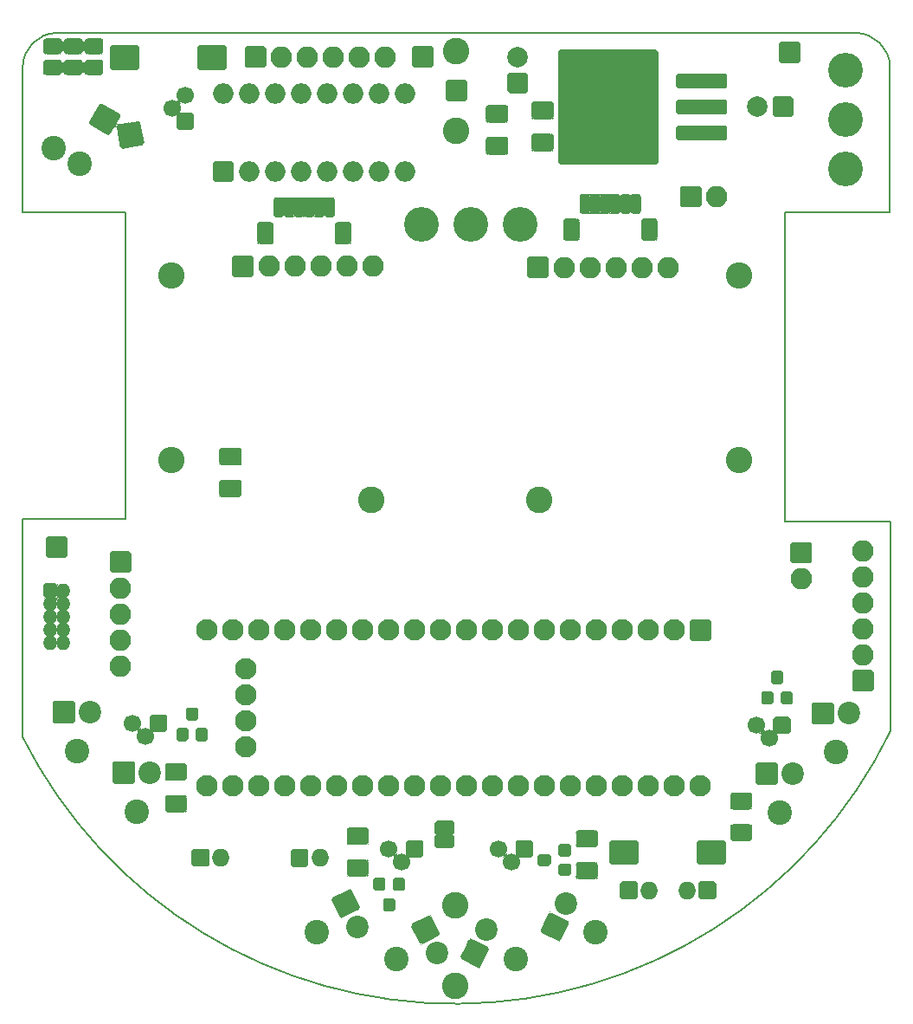
<source format=gts>
G04 #@! TF.GenerationSoftware,KiCad,Pcbnew,(5.1.12-1-10_14)*
G04 #@! TF.CreationDate,2022-11-01T19:03:59-07:00*
G04 #@! TF.ProjectId,mouse_v2_PAIN,6d6f7573-655f-4763-925f-5041494e2e6b,rev?*
G04 #@! TF.SameCoordinates,Original*
G04 #@! TF.FileFunction,Soldermask,Top*
G04 #@! TF.FilePolarity,Negative*
%FSLAX46Y46*%
G04 Gerber Fmt 4.6, Leading zero omitted, Abs format (unit mm)*
G04 Created by KiCad (PCBNEW (5.1.12-1-10_14)) date 2022-11-01 19:03:59*
%MOMM*%
%LPD*%
G01*
G04 APERTURE LIST*
G04 #@! TA.AperFunction,Profile*
%ADD10C,0.150000*%
G04 #@! TD*
%ADD11O,2.100000X2.100000*%
%ADD12C,2.600000*%
%ADD13C,2.400000*%
%ADD14C,2.000000*%
%ADD15O,1.400000X1.400000*%
%ADD16C,1.700000*%
%ADD17C,3.400000*%
%ADD18C,2.100000*%
%ADD19O,2.000000X2.000000*%
%ADD20C,2.584400*%
%ADD21C,2.200000*%
%ADD22O,1.750000X1.750000*%
%ADD23C,1.924000*%
%ADD24C,0.100000*%
G04 APERTURE END LIST*
D10*
X202570805Y-122880473D02*
X202562460Y-102412800D01*
X117662960Y-123477020D02*
X117652800Y-102158800D01*
X117667417Y-58036462D02*
G75*
G02*
X120972580Y-54653180I3371202J12703D01*
G01*
X199156316Y-54647889D02*
G75*
G02*
X202521820Y-57980580I-5075J-3370790D01*
G01*
X117678200Y-72212200D02*
X117668040Y-58036460D01*
X202514200Y-72212200D02*
X202521820Y-57980580D01*
X117678200Y-72212200D02*
X127711200Y-72212200D01*
X192227200Y-72212200D02*
X202514200Y-72212200D01*
X202562460Y-102412800D02*
X192227200Y-102412800D01*
X117652800Y-102158800D02*
X127711200Y-102158800D01*
X202570804Y-122880472D02*
G75*
G02*
X117662960Y-123477020I-42601604J20721672D01*
G01*
X192227200Y-72212200D02*
X192227200Y-102412800D01*
X120972580Y-54653180D02*
X199156320Y-54645560D01*
X127711200Y-102158800D02*
X127711200Y-72212200D01*
X202570805Y-122880473D02*
X202562460Y-102412800D01*
X117662960Y-123477020D02*
X117652800Y-102158800D01*
X117667417Y-58036462D02*
G75*
G02*
X120972580Y-54653180I3371202J12703D01*
G01*
X199156316Y-54647889D02*
G75*
G02*
X202521820Y-57980580I-5075J-3370790D01*
G01*
X117678200Y-72212200D02*
X117668040Y-58036460D01*
X202514200Y-72212200D02*
X202521820Y-57980580D01*
X117678200Y-72212200D02*
X127711200Y-72212200D01*
X192227200Y-72212200D02*
X202514200Y-72212200D01*
X202562460Y-102412800D02*
X192227200Y-102412800D01*
X117652800Y-102158800D02*
X127711200Y-102158800D01*
X202570804Y-122880472D02*
G75*
G02*
X117662960Y-123477020I-42601604J20721672D01*
G01*
X192227200Y-72212200D02*
X192227200Y-102412800D01*
X120972580Y-54653180D02*
X199156320Y-54645560D01*
X127711200Y-102158800D02*
X127711200Y-72212200D01*
G36*
G01*
X183882400Y-71712800D02*
X182182400Y-71712800D01*
G75*
G02*
X181982400Y-71512800I0J200000D01*
G01*
X181982400Y-69812800D01*
G75*
G02*
X182182400Y-69612800I200000J0D01*
G01*
X183882400Y-69612800D01*
G75*
G02*
X184082400Y-69812800I0J-200000D01*
G01*
X184082400Y-71512800D01*
G75*
G02*
X183882400Y-71712800I-200000J0D01*
G01*
G37*
D11*
X185572400Y-70662800D03*
G36*
G01*
X200922600Y-117107600D02*
X200922600Y-118807600D01*
G75*
G02*
X200722600Y-119007600I-200000J0D01*
G01*
X199022600Y-119007600D01*
G75*
G02*
X198822600Y-118807600I0J200000D01*
G01*
X198822600Y-117107600D01*
G75*
G02*
X199022600Y-116907600I200000J0D01*
G01*
X200722600Y-116907600D01*
G75*
G02*
X200922600Y-117107600I0J-200000D01*
G01*
G37*
X199872600Y-115417600D03*
X199872600Y-112877600D03*
X199872600Y-110337600D03*
X199872600Y-107797600D03*
X199872600Y-105257600D03*
D12*
X168198800Y-100253800D03*
X151790400Y-100253800D03*
X160083500Y-64262000D03*
X160020000Y-139954000D03*
X160096200Y-56413400D03*
X160020000Y-147828000D03*
G36*
G01*
X192777400Y-106310800D02*
X192777400Y-104610800D01*
G75*
G02*
X192977400Y-104410800I200000J0D01*
G01*
X194677400Y-104410800D01*
G75*
G02*
X194877400Y-104610800I0J-200000D01*
G01*
X194877400Y-106310800D01*
G75*
G02*
X194677400Y-106510800I-200000J0D01*
G01*
X192977400Y-106510800D01*
G75*
G02*
X192777400Y-106310800I0J200000D01*
G01*
G37*
D11*
X193827400Y-108000800D03*
G36*
G01*
X129201922Y-63424414D02*
X129549218Y-65394030D01*
G75*
G02*
X129386986Y-65625722I-196962J-34730D01*
G01*
X127417370Y-65973018D01*
G75*
G02*
X127185678Y-65810786I-34730J196962D01*
G01*
X126838382Y-63841170D01*
G75*
G02*
X127000614Y-63609478I196962J34730D01*
G01*
X128970230Y-63262182D01*
G75*
G02*
X129201922Y-63424414I34730J-196962D01*
G01*
G37*
D13*
X120709261Y-65937326D03*
G36*
G01*
X125438575Y-61554370D02*
X127170625Y-62554370D01*
G75*
G02*
X127243830Y-62827575I-100000J-173205D01*
G01*
X126243830Y-64559625D01*
G75*
G02*
X125970625Y-64632830I-173205J100000D01*
G01*
X124238575Y-63632830D01*
G75*
G02*
X124165370Y-63359625I100000J173205D01*
G01*
X125165370Y-61627575D01*
G75*
G02*
X125438575Y-61554370I173205J-100000D01*
G01*
G37*
X123204600Y-67423727D03*
G36*
G01*
X193049400Y-61074400D02*
X193049400Y-62674400D01*
G75*
G02*
X192849400Y-62874400I-200000J0D01*
G01*
X191249400Y-62874400D01*
G75*
G02*
X191049400Y-62674400I0J200000D01*
G01*
X191049400Y-61074400D01*
G75*
G02*
X191249400Y-60874400I200000J0D01*
G01*
X192849400Y-60874400D01*
G75*
G02*
X193049400Y-61074400I0J-200000D01*
G01*
G37*
D14*
X189549400Y-61874400D03*
G36*
G01*
X125226245Y-58797600D02*
X124100155Y-58797600D01*
G75*
G02*
X123763200Y-58460645I0J336955D01*
G01*
X123763200Y-57584555D01*
G75*
G02*
X124100155Y-57247600I336955J0D01*
G01*
X125226245Y-57247600D01*
G75*
G02*
X125563200Y-57584555I0J-336955D01*
G01*
X125563200Y-58460645D01*
G75*
G02*
X125226245Y-58797600I-336955J0D01*
G01*
G37*
G36*
G01*
X125226245Y-56747600D02*
X124100155Y-56747600D01*
G75*
G02*
X123763200Y-56410645I0J336955D01*
G01*
X123763200Y-55534555D01*
G75*
G02*
X124100155Y-55197600I336955J0D01*
G01*
X125226245Y-55197600D01*
G75*
G02*
X125563200Y-55534555I0J-336955D01*
G01*
X125563200Y-56410645D01*
G75*
G02*
X125226245Y-56747600I-336955J0D01*
G01*
G37*
G36*
G01*
X121162245Y-58797600D02*
X120036155Y-58797600D01*
G75*
G02*
X119699200Y-58460645I0J336955D01*
G01*
X119699200Y-57584555D01*
G75*
G02*
X120036155Y-57247600I336955J0D01*
G01*
X121162245Y-57247600D01*
G75*
G02*
X121499200Y-57584555I0J-336955D01*
G01*
X121499200Y-58460645D01*
G75*
G02*
X121162245Y-58797600I-336955J0D01*
G01*
G37*
G36*
G01*
X121162245Y-56747600D02*
X120036155Y-56747600D01*
G75*
G02*
X119699200Y-56410645I0J336955D01*
G01*
X119699200Y-55534555D01*
G75*
G02*
X120036155Y-55197600I336955J0D01*
G01*
X121162245Y-55197600D01*
G75*
G02*
X121499200Y-55534555I0J-336955D01*
G01*
X121499200Y-56410645D01*
G75*
G02*
X121162245Y-56747600I-336955J0D01*
G01*
G37*
G36*
G01*
X123194245Y-56747600D02*
X122068155Y-56747600D01*
G75*
G02*
X121731200Y-56410645I0J336955D01*
G01*
X121731200Y-55534555D01*
G75*
G02*
X122068155Y-55197600I336955J0D01*
G01*
X123194245Y-55197600D01*
G75*
G02*
X123531200Y-55534555I0J-336955D01*
G01*
X123531200Y-56410645D01*
G75*
G02*
X123194245Y-56747600I-336955J0D01*
G01*
G37*
G36*
G01*
X123194245Y-58797600D02*
X122068155Y-58797600D01*
G75*
G02*
X121731200Y-58460645I0J336955D01*
G01*
X121731200Y-57584555D01*
G75*
G02*
X122068155Y-57247600I336955J0D01*
G01*
X123194245Y-57247600D01*
G75*
G02*
X123531200Y-57584555I0J-336955D01*
G01*
X123531200Y-58460645D01*
G75*
G02*
X123194245Y-58797600I-336955J0D01*
G01*
G37*
G36*
G01*
X141286600Y-58047600D02*
X139586600Y-58047600D01*
G75*
G02*
X139386600Y-57847600I0J200000D01*
G01*
X139386600Y-56147600D01*
G75*
G02*
X139586600Y-55947600I200000J0D01*
G01*
X141286600Y-55947600D01*
G75*
G02*
X141486600Y-56147600I0J-200000D01*
G01*
X141486600Y-57847600D01*
G75*
G02*
X141286600Y-58047600I-200000J0D01*
G01*
G37*
D11*
X142976600Y-56997600D03*
X145516600Y-56997600D03*
X148056600Y-56997600D03*
X150596600Y-56997600D03*
X153136600Y-56997600D03*
G36*
G01*
X119645200Y-109643800D02*
X119645200Y-108643800D01*
G75*
G02*
X119845200Y-108443800I200000J0D01*
G01*
X120845200Y-108443800D01*
G75*
G02*
X121045200Y-108643800I0J-200000D01*
G01*
X121045200Y-109643800D01*
G75*
G02*
X120845200Y-109843800I-200000J0D01*
G01*
X119845200Y-109843800D01*
G75*
G02*
X119645200Y-109643800I0J200000D01*
G01*
G37*
D15*
X121615200Y-109143800D03*
X120345200Y-110413800D03*
X121615200Y-110413800D03*
X120345200Y-111683800D03*
X121615200Y-111683800D03*
X120345200Y-112953800D03*
X121615200Y-112953800D03*
X120345200Y-114223800D03*
X121615200Y-114223800D03*
G36*
G01*
X126204000Y-107225200D02*
X126204000Y-105525200D01*
G75*
G02*
X126404000Y-105325200I200000J0D01*
G01*
X128104000Y-105325200D01*
G75*
G02*
X128304000Y-105525200I0J-200000D01*
G01*
X128304000Y-107225200D01*
G75*
G02*
X128104000Y-107425200I-200000J0D01*
G01*
X126404000Y-107425200D01*
G75*
G02*
X126204000Y-107225200I0J200000D01*
G01*
G37*
D11*
X127254000Y-108915200D03*
X127254000Y-111455200D03*
X127254000Y-113995200D03*
X127254000Y-116535200D03*
D16*
X190677800Y-123596400D03*
X189407800Y-122326400D03*
G36*
G01*
X192797800Y-121676400D02*
X192797800Y-122976400D01*
G75*
G02*
X192597800Y-123176400I-200000J0D01*
G01*
X191297800Y-123176400D01*
G75*
G02*
X191097800Y-122976400I0J200000D01*
G01*
X191097800Y-121676400D01*
G75*
G02*
X191297800Y-121476400I200000J0D01*
G01*
X192597800Y-121476400D01*
G75*
G02*
X192797800Y-121676400I0J-200000D01*
G01*
G37*
G36*
G01*
X167601000Y-133741400D02*
X167601000Y-135041400D01*
G75*
G02*
X167401000Y-135241400I-200000J0D01*
G01*
X166101000Y-135241400D01*
G75*
G02*
X165901000Y-135041400I0J200000D01*
G01*
X165901000Y-133741400D01*
G75*
G02*
X166101000Y-133541400I200000J0D01*
G01*
X167401000Y-133541400D01*
G75*
G02*
X167601000Y-133741400I0J-200000D01*
G01*
G37*
X164211000Y-134391400D03*
X165481000Y-135661400D03*
X129692400Y-123393200D03*
X128422400Y-122123200D03*
G36*
G01*
X131812400Y-121473200D02*
X131812400Y-122773200D01*
G75*
G02*
X131612400Y-122973200I-200000J0D01*
G01*
X130312400Y-122973200D01*
G75*
G02*
X130112400Y-122773200I0J200000D01*
G01*
X130112400Y-121473200D01*
G75*
G02*
X130312400Y-121273200I200000J0D01*
G01*
X131612400Y-121273200D01*
G75*
G02*
X131812400Y-121473200I0J-200000D01*
G01*
G37*
G36*
G01*
X156882200Y-133741400D02*
X156882200Y-135041400D01*
G75*
G02*
X156682200Y-135241400I-200000J0D01*
G01*
X155382200Y-135241400D01*
G75*
G02*
X155182200Y-135041400I0J200000D01*
G01*
X155182200Y-133741400D01*
G75*
G02*
X155382200Y-133541400I200000J0D01*
G01*
X156682200Y-133541400D01*
G75*
G02*
X156882200Y-133741400I0J-200000D01*
G01*
G37*
X153492200Y-134391400D03*
X154762200Y-135661400D03*
X132308600Y-62026800D03*
X133578600Y-60756800D03*
G36*
G01*
X134228600Y-64146800D02*
X132928600Y-64146800D01*
G75*
G02*
X132728600Y-63946800I0J200000D01*
G01*
X132728600Y-62646800D01*
G75*
G02*
X132928600Y-62446800I200000J0D01*
G01*
X134228600Y-62446800D01*
G75*
G02*
X134428600Y-62646800I0J-200000D01*
G01*
X134428600Y-63946800D01*
G75*
G02*
X134228600Y-64146800I-200000J0D01*
G01*
G37*
G36*
G01*
X188708077Y-133667200D02*
X187211923Y-133667200D01*
G75*
G02*
X186885000Y-133340277I0J326923D01*
G01*
X186885000Y-132294123D01*
G75*
G02*
X187211923Y-131967200I326923J0D01*
G01*
X188708077Y-131967200D01*
G75*
G02*
X189035000Y-132294123I0J-326923D01*
G01*
X189035000Y-133340277D01*
G75*
G02*
X188708077Y-133667200I-326923J0D01*
G01*
G37*
G36*
G01*
X188708077Y-130567200D02*
X187211923Y-130567200D01*
G75*
G02*
X186885000Y-130240277I0J326923D01*
G01*
X186885000Y-129194123D01*
G75*
G02*
X187211923Y-128867200I326923J0D01*
G01*
X188708077Y-128867200D01*
G75*
G02*
X189035000Y-129194123I0J-326923D01*
G01*
X189035000Y-130240277D01*
G75*
G02*
X188708077Y-130567200I-326923J0D01*
G01*
G37*
G36*
G01*
X172124323Y-135675600D02*
X173620477Y-135675600D01*
G75*
G02*
X173947400Y-136002523I0J-326923D01*
G01*
X173947400Y-137048677D01*
G75*
G02*
X173620477Y-137375600I-326923J0D01*
G01*
X172124323Y-137375600D01*
G75*
G02*
X171797400Y-137048677I0J326923D01*
G01*
X171797400Y-136002523D01*
G75*
G02*
X172124323Y-135675600I326923J0D01*
G01*
G37*
G36*
G01*
X172124323Y-132575600D02*
X173620477Y-132575600D01*
G75*
G02*
X173947400Y-132902523I0J-326923D01*
G01*
X173947400Y-133948677D01*
G75*
G02*
X173620477Y-134275600I-326923J0D01*
G01*
X172124323Y-134275600D01*
G75*
G02*
X171797400Y-133948677I0J326923D01*
G01*
X171797400Y-132902523D01*
G75*
G02*
X172124323Y-132575600I326923J0D01*
G01*
G37*
G36*
G01*
X133412277Y-130847800D02*
X131916123Y-130847800D01*
G75*
G02*
X131589200Y-130520877I0J326923D01*
G01*
X131589200Y-129474723D01*
G75*
G02*
X131916123Y-129147800I326923J0D01*
G01*
X133412277Y-129147800D01*
G75*
G02*
X133739200Y-129474723I0J-326923D01*
G01*
X133739200Y-130520877D01*
G75*
G02*
X133412277Y-130847800I-326923J0D01*
G01*
G37*
G36*
G01*
X133412277Y-127747800D02*
X131916123Y-127747800D01*
G75*
G02*
X131589200Y-127420877I0J326923D01*
G01*
X131589200Y-126374723D01*
G75*
G02*
X131916123Y-126047800I326923J0D01*
G01*
X133412277Y-126047800D01*
G75*
G02*
X133739200Y-126374723I0J-326923D01*
G01*
X133739200Y-127420877D01*
G75*
G02*
X133412277Y-127747800I-326923J0D01*
G01*
G37*
G36*
G01*
X149696123Y-135421600D02*
X151192277Y-135421600D01*
G75*
G02*
X151519200Y-135748523I0J-326923D01*
G01*
X151519200Y-136794677D01*
G75*
G02*
X151192277Y-137121600I-326923J0D01*
G01*
X149696123Y-137121600D01*
G75*
G02*
X149369200Y-136794677I0J326923D01*
G01*
X149369200Y-135748523D01*
G75*
G02*
X149696123Y-135421600I326923J0D01*
G01*
G37*
G36*
G01*
X149696123Y-132321600D02*
X151192277Y-132321600D01*
G75*
G02*
X151519200Y-132648523I0J-326923D01*
G01*
X151519200Y-133694677D01*
G75*
G02*
X151192277Y-134021600I-326923J0D01*
G01*
X149696123Y-134021600D01*
G75*
G02*
X149369200Y-133694677I0J326923D01*
G01*
X149369200Y-132648523D01*
G75*
G02*
X149696123Y-132321600I326923J0D01*
G01*
G37*
D17*
X198196200Y-63119000D03*
X198196200Y-67945000D03*
X198196200Y-58293000D03*
G36*
G01*
X191885200Y-55515800D02*
X193585200Y-55515800D01*
G75*
G02*
X193785200Y-55715800I0J-200000D01*
G01*
X193785200Y-57415800D01*
G75*
G02*
X193585200Y-57615800I-200000J0D01*
G01*
X191885200Y-57615800D01*
G75*
G02*
X191685200Y-57415800I0J200000D01*
G01*
X191685200Y-55715800D01*
G75*
G02*
X191885200Y-55515800I200000J0D01*
G01*
G37*
G36*
G01*
X157844200Y-56122200D02*
X157844200Y-57822200D01*
G75*
G02*
X157644200Y-58022200I-200000J0D01*
G01*
X155944200Y-58022200D01*
G75*
G02*
X155744200Y-57822200I0J200000D01*
G01*
X155744200Y-56122200D01*
G75*
G02*
X155944200Y-55922200I200000J0D01*
G01*
X157644200Y-55922200D01*
G75*
G02*
X157844200Y-56122200I0J-200000D01*
G01*
G37*
D18*
X139522200Y-116840000D03*
X139522200Y-119380000D03*
X139522200Y-121920000D03*
X139522200Y-124460000D03*
X183972200Y-128270000D03*
G36*
G01*
X183122200Y-111980000D02*
X184822200Y-111980000D01*
G75*
G02*
X185022200Y-112180000I0J-200000D01*
G01*
X185022200Y-113880000D01*
G75*
G02*
X184822200Y-114080000I-200000J0D01*
G01*
X183122200Y-114080000D01*
G75*
G02*
X182922200Y-113880000I0J200000D01*
G01*
X182922200Y-112180000D01*
G75*
G02*
X183122200Y-111980000I200000J0D01*
G01*
G37*
X181432200Y-128270000D03*
X181432200Y-113030000D03*
X178892200Y-128270000D03*
X178892200Y-113030000D03*
X176352200Y-128270000D03*
X176352200Y-113030000D03*
X173812200Y-128270000D03*
X173812200Y-113030000D03*
X171272200Y-128270000D03*
X171272200Y-113030000D03*
X168732200Y-128270000D03*
X168732200Y-113030000D03*
X166192200Y-128270000D03*
X166192200Y-113030000D03*
X163652200Y-128270000D03*
X163652200Y-113030000D03*
X161112200Y-128270000D03*
X161112200Y-113030000D03*
X158572200Y-128270000D03*
X158572200Y-113030000D03*
X156032200Y-128270000D03*
X156032200Y-113030000D03*
X153492200Y-128270000D03*
X153492200Y-113030000D03*
X150952200Y-128270000D03*
X150952200Y-113030000D03*
X148412200Y-128270000D03*
X148412200Y-113030000D03*
X145872200Y-128270000D03*
X145872200Y-113030000D03*
X143332200Y-128270000D03*
X143332200Y-113030000D03*
X140792200Y-128270000D03*
X140792200Y-113030000D03*
X138252200Y-128270000D03*
X138252200Y-113030000D03*
X135712200Y-128270000D03*
X135712200Y-113030000D03*
G36*
G01*
X138112400Y-69199000D02*
X136512400Y-69199000D01*
G75*
G02*
X136312400Y-68999000I0J200000D01*
G01*
X136312400Y-67399000D01*
G75*
G02*
X136512400Y-67199000I200000J0D01*
G01*
X138112400Y-67199000D01*
G75*
G02*
X138312400Y-67399000I0J-200000D01*
G01*
X138312400Y-68999000D01*
G75*
G02*
X138112400Y-69199000I-200000J0D01*
G01*
G37*
D19*
X155092400Y-60579000D03*
X139852400Y-68199000D03*
X152552400Y-60579000D03*
X142392400Y-68199000D03*
X150012400Y-60579000D03*
X144932400Y-68199000D03*
X147472400Y-60579000D03*
X147472400Y-68199000D03*
X144932400Y-60579000D03*
X150012400Y-68199000D03*
X142392400Y-60579000D03*
X152552400Y-68199000D03*
X139852400Y-60579000D03*
X155092400Y-68199000D03*
X137312400Y-60579000D03*
D20*
X132254000Y-78376000D03*
X132254000Y-96376000D03*
X187786000Y-78376000D03*
X187786000Y-96376000D03*
D17*
X161493200Y-73406000D03*
X166319200Y-73406000D03*
X156667200Y-73406000D03*
G36*
G01*
X194835600Y-122058000D02*
X194835600Y-120258000D01*
G75*
G02*
X195035600Y-120058000I200000J0D01*
G01*
X196835600Y-120058000D01*
G75*
G02*
X197035600Y-120258000I0J-200000D01*
G01*
X197035600Y-122058000D01*
G75*
G02*
X196835600Y-122258000I-200000J0D01*
G01*
X195035600Y-122258000D01*
G75*
G02*
X194835600Y-122058000I0J200000D01*
G01*
G37*
D21*
X198475600Y-121158000D03*
D13*
X197205600Y-124968000D03*
X165875971Y-145140247D03*
D21*
X163032942Y-142303667D03*
G36*
G01*
X162214223Y-145962806D02*
X160603341Y-145159650D01*
G75*
G02*
X160513594Y-144891423I89240J178987D01*
G01*
X161316750Y-143280541D01*
G75*
G02*
X161584977Y-143190794I178987J-89240D01*
G01*
X163195859Y-143993950D01*
G75*
G02*
X163285606Y-144262177I-89240J-178987D01*
G01*
X162482450Y-145873059D01*
G75*
G02*
X162214223Y-145962806I-178987J89240D01*
G01*
G37*
D13*
X122948700Y-124841000D03*
D21*
X124218700Y-121031000D03*
G36*
G01*
X120578700Y-121931000D02*
X120578700Y-120131000D01*
G75*
G02*
X120778700Y-119931000I200000J0D01*
G01*
X122578700Y-119931000D01*
G75*
G02*
X122778700Y-120131000I0J-200000D01*
G01*
X122778700Y-121931000D01*
G75*
G02*
X122578700Y-122131000I-200000J0D01*
G01*
X120778700Y-122131000D01*
G75*
G02*
X120578700Y-121931000I0J200000D01*
G01*
G37*
G36*
G01*
X155786999Y-141720817D02*
X157397881Y-140917661D01*
G75*
G02*
X157666108Y-141007408I89240J-178987D01*
G01*
X158469264Y-142618290D01*
G75*
G02*
X158379517Y-142886517I-178987J-89240D01*
G01*
X156768635Y-143689673D01*
G75*
G02*
X156500408Y-143599926I-89240J178987D01*
G01*
X155697252Y-141989044D01*
G75*
G02*
X155786999Y-141720817I178987J89240D01*
G01*
G37*
X158216600Y-144576800D03*
D13*
X154240229Y-145140247D03*
G36*
G01*
X189349200Y-127950800D02*
X189349200Y-126150800D01*
G75*
G02*
X189549200Y-125950800I200000J0D01*
G01*
X191349200Y-125950800D01*
G75*
G02*
X191549200Y-126150800I0J-200000D01*
G01*
X191549200Y-127950800D01*
G75*
G02*
X191349200Y-128150800I-200000J0D01*
G01*
X189549200Y-128150800D01*
G75*
G02*
X189349200Y-127950800I0J200000D01*
G01*
G37*
D21*
X192989200Y-127050800D03*
D13*
X191719200Y-130860800D03*
X173699171Y-142574847D03*
D21*
X170856142Y-139738267D03*
G36*
G01*
X170037423Y-143397406D02*
X168426541Y-142594250D01*
G75*
G02*
X168336794Y-142326023I89240J178987D01*
G01*
X169139950Y-140715141D01*
G75*
G02*
X169408177Y-140625394I178987J-89240D01*
G01*
X171019059Y-141428550D01*
G75*
G02*
X171108806Y-141696777I-89240J-178987D01*
G01*
X170305650Y-143307659D01*
G75*
G02*
X170037423Y-143397406I-178987J89240D01*
G01*
G37*
G36*
G01*
X126458800Y-127823800D02*
X126458800Y-126023800D01*
G75*
G02*
X126658800Y-125823800I200000J0D01*
G01*
X128458800Y-125823800D01*
G75*
G02*
X128658800Y-126023800I0J-200000D01*
G01*
X128658800Y-127823800D01*
G75*
G02*
X128458800Y-128023800I-200000J0D01*
G01*
X126658800Y-128023800D01*
G75*
G02*
X126458800Y-127823800I0J200000D01*
G01*
G37*
X130098800Y-126923800D03*
D13*
X128828800Y-130733800D03*
X146442429Y-142574847D03*
D21*
X150418800Y-142011400D03*
G36*
G01*
X147989199Y-139155417D02*
X149600081Y-138352261D01*
G75*
G02*
X149868308Y-138442008I89240J-178987D01*
G01*
X150671464Y-140052890D01*
G75*
G02*
X150581717Y-140321117I-178987J-89240D01*
G01*
X148970835Y-141124273D01*
G75*
G02*
X148702608Y-141034526I-89240J178987D01*
G01*
X147899452Y-139423644D01*
G75*
G02*
X147989199Y-139155417I178987J89240D01*
G01*
G37*
G36*
G01*
X163309470Y-64835000D02*
X164858530Y-64835000D01*
G75*
G02*
X165184000Y-65160470I0J-325470D01*
G01*
X165184000Y-66234530D01*
G75*
G02*
X164858530Y-66560000I-325470J0D01*
G01*
X163309470Y-66560000D01*
G75*
G02*
X162984000Y-66234530I0J325470D01*
G01*
X162984000Y-65160470D01*
G75*
G02*
X163309470Y-64835000I325470J0D01*
G01*
G37*
G36*
G01*
X163309470Y-61710000D02*
X164858530Y-61710000D01*
G75*
G02*
X165184000Y-62035470I0J-325470D01*
G01*
X165184000Y-63109530D01*
G75*
G02*
X164858530Y-63435000I-325470J0D01*
G01*
X163309470Y-63435000D01*
G75*
G02*
X162984000Y-63109530I0J325470D01*
G01*
X162984000Y-62035470D01*
G75*
G02*
X163309470Y-61710000I325470J0D01*
G01*
G37*
G36*
G01*
X166890600Y-60537600D02*
X165290600Y-60537600D01*
G75*
G02*
X165090600Y-60337600I0J200000D01*
G01*
X165090600Y-58737600D01*
G75*
G02*
X165290600Y-58537600I200000J0D01*
G01*
X166890600Y-58537600D01*
G75*
G02*
X167090600Y-58737600I0J-200000D01*
G01*
X167090600Y-60337600D01*
G75*
G02*
X166890600Y-60537600I-200000J0D01*
G01*
G37*
D14*
X166090600Y-57037600D03*
G36*
G01*
X142211800Y-73458332D02*
X142211800Y-74991668D01*
G75*
G02*
X141878468Y-75325000I-333332J0D01*
G01*
X140945132Y-75325000D01*
G75*
G02*
X140611800Y-74991668I0J333332D01*
G01*
X140611800Y-73458332D01*
G75*
G02*
X140945132Y-73125000I333332J0D01*
G01*
X141878468Y-73125000D01*
G75*
G02*
X142211800Y-73458332I0J-333332D01*
G01*
G37*
G36*
G01*
X149811800Y-73458332D02*
X149811800Y-74991668D01*
G75*
G02*
X149478468Y-75325000I-333332J0D01*
G01*
X148545132Y-75325000D01*
G75*
G02*
X148211800Y-74991668I0J333332D01*
G01*
X148211800Y-73458332D01*
G75*
G02*
X148545132Y-73125000I333332J0D01*
G01*
X149478468Y-73125000D01*
G75*
G02*
X149811800Y-73458332I0J-333332D01*
G01*
G37*
G36*
G01*
X143211800Y-70975000D02*
X143211800Y-72425000D01*
G75*
G02*
X142961800Y-72675000I-250000J0D01*
G01*
X142461800Y-72675000D01*
G75*
G02*
X142211800Y-72425000I0J250000D01*
G01*
X142211800Y-70975000D01*
G75*
G02*
X142461800Y-70725000I250000J0D01*
G01*
X142961800Y-70725000D01*
G75*
G02*
X143211800Y-70975000I0J-250000D01*
G01*
G37*
G36*
G01*
X144211800Y-70975000D02*
X144211800Y-72425000D01*
G75*
G02*
X143961800Y-72675000I-250000J0D01*
G01*
X143461800Y-72675000D01*
G75*
G02*
X143211800Y-72425000I0J250000D01*
G01*
X143211800Y-70975000D01*
G75*
G02*
X143461800Y-70725000I250000J0D01*
G01*
X143961800Y-70725000D01*
G75*
G02*
X144211800Y-70975000I0J-250000D01*
G01*
G37*
G36*
G01*
X145211800Y-70975000D02*
X145211800Y-72425000D01*
G75*
G02*
X144961800Y-72675000I-250000J0D01*
G01*
X144461800Y-72675000D01*
G75*
G02*
X144211800Y-72425000I0J250000D01*
G01*
X144211800Y-70975000D01*
G75*
G02*
X144461800Y-70725000I250000J0D01*
G01*
X144961800Y-70725000D01*
G75*
G02*
X145211800Y-70975000I0J-250000D01*
G01*
G37*
G36*
G01*
X146211800Y-70975000D02*
X146211800Y-72425000D01*
G75*
G02*
X145961800Y-72675000I-250000J0D01*
G01*
X145461800Y-72675000D01*
G75*
G02*
X145211800Y-72425000I0J250000D01*
G01*
X145211800Y-70975000D01*
G75*
G02*
X145461800Y-70725000I250000J0D01*
G01*
X145961800Y-70725000D01*
G75*
G02*
X146211800Y-70975000I0J-250000D01*
G01*
G37*
G36*
G01*
X147211800Y-70975000D02*
X147211800Y-72425000D01*
G75*
G02*
X146961800Y-72675000I-250000J0D01*
G01*
X146461800Y-72675000D01*
G75*
G02*
X146211800Y-72425000I0J250000D01*
G01*
X146211800Y-70975000D01*
G75*
G02*
X146461800Y-70725000I250000J0D01*
G01*
X146961800Y-70725000D01*
G75*
G02*
X147211800Y-70975000I0J-250000D01*
G01*
G37*
G36*
G01*
X148211800Y-70975000D02*
X148211800Y-72425000D01*
G75*
G02*
X147961800Y-72675000I-250000J0D01*
G01*
X147461800Y-72675000D01*
G75*
G02*
X147211800Y-72425000I0J250000D01*
G01*
X147211800Y-70975000D01*
G75*
G02*
X147461800Y-70725000I250000J0D01*
G01*
X147961800Y-70725000D01*
G75*
G02*
X148211800Y-70975000I0J-250000D01*
G01*
G37*
G36*
G01*
X178158400Y-70644800D02*
X178158400Y-72094800D01*
G75*
G02*
X177908400Y-72344800I-250000J0D01*
G01*
X177408400Y-72344800D01*
G75*
G02*
X177158400Y-72094800I0J250000D01*
G01*
X177158400Y-70644800D01*
G75*
G02*
X177408400Y-70394800I250000J0D01*
G01*
X177908400Y-70394800D01*
G75*
G02*
X178158400Y-70644800I0J-250000D01*
G01*
G37*
G36*
G01*
X177158400Y-70644800D02*
X177158400Y-72094800D01*
G75*
G02*
X176908400Y-72344800I-250000J0D01*
G01*
X176408400Y-72344800D01*
G75*
G02*
X176158400Y-72094800I0J250000D01*
G01*
X176158400Y-70644800D01*
G75*
G02*
X176408400Y-70394800I250000J0D01*
G01*
X176908400Y-70394800D01*
G75*
G02*
X177158400Y-70644800I0J-250000D01*
G01*
G37*
G36*
G01*
X176158400Y-70644800D02*
X176158400Y-72094800D01*
G75*
G02*
X175908400Y-72344800I-250000J0D01*
G01*
X175408400Y-72344800D01*
G75*
G02*
X175158400Y-72094800I0J250000D01*
G01*
X175158400Y-70644800D01*
G75*
G02*
X175408400Y-70394800I250000J0D01*
G01*
X175908400Y-70394800D01*
G75*
G02*
X176158400Y-70644800I0J-250000D01*
G01*
G37*
G36*
G01*
X175158400Y-70644800D02*
X175158400Y-72094800D01*
G75*
G02*
X174908400Y-72344800I-250000J0D01*
G01*
X174408400Y-72344800D01*
G75*
G02*
X174158400Y-72094800I0J250000D01*
G01*
X174158400Y-70644800D01*
G75*
G02*
X174408400Y-70394800I250000J0D01*
G01*
X174908400Y-70394800D01*
G75*
G02*
X175158400Y-70644800I0J-250000D01*
G01*
G37*
G36*
G01*
X174158400Y-70644800D02*
X174158400Y-72094800D01*
G75*
G02*
X173908400Y-72344800I-250000J0D01*
G01*
X173408400Y-72344800D01*
G75*
G02*
X173158400Y-72094800I0J250000D01*
G01*
X173158400Y-70644800D01*
G75*
G02*
X173408400Y-70394800I250000J0D01*
G01*
X173908400Y-70394800D01*
G75*
G02*
X174158400Y-70644800I0J-250000D01*
G01*
G37*
G36*
G01*
X173158400Y-70644800D02*
X173158400Y-72094800D01*
G75*
G02*
X172908400Y-72344800I-250000J0D01*
G01*
X172408400Y-72344800D01*
G75*
G02*
X172158400Y-72094800I0J250000D01*
G01*
X172158400Y-70644800D01*
G75*
G02*
X172408400Y-70394800I250000J0D01*
G01*
X172908400Y-70394800D01*
G75*
G02*
X173158400Y-70644800I0J-250000D01*
G01*
G37*
G36*
G01*
X179758400Y-73128132D02*
X179758400Y-74661468D01*
G75*
G02*
X179425068Y-74994800I-333332J0D01*
G01*
X178491732Y-74994800D01*
G75*
G02*
X178158400Y-74661468I0J333332D01*
G01*
X178158400Y-73128132D01*
G75*
G02*
X178491732Y-72794800I333332J0D01*
G01*
X179425068Y-72794800D01*
G75*
G02*
X179758400Y-73128132I0J-333332D01*
G01*
G37*
G36*
G01*
X172158400Y-73128132D02*
X172158400Y-74661468D01*
G75*
G02*
X171825068Y-74994800I-333332J0D01*
G01*
X170891732Y-74994800D01*
G75*
G02*
X170558400Y-74661468I0J333332D01*
G01*
X170558400Y-73128132D01*
G75*
G02*
X170891732Y-72794800I333332J0D01*
G01*
X171825068Y-72794800D01*
G75*
G02*
X172158400Y-73128132I0J-333332D01*
G01*
G37*
G36*
G01*
X167754470Y-64504800D02*
X169303530Y-64504800D01*
G75*
G02*
X169629000Y-64830270I0J-325470D01*
G01*
X169629000Y-65904330D01*
G75*
G02*
X169303530Y-66229800I-325470J0D01*
G01*
X167754470Y-66229800D01*
G75*
G02*
X167429000Y-65904330I0J325470D01*
G01*
X167429000Y-64830270D01*
G75*
G02*
X167754470Y-64504800I325470J0D01*
G01*
G37*
G36*
G01*
X167754470Y-61379800D02*
X169303530Y-61379800D01*
G75*
G02*
X169629000Y-61705270I0J-325470D01*
G01*
X169629000Y-62779330D01*
G75*
G02*
X169303530Y-63104800I-325470J0D01*
G01*
X167754470Y-63104800D01*
G75*
G02*
X167429000Y-62779330I0J325470D01*
G01*
X167429000Y-61705270D01*
G75*
G02*
X167754470Y-61379800I325470J0D01*
G01*
G37*
D11*
X151917400Y-77470000D03*
X149377400Y-77470000D03*
X146837400Y-77470000D03*
X144297400Y-77470000D03*
X141757400Y-77470000D03*
G36*
G01*
X140067400Y-78520000D02*
X138367400Y-78520000D01*
G75*
G02*
X138167400Y-78320000I0J200000D01*
G01*
X138167400Y-76620000D01*
G75*
G02*
X138367400Y-76420000I200000J0D01*
G01*
X140067400Y-76420000D01*
G75*
G02*
X140267400Y-76620000I0J-200000D01*
G01*
X140267400Y-78320000D01*
G75*
G02*
X140067400Y-78520000I-200000J0D01*
G01*
G37*
G36*
G01*
X168921800Y-78621600D02*
X167221800Y-78621600D01*
G75*
G02*
X167021800Y-78421600I0J200000D01*
G01*
X167021800Y-76721600D01*
G75*
G02*
X167221800Y-76521600I200000J0D01*
G01*
X168921800Y-76521600D01*
G75*
G02*
X169121800Y-76721600I0J-200000D01*
G01*
X169121800Y-78421600D01*
G75*
G02*
X168921800Y-78621600I-200000J0D01*
G01*
G37*
X170611800Y-77571600D03*
X173151800Y-77571600D03*
X175691800Y-77571600D03*
X178231800Y-77571600D03*
X180771800Y-77571600D03*
G36*
G01*
X159046200Y-61149600D02*
X159046200Y-59449600D01*
G75*
G02*
X159246200Y-59249600I200000J0D01*
G01*
X160946200Y-59249600D01*
G75*
G02*
X161146200Y-59449600I0J-200000D01*
G01*
X161146200Y-61149600D01*
G75*
G02*
X160946200Y-61349600I-200000J0D01*
G01*
X159246200Y-61349600D01*
G75*
G02*
X159046200Y-61149600I0J200000D01*
G01*
G37*
G36*
G01*
X121830200Y-105952000D02*
X120130200Y-105952000D01*
G75*
G02*
X119930200Y-105752000I0J200000D01*
G01*
X119930200Y-104052000D01*
G75*
G02*
X120130200Y-103852000I200000J0D01*
G01*
X121830200Y-103852000D01*
G75*
G02*
X122030200Y-104052000I0J-200000D01*
G01*
X122030200Y-105752000D01*
G75*
G02*
X121830200Y-105952000I-200000J0D01*
G01*
G37*
G36*
G01*
X159677800Y-134344400D02*
X158177800Y-134344400D01*
G75*
G02*
X157977800Y-134144400I0J200000D01*
G01*
X157977800Y-133144400D01*
G75*
G02*
X158177800Y-132944400I200000J0D01*
G01*
X159677800Y-132944400D01*
G75*
G02*
X159877800Y-133144400I0J-200000D01*
G01*
X159877800Y-134144400D01*
G75*
G02*
X159677800Y-134344400I-200000J0D01*
G01*
G37*
G36*
G01*
X159677800Y-133044400D02*
X158177800Y-133044400D01*
G75*
G02*
X157977800Y-132844400I0J200000D01*
G01*
X157977800Y-131844400D01*
G75*
G02*
X158177800Y-131644400I200000J0D01*
G01*
X159677800Y-131644400D01*
G75*
G02*
X159877800Y-131844400I0J-200000D01*
G01*
X159877800Y-132844400D01*
G75*
G02*
X159677800Y-133044400I-200000J0D01*
G01*
G37*
G36*
G01*
X134757600Y-58073800D02*
X134757600Y-56073800D01*
G75*
G02*
X134957600Y-55873800I200000J0D01*
G01*
X137457600Y-55873800D01*
G75*
G02*
X137657600Y-56073800I0J-200000D01*
G01*
X137657600Y-58073800D01*
G75*
G02*
X137457600Y-58273800I-200000J0D01*
G01*
X134957600Y-58273800D01*
G75*
G02*
X134757600Y-58073800I0J200000D01*
G01*
G37*
G36*
G01*
X126197600Y-58073800D02*
X126197600Y-56073800D01*
G75*
G02*
X126397600Y-55873800I200000J0D01*
G01*
X128897600Y-55873800D01*
G75*
G02*
X129097600Y-56073800I0J-200000D01*
G01*
X129097600Y-58073800D01*
G75*
G02*
X128897600Y-58273800I-200000J0D01*
G01*
X126397600Y-58273800D01*
G75*
G02*
X126197600Y-58073800I0J200000D01*
G01*
G37*
G36*
G01*
X175041800Y-135747000D02*
X175041800Y-133747000D01*
G75*
G02*
X175241800Y-133547000I200000J0D01*
G01*
X177741800Y-133547000D01*
G75*
G02*
X177941800Y-133747000I0J-200000D01*
G01*
X177941800Y-135747000D01*
G75*
G02*
X177741800Y-135947000I-200000J0D01*
G01*
X175241800Y-135947000D01*
G75*
G02*
X175041800Y-135747000I0J200000D01*
G01*
G37*
G36*
G01*
X183601800Y-135747000D02*
X183601800Y-133747000D01*
G75*
G02*
X183801800Y-133547000I200000J0D01*
G01*
X186301800Y-133547000D01*
G75*
G02*
X186501800Y-133747000I0J-200000D01*
G01*
X186501800Y-135747000D01*
G75*
G02*
X186301800Y-135947000I-200000J0D01*
G01*
X183801800Y-135947000D01*
G75*
G02*
X183601800Y-135747000I0J200000D01*
G01*
G37*
D22*
X146754600Y-135280400D03*
G36*
G01*
X145429600Y-136155400D02*
X144079600Y-136155400D01*
G75*
G02*
X143879600Y-135955400I0J200000D01*
G01*
X143879600Y-134605400D01*
G75*
G02*
X144079600Y-134405400I200000J0D01*
G01*
X145429600Y-134405400D01*
G75*
G02*
X145629600Y-134605400I0J-200000D01*
G01*
X145629600Y-135955400D01*
G75*
G02*
X145429600Y-136155400I-200000J0D01*
G01*
G37*
G36*
G01*
X135752200Y-136130000D02*
X134402200Y-136130000D01*
G75*
G02*
X134202200Y-135930000I0J200000D01*
G01*
X134202200Y-134580000D01*
G75*
G02*
X134402200Y-134380000I200000J0D01*
G01*
X135752200Y-134380000D01*
G75*
G02*
X135952200Y-134580000I0J-200000D01*
G01*
X135952200Y-135930000D01*
G75*
G02*
X135752200Y-136130000I-200000J0D01*
G01*
G37*
X137077200Y-135255000D03*
X178987200Y-138455400D03*
G36*
G01*
X177662200Y-139330400D02*
X176312200Y-139330400D01*
G75*
G02*
X176112200Y-139130400I0J200000D01*
G01*
X176112200Y-137780400D01*
G75*
G02*
X176312200Y-137580400I200000J0D01*
G01*
X177662200Y-137580400D01*
G75*
G02*
X177862200Y-137780400I0J-200000D01*
G01*
X177862200Y-139130400D01*
G75*
G02*
X177662200Y-139330400I-200000J0D01*
G01*
G37*
G36*
G01*
X183983000Y-137580400D02*
X185333000Y-137580400D01*
G75*
G02*
X185533000Y-137780400I0J-200000D01*
G01*
X185533000Y-139130400D01*
G75*
G02*
X185333000Y-139330400I-200000J0D01*
G01*
X183983000Y-139330400D01*
G75*
G02*
X183783000Y-139130400I0J200000D01*
G01*
X183783000Y-137780400D01*
G75*
G02*
X183983000Y-137580400I200000J0D01*
G01*
G37*
X182658000Y-138455400D03*
G36*
G01*
X186608400Y-63889800D02*
X186608400Y-64989800D01*
G75*
G02*
X186408400Y-65189800I-200000J0D01*
G01*
X181808400Y-65189800D01*
G75*
G02*
X181608400Y-64989800I0J200000D01*
G01*
X181608400Y-63889800D01*
G75*
G02*
X181808400Y-63689800I200000J0D01*
G01*
X186408400Y-63689800D01*
G75*
G02*
X186608400Y-63889800I0J-200000D01*
G01*
G37*
G36*
G01*
X186608400Y-61349800D02*
X186608400Y-62449800D01*
G75*
G02*
X186408400Y-62649800I-200000J0D01*
G01*
X181808400Y-62649800D01*
G75*
G02*
X181608400Y-62449800I0J200000D01*
G01*
X181608400Y-61349800D01*
G75*
G02*
X181808400Y-61149800I200000J0D01*
G01*
X186408400Y-61149800D01*
G75*
G02*
X186608400Y-61349800I0J-200000D01*
G01*
G37*
G36*
G01*
X186608400Y-58809800D02*
X186608400Y-59909800D01*
G75*
G02*
X186408400Y-60109800I-200000J0D01*
G01*
X181808400Y-60109800D01*
G75*
G02*
X181608400Y-59909800I0J200000D01*
G01*
X181608400Y-58809800D01*
G75*
G02*
X181808400Y-58609800I200000J0D01*
G01*
X186408400Y-58609800D01*
G75*
G02*
X186608400Y-58809800I0J-200000D01*
G01*
G37*
G36*
G01*
X179858400Y-56499799D02*
X179858400Y-67299801D01*
G75*
G02*
X179658401Y-67499800I-199999J0D01*
G01*
X170258399Y-67499800D01*
G75*
G02*
X170058400Y-67299801I0J199999D01*
G01*
X170058400Y-56499799D01*
G75*
G02*
X170258399Y-56299800I199999J0D01*
G01*
X179658401Y-56299800D01*
G75*
G02*
X179858400Y-56499799I0J-199999D01*
G01*
G37*
D23*
X176047400Y-58343800D03*
X176047400Y-60375800D03*
X178079400Y-60375800D03*
X178079400Y-58343800D03*
X174015400Y-58343800D03*
X171983400Y-58343800D03*
X174015400Y-60375800D03*
X171983400Y-60375800D03*
X171983400Y-62407800D03*
X174015400Y-62407800D03*
X176047400Y-62407800D03*
X178079400Y-62407800D03*
X171983400Y-64439800D03*
X174015400Y-64439800D03*
X176047400Y-64439800D03*
X178079400Y-64439800D03*
X178079400Y-66471800D03*
X176047400Y-66471800D03*
X174015400Y-66471800D03*
X171983400Y-66471800D03*
G36*
G01*
X190915200Y-120293400D02*
X190115200Y-120293400D01*
G75*
G02*
X189915200Y-120093400I0J200000D01*
G01*
X189915200Y-119193400D01*
G75*
G02*
X190115200Y-118993400I200000J0D01*
G01*
X190915200Y-118993400D01*
G75*
G02*
X191115200Y-119193400I0J-200000D01*
G01*
X191115200Y-120093400D01*
G75*
G02*
X190915200Y-120293400I-200000J0D01*
G01*
G37*
G36*
G01*
X192815200Y-120293400D02*
X192015200Y-120293400D01*
G75*
G02*
X191815200Y-120093400I0J200000D01*
G01*
X191815200Y-119193400D01*
G75*
G02*
X192015200Y-118993400I200000J0D01*
G01*
X192815200Y-118993400D01*
G75*
G02*
X193015200Y-119193400I0J-200000D01*
G01*
X193015200Y-120093400D01*
G75*
G02*
X192815200Y-120293400I-200000J0D01*
G01*
G37*
G36*
G01*
X191865200Y-118293400D02*
X191065200Y-118293400D01*
G75*
G02*
X190865200Y-118093400I0J200000D01*
G01*
X190865200Y-117193400D01*
G75*
G02*
X191065200Y-116993400I200000J0D01*
G01*
X191865200Y-116993400D01*
G75*
G02*
X192065200Y-117193400I0J-200000D01*
G01*
X192065200Y-118093400D01*
G75*
G02*
X191865200Y-118293400I-200000J0D01*
G01*
G37*
G36*
G01*
X169347400Y-135083600D02*
X169347400Y-135883600D01*
G75*
G02*
X169147400Y-136083600I-200000J0D01*
G01*
X168247400Y-136083600D01*
G75*
G02*
X168047400Y-135883600I0J200000D01*
G01*
X168047400Y-135083600D01*
G75*
G02*
X168247400Y-134883600I200000J0D01*
G01*
X169147400Y-134883600D01*
G75*
G02*
X169347400Y-135083600I0J-200000D01*
G01*
G37*
G36*
G01*
X171347400Y-134133600D02*
X171347400Y-134933600D01*
G75*
G02*
X171147400Y-135133600I-200000J0D01*
G01*
X170247400Y-135133600D01*
G75*
G02*
X170047400Y-134933600I0J200000D01*
G01*
X170047400Y-134133600D01*
G75*
G02*
X170247400Y-133933600I200000J0D01*
G01*
X171147400Y-133933600D01*
G75*
G02*
X171347400Y-134133600I0J-200000D01*
G01*
G37*
G36*
G01*
X171347400Y-136033600D02*
X171347400Y-136833600D01*
G75*
G02*
X171147400Y-137033600I-200000J0D01*
G01*
X170247400Y-137033600D01*
G75*
G02*
X170047400Y-136833600I0J200000D01*
G01*
X170047400Y-136033600D01*
G75*
G02*
X170247400Y-135833600I200000J0D01*
G01*
X171147400Y-135833600D01*
G75*
G02*
X171347400Y-136033600I0J-200000D01*
G01*
G37*
G36*
G01*
X133689000Y-123874800D02*
X132889000Y-123874800D01*
G75*
G02*
X132689000Y-123674800I0J200000D01*
G01*
X132689000Y-122774800D01*
G75*
G02*
X132889000Y-122574800I200000J0D01*
G01*
X133689000Y-122574800D01*
G75*
G02*
X133889000Y-122774800I0J-200000D01*
G01*
X133889000Y-123674800D01*
G75*
G02*
X133689000Y-123874800I-200000J0D01*
G01*
G37*
G36*
G01*
X135589000Y-123874800D02*
X134789000Y-123874800D01*
G75*
G02*
X134589000Y-123674800I0J200000D01*
G01*
X134589000Y-122774800D01*
G75*
G02*
X134789000Y-122574800I200000J0D01*
G01*
X135589000Y-122574800D01*
G75*
G02*
X135789000Y-122774800I0J-200000D01*
G01*
X135789000Y-123674800D01*
G75*
G02*
X135589000Y-123874800I-200000J0D01*
G01*
G37*
G36*
G01*
X134639000Y-121874800D02*
X133839000Y-121874800D01*
G75*
G02*
X133639000Y-121674800I0J200000D01*
G01*
X133639000Y-120774800D01*
G75*
G02*
X133839000Y-120574800I200000J0D01*
G01*
X134639000Y-120574800D01*
G75*
G02*
X134839000Y-120774800I0J-200000D01*
G01*
X134839000Y-121674800D01*
G75*
G02*
X134639000Y-121874800I-200000J0D01*
G01*
G37*
G36*
G01*
X153117600Y-139211800D02*
X153917600Y-139211800D01*
G75*
G02*
X154117600Y-139411800I0J-200000D01*
G01*
X154117600Y-140311800D01*
G75*
G02*
X153917600Y-140511800I-200000J0D01*
G01*
X153117600Y-140511800D01*
G75*
G02*
X152917600Y-140311800I0J200000D01*
G01*
X152917600Y-139411800D01*
G75*
G02*
X153117600Y-139211800I200000J0D01*
G01*
G37*
G36*
G01*
X152167600Y-137211800D02*
X152967600Y-137211800D01*
G75*
G02*
X153167600Y-137411800I0J-200000D01*
G01*
X153167600Y-138311800D01*
G75*
G02*
X152967600Y-138511800I-200000J0D01*
G01*
X152167600Y-138511800D01*
G75*
G02*
X151967600Y-138311800I0J200000D01*
G01*
X151967600Y-137411800D01*
G75*
G02*
X152167600Y-137211800I200000J0D01*
G01*
G37*
G36*
G01*
X154067600Y-137211800D02*
X154867600Y-137211800D01*
G75*
G02*
X155067600Y-137411800I0J-200000D01*
G01*
X155067600Y-138311800D01*
G75*
G02*
X154867600Y-138511800I-200000J0D01*
G01*
X154067600Y-138511800D01*
G75*
G02*
X153867600Y-138311800I0J200000D01*
G01*
X153867600Y-137411800D01*
G75*
G02*
X154067600Y-137211800I200000J0D01*
G01*
G37*
G36*
G01*
X138772730Y-100062600D02*
X137223670Y-100062600D01*
G75*
G02*
X136898200Y-99737130I0J325470D01*
G01*
X136898200Y-98663070D01*
G75*
G02*
X137223670Y-98337600I325470J0D01*
G01*
X138772730Y-98337600D01*
G75*
G02*
X139098200Y-98663070I0J-325470D01*
G01*
X139098200Y-99737130D01*
G75*
G02*
X138772730Y-100062600I-325470J0D01*
G01*
G37*
G36*
G01*
X138772730Y-96937600D02*
X137223670Y-96937600D01*
G75*
G02*
X136898200Y-96612130I0J325470D01*
G01*
X136898200Y-95538070D01*
G75*
G02*
X137223670Y-95212600I325470J0D01*
G01*
X138772730Y-95212600D01*
G75*
G02*
X139098200Y-95538070I0J-325470D01*
G01*
X139098200Y-96612130D01*
G75*
G02*
X138772730Y-96937600I-325470J0D01*
G01*
G37*
D24*
G36*
X163375738Y-144081400D02*
G01*
X163376842Y-144083068D01*
X163376636Y-144084082D01*
X162395000Y-146052938D01*
X162393332Y-146054042D01*
X162392318Y-146053836D01*
X160423462Y-145072200D01*
X160422358Y-145070532D01*
X160422564Y-145069518D01*
X160422566Y-145069513D01*
X160427037Y-145069513D01*
X162392313Y-146049363D01*
X163372163Y-144084087D01*
X161406887Y-143104237D01*
X161215781Y-143487537D01*
X161070062Y-143779804D01*
X160427037Y-145069513D01*
X160422566Y-145069513D01*
X161066482Y-143778020D01*
X161212201Y-143485753D01*
X161404200Y-143100662D01*
X161406882Y-143099764D01*
X163375738Y-144081400D01*
G37*
G36*
X157577972Y-140826753D02*
G01*
X157578658Y-140827529D01*
X157770657Y-141212620D01*
X158560294Y-142796385D01*
X158559396Y-142799067D01*
X156590540Y-143780703D01*
X156588544Y-143780581D01*
X156587858Y-143779805D01*
X156250140Y-143102447D01*
X155606225Y-141810954D01*
X155610695Y-141810954D01*
X156253720Y-143100663D01*
X156590545Y-143776230D01*
X158555821Y-142796380D01*
X157767077Y-141214404D01*
X157575971Y-140831104D01*
X155610695Y-141810954D01*
X155606225Y-141810954D01*
X155606222Y-141810949D01*
X155607120Y-141808267D01*
X157575976Y-140826631D01*
X157577972Y-140826753D01*
G37*
G36*
X171198938Y-141516000D02*
G01*
X171200042Y-141517668D01*
X171199836Y-141518682D01*
X170410199Y-143102447D01*
X170218200Y-143487538D01*
X170215518Y-143488436D01*
X168246662Y-142506800D01*
X168245558Y-142505132D01*
X168245764Y-142504118D01*
X168245766Y-142504113D01*
X168250237Y-142504113D01*
X170215513Y-143483963D01*
X170406619Y-143100663D01*
X171195363Y-141518687D01*
X169230087Y-140538837D01*
X168893262Y-141214404D01*
X168250237Y-142504113D01*
X168245766Y-142504113D01*
X168889682Y-141212620D01*
X169227400Y-140535262D01*
X169230082Y-140534364D01*
X171198938Y-141516000D01*
G37*
G36*
X149780172Y-138261353D02*
G01*
X149780858Y-138262129D01*
X150762494Y-140230985D01*
X150762372Y-140232981D01*
X150761596Y-140233667D01*
X148792740Y-141215303D01*
X148790744Y-141215181D01*
X148790058Y-141214405D01*
X148598059Y-140829314D01*
X148452340Y-140537047D01*
X147808425Y-139245554D01*
X147812895Y-139245554D01*
X148455920Y-140535263D01*
X148601639Y-140827530D01*
X148792745Y-141210830D01*
X150758021Y-140230980D01*
X149778171Y-138265704D01*
X147812895Y-139245554D01*
X147808425Y-139245554D01*
X147808422Y-139245549D01*
X147809320Y-139242867D01*
X149778176Y-138261231D01*
X149780172Y-138261353D01*
G37*
G36*
X173948565Y-137047051D02*
G01*
X173949400Y-137048677D01*
X173949400Y-137119459D01*
X173949390Y-137119655D01*
X173943993Y-137174451D01*
X173943917Y-137174836D01*
X173929725Y-137221620D01*
X173929575Y-137221982D01*
X173906528Y-137265100D01*
X173906310Y-137265426D01*
X173875295Y-137303218D01*
X173875018Y-137303495D01*
X173837226Y-137334510D01*
X173836900Y-137334728D01*
X173793782Y-137357775D01*
X173793420Y-137357925D01*
X173746636Y-137372117D01*
X173746251Y-137372193D01*
X173691455Y-137377590D01*
X173691259Y-137377600D01*
X173620477Y-137377600D01*
X173618745Y-137376600D01*
X173618745Y-137374600D01*
X173620281Y-137373610D01*
X173683862Y-137367348D01*
X173744816Y-137348857D01*
X173800990Y-137318833D01*
X173850225Y-137278425D01*
X173890633Y-137229190D01*
X173920657Y-137173016D01*
X173939148Y-137112062D01*
X173945410Y-137048481D01*
X173946575Y-137046855D01*
X173948565Y-137047051D01*
G37*
G36*
X171799390Y-137048481D02*
G01*
X171805652Y-137112062D01*
X171824143Y-137173016D01*
X171854167Y-137229190D01*
X171894575Y-137278425D01*
X171943810Y-137318833D01*
X171999984Y-137348857D01*
X172060938Y-137367348D01*
X172124519Y-137373610D01*
X172126145Y-137374775D01*
X172125949Y-137376765D01*
X172124323Y-137377600D01*
X172053541Y-137377600D01*
X172053345Y-137377590D01*
X171998549Y-137372193D01*
X171998164Y-137372117D01*
X171951380Y-137357925D01*
X171951018Y-137357775D01*
X171907900Y-137334728D01*
X171907574Y-137334510D01*
X171869782Y-137303495D01*
X171869505Y-137303218D01*
X171838490Y-137265426D01*
X171838272Y-137265100D01*
X171815225Y-137221982D01*
X171815075Y-137221620D01*
X171800883Y-137174836D01*
X171800807Y-137174451D01*
X171795410Y-137119655D01*
X171795400Y-137119459D01*
X171795400Y-137048677D01*
X171796400Y-137046945D01*
X171798400Y-137046945D01*
X171799390Y-137048481D01*
G37*
G36*
X151520365Y-136793051D02*
G01*
X151521200Y-136794677D01*
X151521200Y-136865459D01*
X151521190Y-136865655D01*
X151515793Y-136920451D01*
X151515717Y-136920836D01*
X151501525Y-136967620D01*
X151501375Y-136967982D01*
X151478328Y-137011100D01*
X151478110Y-137011426D01*
X151447095Y-137049218D01*
X151446818Y-137049495D01*
X151409026Y-137080510D01*
X151408700Y-137080728D01*
X151365582Y-137103775D01*
X151365220Y-137103925D01*
X151318436Y-137118117D01*
X151318051Y-137118193D01*
X151263255Y-137123590D01*
X151263059Y-137123600D01*
X151192277Y-137123600D01*
X151190545Y-137122600D01*
X151190545Y-137120600D01*
X151192081Y-137119610D01*
X151255662Y-137113348D01*
X151316616Y-137094857D01*
X151372790Y-137064833D01*
X151422025Y-137024425D01*
X151462433Y-136975190D01*
X151492457Y-136919016D01*
X151510948Y-136858062D01*
X151517210Y-136794481D01*
X151518375Y-136792855D01*
X151520365Y-136793051D01*
G37*
G36*
X149371190Y-136794481D02*
G01*
X149377452Y-136858062D01*
X149395943Y-136919016D01*
X149425967Y-136975190D01*
X149466375Y-137024425D01*
X149515610Y-137064833D01*
X149571784Y-137094857D01*
X149632738Y-137113348D01*
X149696319Y-137119610D01*
X149697945Y-137120775D01*
X149697749Y-137122765D01*
X149696123Y-137123600D01*
X149625341Y-137123600D01*
X149625145Y-137123590D01*
X149570349Y-137118193D01*
X149569964Y-137118117D01*
X149523180Y-137103925D01*
X149522818Y-137103775D01*
X149479700Y-137080728D01*
X149479374Y-137080510D01*
X149441582Y-137049495D01*
X149441305Y-137049218D01*
X149410290Y-137011426D01*
X149410072Y-137011100D01*
X149387025Y-136967982D01*
X149386875Y-136967620D01*
X149372683Y-136920836D01*
X149372607Y-136920451D01*
X149367210Y-136865655D01*
X149367200Y-136865459D01*
X149367200Y-136794677D01*
X149368200Y-136792945D01*
X149370200Y-136792945D01*
X149371190Y-136794481D01*
G37*
G36*
X172126055Y-135674600D02*
G01*
X172126055Y-135676600D01*
X172124519Y-135677590D01*
X172060938Y-135683852D01*
X171999984Y-135702343D01*
X171943810Y-135732367D01*
X171894575Y-135772775D01*
X171854167Y-135822010D01*
X171824143Y-135878184D01*
X171805652Y-135939138D01*
X171799390Y-136002719D01*
X171798225Y-136004345D01*
X171796235Y-136004149D01*
X171795400Y-136002523D01*
X171795400Y-135931741D01*
X171795410Y-135931545D01*
X171800807Y-135876749D01*
X171800883Y-135876364D01*
X171815075Y-135829580D01*
X171815225Y-135829218D01*
X171838272Y-135786100D01*
X171838490Y-135785774D01*
X171869505Y-135747982D01*
X171869782Y-135747705D01*
X171907574Y-135716690D01*
X171907900Y-135716472D01*
X171951018Y-135693425D01*
X171951380Y-135693275D01*
X171998164Y-135679083D01*
X171998549Y-135679007D01*
X172053345Y-135673610D01*
X172053541Y-135673600D01*
X172124323Y-135673600D01*
X172126055Y-135674600D01*
G37*
G36*
X173691455Y-135673610D02*
G01*
X173746251Y-135679007D01*
X173746636Y-135679083D01*
X173793420Y-135693275D01*
X173793782Y-135693425D01*
X173836900Y-135716472D01*
X173837226Y-135716690D01*
X173875018Y-135747705D01*
X173875295Y-135747982D01*
X173906310Y-135785774D01*
X173906528Y-135786100D01*
X173929575Y-135829218D01*
X173929725Y-135829580D01*
X173943917Y-135876364D01*
X173943993Y-135876749D01*
X173949390Y-135931545D01*
X173949400Y-135931741D01*
X173949400Y-136002523D01*
X173948400Y-136004255D01*
X173946400Y-136004255D01*
X173945410Y-136002719D01*
X173939148Y-135939138D01*
X173920657Y-135878184D01*
X173890633Y-135822010D01*
X173850225Y-135772775D01*
X173800990Y-135732367D01*
X173744816Y-135702343D01*
X173683862Y-135683852D01*
X173620281Y-135677590D01*
X173618655Y-135676425D01*
X173618851Y-135674435D01*
X173620477Y-135673600D01*
X173691259Y-135673600D01*
X173691455Y-135673610D01*
G37*
G36*
X149697855Y-135420600D02*
G01*
X149697855Y-135422600D01*
X149696319Y-135423590D01*
X149632738Y-135429852D01*
X149571784Y-135448343D01*
X149515610Y-135478367D01*
X149466375Y-135518775D01*
X149425967Y-135568010D01*
X149395943Y-135624184D01*
X149377452Y-135685138D01*
X149371190Y-135748719D01*
X149370025Y-135750345D01*
X149368035Y-135750149D01*
X149367200Y-135748523D01*
X149367200Y-135677741D01*
X149367210Y-135677545D01*
X149372607Y-135622749D01*
X149372683Y-135622364D01*
X149386875Y-135575580D01*
X149387025Y-135575218D01*
X149410072Y-135532100D01*
X149410290Y-135531774D01*
X149441305Y-135493982D01*
X149441582Y-135493705D01*
X149479374Y-135462690D01*
X149479700Y-135462472D01*
X149522818Y-135439425D01*
X149523180Y-135439275D01*
X149569964Y-135425083D01*
X149570349Y-135425007D01*
X149625145Y-135419610D01*
X149625341Y-135419600D01*
X149696123Y-135419600D01*
X149697855Y-135420600D01*
G37*
G36*
X151263255Y-135419610D02*
G01*
X151318051Y-135425007D01*
X151318436Y-135425083D01*
X151365220Y-135439275D01*
X151365582Y-135439425D01*
X151408700Y-135462472D01*
X151409026Y-135462690D01*
X151446818Y-135493705D01*
X151447095Y-135493982D01*
X151478110Y-135531774D01*
X151478328Y-135532100D01*
X151501375Y-135575218D01*
X151501525Y-135575580D01*
X151515717Y-135622364D01*
X151515793Y-135622749D01*
X151521190Y-135677545D01*
X151521200Y-135677741D01*
X151521200Y-135748523D01*
X151520200Y-135750255D01*
X151518200Y-135750255D01*
X151517210Y-135748719D01*
X151510948Y-135685138D01*
X151492457Y-135624184D01*
X151462433Y-135568010D01*
X151422025Y-135518775D01*
X151372790Y-135478367D01*
X151316616Y-135448343D01*
X151255662Y-135429852D01*
X151192081Y-135423590D01*
X151190455Y-135422425D01*
X151190651Y-135420435D01*
X151192277Y-135419600D01*
X151263059Y-135419600D01*
X151263255Y-135419610D01*
G37*
G36*
X154271382Y-134723363D02*
G01*
X154271709Y-134725162D01*
X154266435Y-134742546D01*
X154264072Y-134766538D01*
X154266435Y-134790529D01*
X154273435Y-134813604D01*
X154284800Y-134834867D01*
X154300095Y-134853504D01*
X154318732Y-134868800D01*
X154339996Y-134880165D01*
X154363070Y-134887165D01*
X154387062Y-134889528D01*
X154411053Y-134887165D01*
X154428439Y-134881891D01*
X154430387Y-134882345D01*
X154430968Y-134884259D01*
X154429785Y-134885653D01*
X154362460Y-134913540D01*
X154224240Y-135005895D01*
X154106695Y-135123440D01*
X154014340Y-135261660D01*
X153986453Y-135328984D01*
X153984866Y-135330202D01*
X153983018Y-135329437D01*
X153982691Y-135327638D01*
X153987965Y-135310254D01*
X153990328Y-135286262D01*
X153987965Y-135262271D01*
X153980965Y-135239196D01*
X153969600Y-135217933D01*
X153954305Y-135199296D01*
X153935668Y-135184000D01*
X153914404Y-135172635D01*
X153891330Y-135165635D01*
X153867338Y-135163272D01*
X153843347Y-135165635D01*
X153825961Y-135170909D01*
X153824013Y-135170455D01*
X153823432Y-135168541D01*
X153824615Y-135167147D01*
X153891940Y-135139260D01*
X154030160Y-135046905D01*
X154147705Y-134929360D01*
X154240060Y-134791140D01*
X154267947Y-134723816D01*
X154269534Y-134722598D01*
X154271382Y-134723363D01*
G37*
G36*
X164990182Y-134723363D02*
G01*
X164990509Y-134725162D01*
X164985235Y-134742546D01*
X164982872Y-134766538D01*
X164985235Y-134790529D01*
X164992235Y-134813604D01*
X165003600Y-134834867D01*
X165018895Y-134853504D01*
X165037532Y-134868800D01*
X165058796Y-134880165D01*
X165081870Y-134887165D01*
X165105862Y-134889528D01*
X165129853Y-134887165D01*
X165147239Y-134881891D01*
X165149187Y-134882345D01*
X165149768Y-134884259D01*
X165148585Y-134885653D01*
X165081260Y-134913540D01*
X164943040Y-135005895D01*
X164825495Y-135123440D01*
X164733140Y-135261660D01*
X164705253Y-135328984D01*
X164703666Y-135330202D01*
X164701818Y-135329437D01*
X164701491Y-135327638D01*
X164706765Y-135310254D01*
X164709128Y-135286262D01*
X164706765Y-135262271D01*
X164699765Y-135239196D01*
X164688400Y-135217933D01*
X164673105Y-135199296D01*
X164654468Y-135184000D01*
X164633204Y-135172635D01*
X164610130Y-135165635D01*
X164586138Y-135163272D01*
X164562147Y-135165635D01*
X164544761Y-135170909D01*
X164542813Y-135170455D01*
X164542232Y-135168541D01*
X164543415Y-135167147D01*
X164610740Y-135139260D01*
X164748960Y-135046905D01*
X164866505Y-134929360D01*
X164958860Y-134791140D01*
X164986747Y-134723816D01*
X164988334Y-134722598D01*
X164990182Y-134723363D01*
G37*
G36*
X173948565Y-133947051D02*
G01*
X173949400Y-133948677D01*
X173949400Y-134019459D01*
X173949390Y-134019655D01*
X173943993Y-134074451D01*
X173943917Y-134074836D01*
X173929725Y-134121620D01*
X173929575Y-134121982D01*
X173906528Y-134165100D01*
X173906310Y-134165426D01*
X173875295Y-134203218D01*
X173875018Y-134203495D01*
X173837226Y-134234510D01*
X173836900Y-134234728D01*
X173793782Y-134257775D01*
X173793420Y-134257925D01*
X173746636Y-134272117D01*
X173746251Y-134272193D01*
X173691455Y-134277590D01*
X173691259Y-134277600D01*
X173620477Y-134277600D01*
X173618745Y-134276600D01*
X173618745Y-134274600D01*
X173620281Y-134273610D01*
X173683862Y-134267348D01*
X173744816Y-134248857D01*
X173800990Y-134218833D01*
X173850225Y-134178425D01*
X173890633Y-134129190D01*
X173920657Y-134073016D01*
X173939148Y-134012062D01*
X173945410Y-133948481D01*
X173946575Y-133946855D01*
X173948565Y-133947051D01*
G37*
G36*
X171799390Y-133948481D02*
G01*
X171805652Y-134012062D01*
X171824143Y-134073016D01*
X171854167Y-134129190D01*
X171894575Y-134178425D01*
X171943810Y-134218833D01*
X171999984Y-134248857D01*
X172060938Y-134267348D01*
X172124519Y-134273610D01*
X172126145Y-134274775D01*
X172125949Y-134276765D01*
X172124323Y-134277600D01*
X172053541Y-134277600D01*
X172053345Y-134277590D01*
X171998549Y-134272193D01*
X171998164Y-134272117D01*
X171951380Y-134257925D01*
X171951018Y-134257775D01*
X171907900Y-134234728D01*
X171907574Y-134234510D01*
X171869782Y-134203495D01*
X171869505Y-134203218D01*
X171838490Y-134165426D01*
X171838272Y-134165100D01*
X171815225Y-134121982D01*
X171815075Y-134121620D01*
X171800883Y-134074836D01*
X171800807Y-134074451D01*
X171795410Y-134019655D01*
X171795400Y-134019459D01*
X171795400Y-133948677D01*
X171796400Y-133946945D01*
X171798400Y-133946945D01*
X171799390Y-133948481D01*
G37*
G36*
X149371190Y-133694481D02*
G01*
X149377452Y-133758062D01*
X149395943Y-133819016D01*
X149425967Y-133875190D01*
X149466375Y-133924425D01*
X149515610Y-133964833D01*
X149571784Y-133994857D01*
X149632738Y-134013348D01*
X149696319Y-134019610D01*
X149697945Y-134020775D01*
X149697749Y-134022765D01*
X149696123Y-134023600D01*
X149625341Y-134023600D01*
X149625145Y-134023590D01*
X149570349Y-134018193D01*
X149569964Y-134018117D01*
X149523180Y-134003925D01*
X149522818Y-134003775D01*
X149479700Y-133980728D01*
X149479374Y-133980510D01*
X149441582Y-133949495D01*
X149441305Y-133949218D01*
X149410290Y-133911426D01*
X149410072Y-133911100D01*
X149387025Y-133867982D01*
X149386875Y-133867620D01*
X149372683Y-133820836D01*
X149372607Y-133820451D01*
X149367210Y-133765655D01*
X149367200Y-133765459D01*
X149367200Y-133694677D01*
X149368200Y-133692945D01*
X149370200Y-133692945D01*
X149371190Y-133694481D01*
G37*
G36*
X151520365Y-133693051D02*
G01*
X151521200Y-133694677D01*
X151521200Y-133765459D01*
X151521190Y-133765655D01*
X151515793Y-133820451D01*
X151515717Y-133820836D01*
X151501525Y-133867620D01*
X151501375Y-133867982D01*
X151478328Y-133911100D01*
X151478110Y-133911426D01*
X151447095Y-133949218D01*
X151446818Y-133949495D01*
X151409026Y-133980510D01*
X151408700Y-133980728D01*
X151365582Y-134003775D01*
X151365220Y-134003925D01*
X151318436Y-134018117D01*
X151318051Y-134018193D01*
X151263255Y-134023590D01*
X151263059Y-134023600D01*
X151192277Y-134023600D01*
X151190545Y-134022600D01*
X151190545Y-134020600D01*
X151192081Y-134019610D01*
X151255662Y-134013348D01*
X151316616Y-133994857D01*
X151372790Y-133964833D01*
X151422025Y-133924425D01*
X151462433Y-133875190D01*
X151492457Y-133819016D01*
X151510948Y-133758062D01*
X151517210Y-133694481D01*
X151518375Y-133692855D01*
X151520365Y-133693051D01*
G37*
G36*
X186886990Y-133340081D02*
G01*
X186893252Y-133403662D01*
X186911743Y-133464616D01*
X186941767Y-133520790D01*
X186982175Y-133570025D01*
X187031410Y-133610433D01*
X187087584Y-133640457D01*
X187148538Y-133658948D01*
X187212119Y-133665210D01*
X187213745Y-133666375D01*
X187213549Y-133668365D01*
X187211923Y-133669200D01*
X187141141Y-133669200D01*
X187140945Y-133669190D01*
X187086149Y-133663793D01*
X187085764Y-133663717D01*
X187038980Y-133649525D01*
X187038618Y-133649375D01*
X186995500Y-133626328D01*
X186995174Y-133626110D01*
X186957382Y-133595095D01*
X186957105Y-133594818D01*
X186926090Y-133557026D01*
X186925872Y-133556700D01*
X186902825Y-133513582D01*
X186902675Y-133513220D01*
X186888483Y-133466436D01*
X186888407Y-133466051D01*
X186883010Y-133411255D01*
X186883000Y-133411059D01*
X186883000Y-133340277D01*
X186884000Y-133338545D01*
X186886000Y-133338545D01*
X186886990Y-133340081D01*
G37*
G36*
X189036165Y-133338651D02*
G01*
X189037000Y-133340277D01*
X189037000Y-133411059D01*
X189036990Y-133411255D01*
X189031593Y-133466051D01*
X189031517Y-133466436D01*
X189017325Y-133513220D01*
X189017175Y-133513582D01*
X188994128Y-133556700D01*
X188993910Y-133557026D01*
X188962895Y-133594818D01*
X188962618Y-133595095D01*
X188924826Y-133626110D01*
X188924500Y-133626328D01*
X188881382Y-133649375D01*
X188881020Y-133649525D01*
X188834236Y-133663717D01*
X188833851Y-133663793D01*
X188779055Y-133669190D01*
X188778859Y-133669200D01*
X188708077Y-133669200D01*
X188706345Y-133668200D01*
X188706345Y-133666200D01*
X188707881Y-133665210D01*
X188771462Y-133658948D01*
X188832416Y-133640457D01*
X188888590Y-133610433D01*
X188937825Y-133570025D01*
X188978233Y-133520790D01*
X189008257Y-133464616D01*
X189026748Y-133403662D01*
X189033010Y-133340081D01*
X189034175Y-133338455D01*
X189036165Y-133338651D01*
G37*
G36*
X172126055Y-132574600D02*
G01*
X172126055Y-132576600D01*
X172124519Y-132577590D01*
X172060938Y-132583852D01*
X171999984Y-132602343D01*
X171943810Y-132632367D01*
X171894575Y-132672775D01*
X171854167Y-132722010D01*
X171824143Y-132778184D01*
X171805652Y-132839138D01*
X171799390Y-132902719D01*
X171798225Y-132904345D01*
X171796235Y-132904149D01*
X171795400Y-132902523D01*
X171795400Y-132831741D01*
X171795410Y-132831545D01*
X171800807Y-132776749D01*
X171800883Y-132776364D01*
X171815075Y-132729580D01*
X171815225Y-132729218D01*
X171838272Y-132686100D01*
X171838490Y-132685774D01*
X171869505Y-132647982D01*
X171869782Y-132647705D01*
X171907574Y-132616690D01*
X171907900Y-132616472D01*
X171951018Y-132593425D01*
X171951380Y-132593275D01*
X171998164Y-132579083D01*
X171998549Y-132579007D01*
X172053345Y-132573610D01*
X172053541Y-132573600D01*
X172124323Y-132573600D01*
X172126055Y-132574600D01*
G37*
G36*
X173691455Y-132573610D02*
G01*
X173746251Y-132579007D01*
X173746636Y-132579083D01*
X173793420Y-132593275D01*
X173793782Y-132593425D01*
X173836900Y-132616472D01*
X173837226Y-132616690D01*
X173875018Y-132647705D01*
X173875295Y-132647982D01*
X173906310Y-132685774D01*
X173906528Y-132686100D01*
X173929575Y-132729218D01*
X173929725Y-132729580D01*
X173943917Y-132776364D01*
X173943993Y-132776749D01*
X173949390Y-132831545D01*
X173949400Y-132831741D01*
X173949400Y-132902523D01*
X173948400Y-132904255D01*
X173946400Y-132904255D01*
X173945410Y-132902719D01*
X173939148Y-132839138D01*
X173920657Y-132778184D01*
X173890633Y-132722010D01*
X173850225Y-132672775D01*
X173800990Y-132632367D01*
X173744816Y-132602343D01*
X173683862Y-132583852D01*
X173620281Y-132577590D01*
X173618655Y-132576425D01*
X173618851Y-132574435D01*
X173620477Y-132573600D01*
X173691259Y-132573600D01*
X173691455Y-132573610D01*
G37*
G36*
X149697855Y-132320600D02*
G01*
X149697855Y-132322600D01*
X149696319Y-132323590D01*
X149632738Y-132329852D01*
X149571784Y-132348343D01*
X149515610Y-132378367D01*
X149466375Y-132418775D01*
X149425967Y-132468010D01*
X149395943Y-132524184D01*
X149377452Y-132585138D01*
X149371190Y-132648719D01*
X149370025Y-132650345D01*
X149368035Y-132650149D01*
X149367200Y-132648523D01*
X149367200Y-132577741D01*
X149367210Y-132577545D01*
X149372607Y-132522749D01*
X149372683Y-132522364D01*
X149386875Y-132475580D01*
X149387025Y-132475218D01*
X149410072Y-132432100D01*
X149410290Y-132431774D01*
X149441305Y-132393982D01*
X149441582Y-132393705D01*
X149479374Y-132362690D01*
X149479700Y-132362472D01*
X149522818Y-132339425D01*
X149523180Y-132339275D01*
X149569964Y-132325083D01*
X149570349Y-132325007D01*
X149625145Y-132319610D01*
X149625341Y-132319600D01*
X149696123Y-132319600D01*
X149697855Y-132320600D01*
G37*
G36*
X151263255Y-132319610D02*
G01*
X151318051Y-132325007D01*
X151318436Y-132325083D01*
X151365220Y-132339275D01*
X151365582Y-132339425D01*
X151408700Y-132362472D01*
X151409026Y-132362690D01*
X151446818Y-132393705D01*
X151447095Y-132393982D01*
X151478110Y-132431774D01*
X151478328Y-132432100D01*
X151501375Y-132475218D01*
X151501525Y-132475580D01*
X151515717Y-132522364D01*
X151515793Y-132522749D01*
X151521190Y-132577545D01*
X151521200Y-132577741D01*
X151521200Y-132648523D01*
X151520200Y-132650255D01*
X151518200Y-132650255D01*
X151517210Y-132648719D01*
X151510948Y-132585138D01*
X151492457Y-132524184D01*
X151462433Y-132468010D01*
X151422025Y-132418775D01*
X151372790Y-132378367D01*
X151316616Y-132348343D01*
X151255662Y-132329852D01*
X151192081Y-132323590D01*
X151190455Y-132322425D01*
X151190651Y-132320435D01*
X151192277Y-132319600D01*
X151263059Y-132319600D01*
X151263255Y-132319610D01*
G37*
G36*
X187213655Y-131966200D02*
G01*
X187213655Y-131968200D01*
X187212119Y-131969190D01*
X187148538Y-131975452D01*
X187087584Y-131993943D01*
X187031410Y-132023967D01*
X186982175Y-132064375D01*
X186941767Y-132113610D01*
X186911743Y-132169784D01*
X186893252Y-132230738D01*
X186886990Y-132294319D01*
X186885825Y-132295945D01*
X186883835Y-132295749D01*
X186883000Y-132294123D01*
X186883000Y-132223341D01*
X186883010Y-132223145D01*
X186888407Y-132168349D01*
X186888483Y-132167964D01*
X186902675Y-132121180D01*
X186902825Y-132120818D01*
X186925872Y-132077700D01*
X186926090Y-132077374D01*
X186957105Y-132039582D01*
X186957382Y-132039305D01*
X186995174Y-132008290D01*
X186995500Y-132008072D01*
X187038618Y-131985025D01*
X187038980Y-131984875D01*
X187085764Y-131970683D01*
X187086149Y-131970607D01*
X187140945Y-131965210D01*
X187141141Y-131965200D01*
X187211923Y-131965200D01*
X187213655Y-131966200D01*
G37*
G36*
X188779055Y-131965210D02*
G01*
X188833851Y-131970607D01*
X188834236Y-131970683D01*
X188881020Y-131984875D01*
X188881382Y-131985025D01*
X188924500Y-132008072D01*
X188924826Y-132008290D01*
X188962618Y-132039305D01*
X188962895Y-132039582D01*
X188993910Y-132077374D01*
X188994128Y-132077700D01*
X189017175Y-132120818D01*
X189017325Y-132121180D01*
X189031517Y-132167964D01*
X189031593Y-132168349D01*
X189036990Y-132223145D01*
X189037000Y-132223341D01*
X189037000Y-132294123D01*
X189036000Y-132295855D01*
X189034000Y-132295855D01*
X189033010Y-132294319D01*
X189026748Y-132230738D01*
X189008257Y-132169784D01*
X188978233Y-132113610D01*
X188937825Y-132064375D01*
X188888590Y-132023967D01*
X188832416Y-131993943D01*
X188771462Y-131975452D01*
X188707881Y-131969190D01*
X188706255Y-131968025D01*
X188706451Y-131966035D01*
X188708077Y-131965200D01*
X188778859Y-131965200D01*
X188779055Y-131965210D01*
G37*
G36*
X133740365Y-130519251D02*
G01*
X133741200Y-130520877D01*
X133741200Y-130591659D01*
X133741190Y-130591855D01*
X133735793Y-130646651D01*
X133735717Y-130647036D01*
X133721525Y-130693820D01*
X133721375Y-130694182D01*
X133698328Y-130737300D01*
X133698110Y-130737626D01*
X133667095Y-130775418D01*
X133666818Y-130775695D01*
X133629026Y-130806710D01*
X133628700Y-130806928D01*
X133585582Y-130829975D01*
X133585220Y-130830125D01*
X133538436Y-130844317D01*
X133538051Y-130844393D01*
X133483255Y-130849790D01*
X133483059Y-130849800D01*
X133412277Y-130849800D01*
X133410545Y-130848800D01*
X133410545Y-130846800D01*
X133412081Y-130845810D01*
X133475662Y-130839548D01*
X133536616Y-130821057D01*
X133592790Y-130791033D01*
X133642025Y-130750625D01*
X133682433Y-130701390D01*
X133712457Y-130645216D01*
X133730948Y-130584262D01*
X133737210Y-130520681D01*
X133738375Y-130519055D01*
X133740365Y-130519251D01*
G37*
G36*
X131591190Y-130520681D02*
G01*
X131597452Y-130584262D01*
X131615943Y-130645216D01*
X131645967Y-130701390D01*
X131686375Y-130750625D01*
X131735610Y-130791033D01*
X131791784Y-130821057D01*
X131852738Y-130839548D01*
X131916319Y-130845810D01*
X131917945Y-130846975D01*
X131917749Y-130848965D01*
X131916123Y-130849800D01*
X131845341Y-130849800D01*
X131845145Y-130849790D01*
X131790349Y-130844393D01*
X131789964Y-130844317D01*
X131743180Y-130830125D01*
X131742818Y-130829975D01*
X131699700Y-130806928D01*
X131699374Y-130806710D01*
X131661582Y-130775695D01*
X131661305Y-130775418D01*
X131630290Y-130737626D01*
X131630072Y-130737300D01*
X131607025Y-130694182D01*
X131606875Y-130693820D01*
X131592683Y-130647036D01*
X131592607Y-130646651D01*
X131587210Y-130591855D01*
X131587200Y-130591659D01*
X131587200Y-130520877D01*
X131588200Y-130519145D01*
X131590200Y-130519145D01*
X131591190Y-130520681D01*
G37*
G36*
X186886990Y-130240081D02*
G01*
X186893252Y-130303662D01*
X186911743Y-130364616D01*
X186941767Y-130420790D01*
X186982175Y-130470025D01*
X187031410Y-130510433D01*
X187087584Y-130540457D01*
X187148538Y-130558948D01*
X187212119Y-130565210D01*
X187213745Y-130566375D01*
X187213549Y-130568365D01*
X187211923Y-130569200D01*
X187141141Y-130569200D01*
X187140945Y-130569190D01*
X187086149Y-130563793D01*
X187085764Y-130563717D01*
X187038980Y-130549525D01*
X187038618Y-130549375D01*
X186995500Y-130526328D01*
X186995174Y-130526110D01*
X186957382Y-130495095D01*
X186957105Y-130494818D01*
X186926090Y-130457026D01*
X186925872Y-130456700D01*
X186902825Y-130413582D01*
X186902675Y-130413220D01*
X186888483Y-130366436D01*
X186888407Y-130366051D01*
X186883010Y-130311255D01*
X186883000Y-130311059D01*
X186883000Y-130240277D01*
X186884000Y-130238545D01*
X186886000Y-130238545D01*
X186886990Y-130240081D01*
G37*
G36*
X189036165Y-130238651D02*
G01*
X189037000Y-130240277D01*
X189037000Y-130311059D01*
X189036990Y-130311255D01*
X189031593Y-130366051D01*
X189031517Y-130366436D01*
X189017325Y-130413220D01*
X189017175Y-130413582D01*
X188994128Y-130456700D01*
X188993910Y-130457026D01*
X188962895Y-130494818D01*
X188962618Y-130495095D01*
X188924826Y-130526110D01*
X188924500Y-130526328D01*
X188881382Y-130549375D01*
X188881020Y-130549525D01*
X188834236Y-130563717D01*
X188833851Y-130563793D01*
X188779055Y-130569190D01*
X188778859Y-130569200D01*
X188708077Y-130569200D01*
X188706345Y-130568200D01*
X188706345Y-130566200D01*
X188707881Y-130565210D01*
X188771462Y-130558948D01*
X188832416Y-130540457D01*
X188888590Y-130510433D01*
X188937825Y-130470025D01*
X188978233Y-130420790D01*
X189008257Y-130364616D01*
X189026748Y-130303662D01*
X189033010Y-130240081D01*
X189034175Y-130238455D01*
X189036165Y-130238651D01*
G37*
G36*
X131917855Y-129146800D02*
G01*
X131917855Y-129148800D01*
X131916319Y-129149790D01*
X131852738Y-129156052D01*
X131791784Y-129174543D01*
X131735610Y-129204567D01*
X131686375Y-129244975D01*
X131645967Y-129294210D01*
X131615943Y-129350384D01*
X131597452Y-129411338D01*
X131591190Y-129474919D01*
X131590025Y-129476545D01*
X131588035Y-129476349D01*
X131587200Y-129474723D01*
X131587200Y-129403941D01*
X131587210Y-129403745D01*
X131592607Y-129348949D01*
X131592683Y-129348564D01*
X131606875Y-129301780D01*
X131607025Y-129301418D01*
X131630072Y-129258300D01*
X131630290Y-129257974D01*
X131661305Y-129220182D01*
X131661582Y-129219905D01*
X131699374Y-129188890D01*
X131699700Y-129188672D01*
X131742818Y-129165625D01*
X131743180Y-129165475D01*
X131789964Y-129151283D01*
X131790349Y-129151207D01*
X131845145Y-129145810D01*
X131845341Y-129145800D01*
X131916123Y-129145800D01*
X131917855Y-129146800D01*
G37*
G36*
X133483255Y-129145810D02*
G01*
X133538051Y-129151207D01*
X133538436Y-129151283D01*
X133585220Y-129165475D01*
X133585582Y-129165625D01*
X133628700Y-129188672D01*
X133629026Y-129188890D01*
X133666818Y-129219905D01*
X133667095Y-129220182D01*
X133698110Y-129257974D01*
X133698328Y-129258300D01*
X133721375Y-129301418D01*
X133721525Y-129301780D01*
X133735717Y-129348564D01*
X133735793Y-129348949D01*
X133741190Y-129403745D01*
X133741200Y-129403941D01*
X133741200Y-129474723D01*
X133740200Y-129476455D01*
X133738200Y-129476455D01*
X133737210Y-129474919D01*
X133730948Y-129411338D01*
X133712457Y-129350384D01*
X133682433Y-129294210D01*
X133642025Y-129244975D01*
X133592790Y-129204567D01*
X133536616Y-129174543D01*
X133475662Y-129156052D01*
X133412081Y-129149790D01*
X133410455Y-129148625D01*
X133410651Y-129146635D01*
X133412277Y-129145800D01*
X133483059Y-129145800D01*
X133483255Y-129145810D01*
G37*
G36*
X187213655Y-128866200D02*
G01*
X187213655Y-128868200D01*
X187212119Y-128869190D01*
X187148538Y-128875452D01*
X187087584Y-128893943D01*
X187031410Y-128923967D01*
X186982175Y-128964375D01*
X186941767Y-129013610D01*
X186911743Y-129069784D01*
X186893252Y-129130738D01*
X186886990Y-129194319D01*
X186885825Y-129195945D01*
X186883835Y-129195749D01*
X186883000Y-129194123D01*
X186883000Y-129123341D01*
X186883010Y-129123145D01*
X186888407Y-129068349D01*
X186888483Y-129067964D01*
X186902675Y-129021180D01*
X186902825Y-129020818D01*
X186925872Y-128977700D01*
X186926090Y-128977374D01*
X186957105Y-128939582D01*
X186957382Y-128939305D01*
X186995174Y-128908290D01*
X186995500Y-128908072D01*
X187038618Y-128885025D01*
X187038980Y-128884875D01*
X187085764Y-128870683D01*
X187086149Y-128870607D01*
X187140945Y-128865210D01*
X187141141Y-128865200D01*
X187211923Y-128865200D01*
X187213655Y-128866200D01*
G37*
G36*
X188779055Y-128865210D02*
G01*
X188833851Y-128870607D01*
X188834236Y-128870683D01*
X188881020Y-128884875D01*
X188881382Y-128885025D01*
X188924500Y-128908072D01*
X188924826Y-128908290D01*
X188962618Y-128939305D01*
X188962895Y-128939582D01*
X188993910Y-128977374D01*
X188994128Y-128977700D01*
X189017175Y-129020818D01*
X189017325Y-129021180D01*
X189031517Y-129067964D01*
X189031593Y-129068349D01*
X189036990Y-129123145D01*
X189037000Y-129123341D01*
X189037000Y-129194123D01*
X189036000Y-129195855D01*
X189034000Y-129195855D01*
X189033010Y-129194319D01*
X189026748Y-129130738D01*
X189008257Y-129069784D01*
X188978233Y-129013610D01*
X188937825Y-128964375D01*
X188888590Y-128923967D01*
X188832416Y-128893943D01*
X188771462Y-128875452D01*
X188707881Y-128869190D01*
X188706255Y-128868025D01*
X188706451Y-128866035D01*
X188708077Y-128865200D01*
X188778859Y-128865200D01*
X188779055Y-128865210D01*
G37*
G36*
X133740365Y-127419251D02*
G01*
X133741200Y-127420877D01*
X133741200Y-127491659D01*
X133741190Y-127491855D01*
X133735793Y-127546651D01*
X133735717Y-127547036D01*
X133721525Y-127593820D01*
X133721375Y-127594182D01*
X133698328Y-127637300D01*
X133698110Y-127637626D01*
X133667095Y-127675418D01*
X133666818Y-127675695D01*
X133629026Y-127706710D01*
X133628700Y-127706928D01*
X133585582Y-127729975D01*
X133585220Y-127730125D01*
X133538436Y-127744317D01*
X133538051Y-127744393D01*
X133483255Y-127749790D01*
X133483059Y-127749800D01*
X133412277Y-127749800D01*
X133410545Y-127748800D01*
X133410545Y-127746800D01*
X133412081Y-127745810D01*
X133475662Y-127739548D01*
X133536616Y-127721057D01*
X133592790Y-127691033D01*
X133642025Y-127650625D01*
X133682433Y-127601390D01*
X133712457Y-127545216D01*
X133730948Y-127484262D01*
X133737210Y-127420681D01*
X133738375Y-127419055D01*
X133740365Y-127419251D01*
G37*
G36*
X131591190Y-127420681D02*
G01*
X131597452Y-127484262D01*
X131615943Y-127545216D01*
X131645967Y-127601390D01*
X131686375Y-127650625D01*
X131735610Y-127691033D01*
X131791784Y-127721057D01*
X131852738Y-127739548D01*
X131916319Y-127745810D01*
X131917945Y-127746975D01*
X131917749Y-127748965D01*
X131916123Y-127749800D01*
X131845341Y-127749800D01*
X131845145Y-127749790D01*
X131790349Y-127744393D01*
X131789964Y-127744317D01*
X131743180Y-127730125D01*
X131742818Y-127729975D01*
X131699700Y-127706928D01*
X131699374Y-127706710D01*
X131661582Y-127675695D01*
X131661305Y-127675418D01*
X131630290Y-127637626D01*
X131630072Y-127637300D01*
X131607025Y-127594182D01*
X131606875Y-127593820D01*
X131592683Y-127547036D01*
X131592607Y-127546651D01*
X131587210Y-127491855D01*
X131587200Y-127491659D01*
X131587200Y-127420877D01*
X131588200Y-127419145D01*
X131590200Y-127419145D01*
X131591190Y-127420681D01*
G37*
G36*
X131917855Y-126046800D02*
G01*
X131917855Y-126048800D01*
X131916319Y-126049790D01*
X131852738Y-126056052D01*
X131791784Y-126074543D01*
X131735610Y-126104567D01*
X131686375Y-126144975D01*
X131645967Y-126194210D01*
X131615943Y-126250384D01*
X131597452Y-126311338D01*
X131591190Y-126374919D01*
X131590025Y-126376545D01*
X131588035Y-126376349D01*
X131587200Y-126374723D01*
X131587200Y-126303941D01*
X131587210Y-126303745D01*
X131592607Y-126248949D01*
X131592683Y-126248564D01*
X131606875Y-126201780D01*
X131607025Y-126201418D01*
X131630072Y-126158300D01*
X131630290Y-126157974D01*
X131661305Y-126120182D01*
X131661582Y-126119905D01*
X131699374Y-126088890D01*
X131699700Y-126088672D01*
X131742818Y-126065625D01*
X131743180Y-126065475D01*
X131789964Y-126051283D01*
X131790349Y-126051207D01*
X131845145Y-126045810D01*
X131845341Y-126045800D01*
X131916123Y-126045800D01*
X131917855Y-126046800D01*
G37*
G36*
X133483255Y-126045810D02*
G01*
X133538051Y-126051207D01*
X133538436Y-126051283D01*
X133585220Y-126065475D01*
X133585582Y-126065625D01*
X133628700Y-126088672D01*
X133629026Y-126088890D01*
X133666818Y-126119905D01*
X133667095Y-126120182D01*
X133698110Y-126157974D01*
X133698328Y-126158300D01*
X133721375Y-126201418D01*
X133721525Y-126201780D01*
X133735717Y-126248564D01*
X133735793Y-126248949D01*
X133741190Y-126303745D01*
X133741200Y-126303941D01*
X133741200Y-126374723D01*
X133740200Y-126376455D01*
X133738200Y-126376455D01*
X133737210Y-126374919D01*
X133730948Y-126311338D01*
X133712457Y-126250384D01*
X133682433Y-126194210D01*
X133642025Y-126144975D01*
X133592790Y-126104567D01*
X133536616Y-126074543D01*
X133475662Y-126056052D01*
X133412081Y-126049790D01*
X133410455Y-126048625D01*
X133410651Y-126046635D01*
X133412277Y-126045800D01*
X133483059Y-126045800D01*
X133483255Y-126045810D01*
G37*
G36*
X190186982Y-122658363D02*
G01*
X190187309Y-122660162D01*
X190182035Y-122677546D01*
X190179672Y-122701538D01*
X190182035Y-122725529D01*
X190189035Y-122748604D01*
X190200400Y-122769867D01*
X190215695Y-122788504D01*
X190234332Y-122803800D01*
X190255596Y-122815165D01*
X190278670Y-122822165D01*
X190302662Y-122824528D01*
X190326653Y-122822165D01*
X190344039Y-122816891D01*
X190345987Y-122817345D01*
X190346568Y-122819259D01*
X190345385Y-122820653D01*
X190278060Y-122848540D01*
X190139840Y-122940895D01*
X190022295Y-123058440D01*
X189929940Y-123196660D01*
X189902053Y-123263984D01*
X189900466Y-123265202D01*
X189898618Y-123264437D01*
X189898291Y-123262638D01*
X189903565Y-123245254D01*
X189905928Y-123221262D01*
X189903565Y-123197271D01*
X189896565Y-123174196D01*
X189885200Y-123152933D01*
X189869905Y-123134296D01*
X189851268Y-123119000D01*
X189830004Y-123107635D01*
X189806930Y-123100635D01*
X189782938Y-123098272D01*
X189758947Y-123100635D01*
X189741561Y-123105909D01*
X189739613Y-123105455D01*
X189739032Y-123103541D01*
X189740215Y-123102147D01*
X189807540Y-123074260D01*
X189945760Y-122981905D01*
X190063305Y-122864360D01*
X190155660Y-122726140D01*
X190183547Y-122658816D01*
X190185134Y-122657598D01*
X190186982Y-122658363D01*
G37*
G36*
X129201582Y-122455163D02*
G01*
X129201909Y-122456962D01*
X129196635Y-122474346D01*
X129194272Y-122498338D01*
X129196635Y-122522329D01*
X129203635Y-122545404D01*
X129215000Y-122566667D01*
X129230295Y-122585304D01*
X129248932Y-122600600D01*
X129270196Y-122611965D01*
X129293270Y-122618965D01*
X129317262Y-122621328D01*
X129341253Y-122618965D01*
X129358639Y-122613691D01*
X129360587Y-122614145D01*
X129361168Y-122616059D01*
X129359985Y-122617453D01*
X129292660Y-122645340D01*
X129154440Y-122737695D01*
X129036895Y-122855240D01*
X128944540Y-122993460D01*
X128916653Y-123060784D01*
X128915066Y-123062002D01*
X128913218Y-123061237D01*
X128912891Y-123059438D01*
X128918165Y-123042054D01*
X128920528Y-123018062D01*
X128918165Y-122994071D01*
X128911165Y-122970996D01*
X128899800Y-122949733D01*
X128884505Y-122931096D01*
X128865868Y-122915800D01*
X128844604Y-122904435D01*
X128821530Y-122897435D01*
X128797538Y-122895072D01*
X128773547Y-122897435D01*
X128756161Y-122902709D01*
X128754213Y-122902255D01*
X128753632Y-122900341D01*
X128754815Y-122898947D01*
X128822140Y-122871060D01*
X128960360Y-122778705D01*
X129077905Y-122661160D01*
X129170260Y-122522940D01*
X129198147Y-122455616D01*
X129199734Y-122454398D01*
X129201582Y-122455163D01*
G37*
G36*
X121046863Y-109543523D02*
G01*
X121075647Y-109586601D01*
X121172399Y-109683353D01*
X121286169Y-109759372D01*
X121328610Y-109776952D01*
X121329828Y-109778539D01*
X121328610Y-109780648D01*
X121286169Y-109798228D01*
X121172399Y-109874247D01*
X121075647Y-109970999D01*
X120999628Y-110084769D01*
X120982048Y-110127210D01*
X120980461Y-110128428D01*
X120978352Y-110127210D01*
X120960772Y-110084769D01*
X120884753Y-109970999D01*
X120788001Y-109874247D01*
X120744923Y-109845463D01*
X120744038Y-109843669D01*
X120746034Y-109841800D01*
X121043200Y-109841800D01*
X121043200Y-109544634D01*
X121044200Y-109542902D01*
X121046863Y-109543523D01*
G37*
G36*
X119946098Y-109842800D02*
G01*
X119945477Y-109845463D01*
X119902399Y-109874247D01*
X119805647Y-109970999D01*
X119763591Y-110033940D01*
X119761797Y-110034825D01*
X119760134Y-110033714D01*
X119760164Y-110031886D01*
X119768727Y-110015865D01*
X119775727Y-109992790D01*
X119778090Y-109968799D01*
X119775727Y-109944808D01*
X119768727Y-109921733D01*
X119757362Y-109900469D01*
X119742066Y-109881832D01*
X119723430Y-109866537D01*
X119702166Y-109855172D01*
X119679091Y-109848172D01*
X119654904Y-109845790D01*
X119653278Y-109844625D01*
X119653474Y-109842635D01*
X119655100Y-109841800D01*
X119944366Y-109841800D01*
X119946098Y-109842800D01*
G37*
G36*
X121047190Y-108453504D02*
G01*
X121049572Y-108477691D01*
X121056572Y-108500766D01*
X121067937Y-108522030D01*
X121083232Y-108540667D01*
X121101869Y-108555962D01*
X121123133Y-108567327D01*
X121146208Y-108574327D01*
X121170199Y-108576690D01*
X121194190Y-108574327D01*
X121217265Y-108567327D01*
X121233286Y-108558764D01*
X121235285Y-108558830D01*
X121236228Y-108560593D01*
X121235340Y-108562191D01*
X121172399Y-108604247D01*
X121075647Y-108700999D01*
X121046863Y-108744077D01*
X121045069Y-108744962D01*
X121043200Y-108742966D01*
X121043200Y-108453700D01*
X121044200Y-108451968D01*
X121046200Y-108451968D01*
X121047190Y-108453504D01*
G37*
G36*
X139099365Y-99735504D02*
G01*
X139100200Y-99737130D01*
X139100200Y-99808820D01*
X139100190Y-99809016D01*
X139094839Y-99863348D01*
X139094763Y-99863733D01*
X139080705Y-99910078D01*
X139080555Y-99910440D01*
X139057726Y-99953149D01*
X139057508Y-99953475D01*
X139026787Y-99990910D01*
X139026510Y-99991187D01*
X138989075Y-100021908D01*
X138988749Y-100022126D01*
X138946040Y-100044955D01*
X138945678Y-100045105D01*
X138899333Y-100059163D01*
X138898948Y-100059239D01*
X138844616Y-100064590D01*
X138844420Y-100064600D01*
X138772730Y-100064600D01*
X138770998Y-100063600D01*
X138770998Y-100061600D01*
X138772534Y-100060610D01*
X138835831Y-100054376D01*
X138896513Y-100035968D01*
X138952435Y-100006077D01*
X139001451Y-99965851D01*
X139041677Y-99916835D01*
X139071568Y-99860913D01*
X139089976Y-99800231D01*
X139096210Y-99736934D01*
X139097375Y-99735308D01*
X139099365Y-99735504D01*
G37*
G36*
X136900190Y-99736934D02*
G01*
X136906424Y-99800231D01*
X136924832Y-99860913D01*
X136954723Y-99916835D01*
X136994949Y-99965851D01*
X137043965Y-100006077D01*
X137099887Y-100035968D01*
X137160569Y-100054376D01*
X137223866Y-100060610D01*
X137225492Y-100061775D01*
X137225296Y-100063765D01*
X137223670Y-100064600D01*
X137151980Y-100064600D01*
X137151784Y-100064590D01*
X137097452Y-100059239D01*
X137097067Y-100059163D01*
X137050722Y-100045105D01*
X137050360Y-100044955D01*
X137007651Y-100022126D01*
X137007325Y-100021908D01*
X136969890Y-99991187D01*
X136969613Y-99990910D01*
X136938892Y-99953475D01*
X136938674Y-99953149D01*
X136915845Y-99910440D01*
X136915695Y-99910078D01*
X136901637Y-99863733D01*
X136901561Y-99863348D01*
X136896210Y-99809016D01*
X136896200Y-99808820D01*
X136896200Y-99737130D01*
X136897200Y-99735398D01*
X136899200Y-99735398D01*
X136900190Y-99736934D01*
G37*
G36*
X137225402Y-98336600D02*
G01*
X137225402Y-98338600D01*
X137223866Y-98339590D01*
X137160569Y-98345824D01*
X137099887Y-98364232D01*
X137043965Y-98394123D01*
X136994949Y-98434349D01*
X136954723Y-98483365D01*
X136924832Y-98539287D01*
X136906424Y-98599969D01*
X136900190Y-98663266D01*
X136899025Y-98664892D01*
X136897035Y-98664696D01*
X136896200Y-98663070D01*
X136896200Y-98591380D01*
X136896210Y-98591184D01*
X136901561Y-98536852D01*
X136901637Y-98536467D01*
X136915695Y-98490122D01*
X136915845Y-98489760D01*
X136938674Y-98447051D01*
X136938892Y-98446725D01*
X136969613Y-98409290D01*
X136969890Y-98409013D01*
X137007325Y-98378292D01*
X137007651Y-98378074D01*
X137050360Y-98355245D01*
X137050722Y-98355095D01*
X137097067Y-98341037D01*
X137097452Y-98340961D01*
X137151784Y-98335610D01*
X137151980Y-98335600D01*
X137223670Y-98335600D01*
X137225402Y-98336600D01*
G37*
G36*
X138844616Y-98335610D02*
G01*
X138898948Y-98340961D01*
X138899333Y-98341037D01*
X138945678Y-98355095D01*
X138946040Y-98355245D01*
X138988749Y-98378074D01*
X138989075Y-98378292D01*
X139026510Y-98409013D01*
X139026787Y-98409290D01*
X139057508Y-98446725D01*
X139057726Y-98447051D01*
X139080555Y-98489760D01*
X139080705Y-98490122D01*
X139094763Y-98536467D01*
X139094839Y-98536852D01*
X139100190Y-98591184D01*
X139100200Y-98591380D01*
X139100200Y-98663070D01*
X139099200Y-98664802D01*
X139097200Y-98664802D01*
X139096210Y-98663266D01*
X139089976Y-98599969D01*
X139071568Y-98539287D01*
X139041677Y-98483365D01*
X139001451Y-98434349D01*
X138952435Y-98394123D01*
X138896513Y-98364232D01*
X138835831Y-98345824D01*
X138772534Y-98339590D01*
X138770908Y-98338425D01*
X138771104Y-98336435D01*
X138772730Y-98335600D01*
X138844420Y-98335600D01*
X138844616Y-98335610D01*
G37*
G36*
X139099365Y-96610504D02*
G01*
X139100200Y-96612130D01*
X139100200Y-96683820D01*
X139100190Y-96684016D01*
X139094839Y-96738348D01*
X139094763Y-96738733D01*
X139080705Y-96785078D01*
X139080555Y-96785440D01*
X139057726Y-96828149D01*
X139057508Y-96828475D01*
X139026787Y-96865910D01*
X139026510Y-96866187D01*
X138989075Y-96896908D01*
X138988749Y-96897126D01*
X138946040Y-96919955D01*
X138945678Y-96920105D01*
X138899333Y-96934163D01*
X138898948Y-96934239D01*
X138844616Y-96939590D01*
X138844420Y-96939600D01*
X138772730Y-96939600D01*
X138770998Y-96938600D01*
X138770998Y-96936600D01*
X138772534Y-96935610D01*
X138835831Y-96929376D01*
X138896513Y-96910968D01*
X138952435Y-96881077D01*
X139001451Y-96840851D01*
X139041677Y-96791835D01*
X139071568Y-96735913D01*
X139089976Y-96675231D01*
X139096210Y-96611934D01*
X139097375Y-96610308D01*
X139099365Y-96610504D01*
G37*
G36*
X136900190Y-96611934D02*
G01*
X136906424Y-96675231D01*
X136924832Y-96735913D01*
X136954723Y-96791835D01*
X136994949Y-96840851D01*
X137043965Y-96881077D01*
X137099887Y-96910968D01*
X137160569Y-96929376D01*
X137223866Y-96935610D01*
X137225492Y-96936775D01*
X137225296Y-96938765D01*
X137223670Y-96939600D01*
X137151980Y-96939600D01*
X137151784Y-96939590D01*
X137097452Y-96934239D01*
X137097067Y-96934163D01*
X137050722Y-96920105D01*
X137050360Y-96919955D01*
X137007651Y-96897126D01*
X137007325Y-96896908D01*
X136969890Y-96866187D01*
X136969613Y-96865910D01*
X136938892Y-96828475D01*
X136938674Y-96828149D01*
X136915845Y-96785440D01*
X136915695Y-96785078D01*
X136901637Y-96738733D01*
X136901561Y-96738348D01*
X136896210Y-96684016D01*
X136896200Y-96683820D01*
X136896200Y-96612130D01*
X136897200Y-96610398D01*
X136899200Y-96610398D01*
X136900190Y-96611934D01*
G37*
G36*
X137225402Y-95211600D02*
G01*
X137225402Y-95213600D01*
X137223866Y-95214590D01*
X137160569Y-95220824D01*
X137099887Y-95239232D01*
X137043965Y-95269123D01*
X136994949Y-95309349D01*
X136954723Y-95358365D01*
X136924832Y-95414287D01*
X136906424Y-95474969D01*
X136900190Y-95538266D01*
X136899025Y-95539892D01*
X136897035Y-95539696D01*
X136896200Y-95538070D01*
X136896200Y-95466380D01*
X136896210Y-95466184D01*
X136901561Y-95411852D01*
X136901637Y-95411467D01*
X136915695Y-95365122D01*
X136915845Y-95364760D01*
X136938674Y-95322051D01*
X136938892Y-95321725D01*
X136969613Y-95284290D01*
X136969890Y-95284013D01*
X137007325Y-95253292D01*
X137007651Y-95253074D01*
X137050360Y-95230245D01*
X137050722Y-95230095D01*
X137097067Y-95216037D01*
X137097452Y-95215961D01*
X137151784Y-95210610D01*
X137151980Y-95210600D01*
X137223670Y-95210600D01*
X137225402Y-95211600D01*
G37*
G36*
X138844616Y-95210610D02*
G01*
X138898948Y-95215961D01*
X138899333Y-95216037D01*
X138945678Y-95230095D01*
X138946040Y-95230245D01*
X138988749Y-95253074D01*
X138989075Y-95253292D01*
X139026510Y-95284013D01*
X139026787Y-95284290D01*
X139057508Y-95321725D01*
X139057726Y-95322051D01*
X139080555Y-95364760D01*
X139080705Y-95365122D01*
X139094763Y-95411467D01*
X139094839Y-95411852D01*
X139100190Y-95466184D01*
X139100200Y-95466380D01*
X139100200Y-95538070D01*
X139099200Y-95539802D01*
X139097200Y-95539802D01*
X139096210Y-95538266D01*
X139089976Y-95474969D01*
X139071568Y-95414287D01*
X139041677Y-95358365D01*
X139001451Y-95309349D01*
X138952435Y-95269123D01*
X138896513Y-95239232D01*
X138835831Y-95220824D01*
X138772534Y-95214590D01*
X138770908Y-95213425D01*
X138771104Y-95211435D01*
X138772730Y-95210600D01*
X138844420Y-95210600D01*
X138844616Y-95210610D01*
G37*
G36*
X149812965Y-74990042D02*
G01*
X149813800Y-74991668D01*
X149813800Y-75058444D01*
X149813790Y-75058640D01*
X149808193Y-75115466D01*
X149808117Y-75115851D01*
X149793331Y-75164595D01*
X149793181Y-75164957D01*
X149769174Y-75209871D01*
X149768956Y-75210197D01*
X149736645Y-75249568D01*
X149736368Y-75249845D01*
X149696997Y-75282156D01*
X149696671Y-75282374D01*
X149651757Y-75306381D01*
X149651395Y-75306531D01*
X149602651Y-75321317D01*
X149602266Y-75321393D01*
X149545440Y-75326990D01*
X149545244Y-75327000D01*
X149478468Y-75327000D01*
X149476736Y-75326000D01*
X149476736Y-75324000D01*
X149478272Y-75323010D01*
X149543103Y-75316625D01*
X149605260Y-75297770D01*
X149662541Y-75267152D01*
X149712748Y-75225948D01*
X149753952Y-75175741D01*
X149784570Y-75118460D01*
X149803425Y-75056303D01*
X149809810Y-74991472D01*
X149810975Y-74989846D01*
X149812965Y-74990042D01*
G37*
G36*
X142212965Y-74990042D02*
G01*
X142213800Y-74991668D01*
X142213800Y-75058444D01*
X142213790Y-75058640D01*
X142208193Y-75115466D01*
X142208117Y-75115851D01*
X142193331Y-75164595D01*
X142193181Y-75164957D01*
X142169174Y-75209871D01*
X142168956Y-75210197D01*
X142136645Y-75249568D01*
X142136368Y-75249845D01*
X142096997Y-75282156D01*
X142096671Y-75282374D01*
X142051757Y-75306381D01*
X142051395Y-75306531D01*
X142002651Y-75321317D01*
X142002266Y-75321393D01*
X141945440Y-75326990D01*
X141945244Y-75327000D01*
X141878468Y-75327000D01*
X141876736Y-75326000D01*
X141876736Y-75324000D01*
X141878272Y-75323010D01*
X141943103Y-75316625D01*
X142005260Y-75297770D01*
X142062541Y-75267152D01*
X142112748Y-75225948D01*
X142153952Y-75175741D01*
X142184570Y-75118460D01*
X142203425Y-75056303D01*
X142209810Y-74991472D01*
X142210975Y-74989846D01*
X142212965Y-74990042D01*
G37*
G36*
X148213790Y-74991472D02*
G01*
X148220175Y-75056303D01*
X148239030Y-75118460D01*
X148269648Y-75175741D01*
X148310852Y-75225948D01*
X148361059Y-75267152D01*
X148418340Y-75297770D01*
X148480497Y-75316625D01*
X148545328Y-75323010D01*
X148546954Y-75324175D01*
X148546758Y-75326165D01*
X148545132Y-75327000D01*
X148478356Y-75327000D01*
X148478160Y-75326990D01*
X148421334Y-75321393D01*
X148420949Y-75321317D01*
X148372205Y-75306531D01*
X148371843Y-75306381D01*
X148326929Y-75282374D01*
X148326603Y-75282156D01*
X148287232Y-75249845D01*
X148286955Y-75249568D01*
X148254644Y-75210197D01*
X148254426Y-75209871D01*
X148230419Y-75164957D01*
X148230269Y-75164595D01*
X148215483Y-75115851D01*
X148215407Y-75115466D01*
X148209810Y-75058640D01*
X148209800Y-75058444D01*
X148209800Y-74991668D01*
X148210800Y-74989936D01*
X148212800Y-74989936D01*
X148213790Y-74991472D01*
G37*
G36*
X140613790Y-74991472D02*
G01*
X140620175Y-75056303D01*
X140639030Y-75118460D01*
X140669648Y-75175741D01*
X140710852Y-75225948D01*
X140761059Y-75267152D01*
X140818340Y-75297770D01*
X140880497Y-75316625D01*
X140945328Y-75323010D01*
X140946954Y-75324175D01*
X140946758Y-75326165D01*
X140945132Y-75327000D01*
X140878356Y-75327000D01*
X140878160Y-75326990D01*
X140821334Y-75321393D01*
X140820949Y-75321317D01*
X140772205Y-75306531D01*
X140771843Y-75306381D01*
X140726929Y-75282374D01*
X140726603Y-75282156D01*
X140687232Y-75249845D01*
X140686955Y-75249568D01*
X140654644Y-75210197D01*
X140654426Y-75209871D01*
X140630419Y-75164957D01*
X140630269Y-75164595D01*
X140615483Y-75115851D01*
X140615407Y-75115466D01*
X140609810Y-75058640D01*
X140609800Y-75058444D01*
X140609800Y-74991668D01*
X140610800Y-74989936D01*
X140612800Y-74989936D01*
X140613790Y-74991472D01*
G37*
G36*
X179759565Y-74659842D02*
G01*
X179760400Y-74661468D01*
X179760400Y-74728244D01*
X179760390Y-74728440D01*
X179754793Y-74785266D01*
X179754717Y-74785651D01*
X179739931Y-74834395D01*
X179739781Y-74834757D01*
X179715774Y-74879671D01*
X179715556Y-74879997D01*
X179683245Y-74919368D01*
X179682968Y-74919645D01*
X179643597Y-74951956D01*
X179643271Y-74952174D01*
X179598357Y-74976181D01*
X179597995Y-74976331D01*
X179549251Y-74991117D01*
X179548866Y-74991193D01*
X179492040Y-74996790D01*
X179491844Y-74996800D01*
X179425068Y-74996800D01*
X179423336Y-74995800D01*
X179423336Y-74993800D01*
X179424872Y-74992810D01*
X179489703Y-74986425D01*
X179551860Y-74967570D01*
X179609141Y-74936952D01*
X179659348Y-74895748D01*
X179700552Y-74845541D01*
X179731170Y-74788260D01*
X179750025Y-74726103D01*
X179756410Y-74661272D01*
X179757575Y-74659646D01*
X179759565Y-74659842D01*
G37*
G36*
X172159565Y-74659842D02*
G01*
X172160400Y-74661468D01*
X172160400Y-74728244D01*
X172160390Y-74728440D01*
X172154793Y-74785266D01*
X172154717Y-74785651D01*
X172139931Y-74834395D01*
X172139781Y-74834757D01*
X172115774Y-74879671D01*
X172115556Y-74879997D01*
X172083245Y-74919368D01*
X172082968Y-74919645D01*
X172043597Y-74951956D01*
X172043271Y-74952174D01*
X171998357Y-74976181D01*
X171997995Y-74976331D01*
X171949251Y-74991117D01*
X171948866Y-74991193D01*
X171892040Y-74996790D01*
X171891844Y-74996800D01*
X171825068Y-74996800D01*
X171823336Y-74995800D01*
X171823336Y-74993800D01*
X171824872Y-74992810D01*
X171889703Y-74986425D01*
X171951860Y-74967570D01*
X172009141Y-74936952D01*
X172059348Y-74895748D01*
X172100552Y-74845541D01*
X172131170Y-74788260D01*
X172150025Y-74726103D01*
X172156410Y-74661272D01*
X172157575Y-74659646D01*
X172159565Y-74659842D01*
G37*
G36*
X170560390Y-74661272D02*
G01*
X170566775Y-74726103D01*
X170585630Y-74788260D01*
X170616248Y-74845541D01*
X170657452Y-74895748D01*
X170707659Y-74936952D01*
X170764940Y-74967570D01*
X170827097Y-74986425D01*
X170891928Y-74992810D01*
X170893554Y-74993975D01*
X170893358Y-74995965D01*
X170891732Y-74996800D01*
X170824956Y-74996800D01*
X170824760Y-74996790D01*
X170767934Y-74991193D01*
X170767549Y-74991117D01*
X170718805Y-74976331D01*
X170718443Y-74976181D01*
X170673529Y-74952174D01*
X170673203Y-74951956D01*
X170633832Y-74919645D01*
X170633555Y-74919368D01*
X170601244Y-74879997D01*
X170601026Y-74879671D01*
X170577019Y-74834757D01*
X170576869Y-74834395D01*
X170562083Y-74785651D01*
X170562007Y-74785266D01*
X170556410Y-74728440D01*
X170556400Y-74728244D01*
X170556400Y-74661468D01*
X170557400Y-74659736D01*
X170559400Y-74659736D01*
X170560390Y-74661272D01*
G37*
G36*
X178160390Y-74661272D02*
G01*
X178166775Y-74726103D01*
X178185630Y-74788260D01*
X178216248Y-74845541D01*
X178257452Y-74895748D01*
X178307659Y-74936952D01*
X178364940Y-74967570D01*
X178427097Y-74986425D01*
X178491928Y-74992810D01*
X178493554Y-74993975D01*
X178493358Y-74995965D01*
X178491732Y-74996800D01*
X178424956Y-74996800D01*
X178424760Y-74996790D01*
X178367934Y-74991193D01*
X178367549Y-74991117D01*
X178318805Y-74976331D01*
X178318443Y-74976181D01*
X178273529Y-74952174D01*
X178273203Y-74951956D01*
X178233832Y-74919645D01*
X178233555Y-74919368D01*
X178201244Y-74879997D01*
X178201026Y-74879671D01*
X178177019Y-74834757D01*
X178176869Y-74834395D01*
X178162083Y-74785651D01*
X178162007Y-74785266D01*
X178156410Y-74728440D01*
X178156400Y-74728244D01*
X178156400Y-74661468D01*
X178157400Y-74659736D01*
X178159400Y-74659736D01*
X178160390Y-74661272D01*
G37*
G36*
X140946864Y-73124000D02*
G01*
X140946864Y-73126000D01*
X140945328Y-73126990D01*
X140880497Y-73133375D01*
X140818340Y-73152230D01*
X140761059Y-73182848D01*
X140710852Y-73224052D01*
X140669648Y-73274259D01*
X140639030Y-73331540D01*
X140620175Y-73393697D01*
X140613790Y-73458528D01*
X140612625Y-73460154D01*
X140610635Y-73459958D01*
X140609800Y-73458332D01*
X140609800Y-73391556D01*
X140609810Y-73391360D01*
X140615407Y-73334534D01*
X140615483Y-73334149D01*
X140630269Y-73285405D01*
X140630419Y-73285043D01*
X140654426Y-73240129D01*
X140654644Y-73239803D01*
X140686955Y-73200432D01*
X140687232Y-73200155D01*
X140726603Y-73167844D01*
X140726929Y-73167626D01*
X140771843Y-73143619D01*
X140772205Y-73143469D01*
X140820949Y-73128683D01*
X140821334Y-73128607D01*
X140878160Y-73123010D01*
X140878356Y-73123000D01*
X140945132Y-73123000D01*
X140946864Y-73124000D01*
G37*
G36*
X148546864Y-73124000D02*
G01*
X148546864Y-73126000D01*
X148545328Y-73126990D01*
X148480497Y-73133375D01*
X148418340Y-73152230D01*
X148361059Y-73182848D01*
X148310852Y-73224052D01*
X148269648Y-73274259D01*
X148239030Y-73331540D01*
X148220175Y-73393697D01*
X148213790Y-73458528D01*
X148212625Y-73460154D01*
X148210635Y-73459958D01*
X148209800Y-73458332D01*
X148209800Y-73391556D01*
X148209810Y-73391360D01*
X148215407Y-73334534D01*
X148215483Y-73334149D01*
X148230269Y-73285405D01*
X148230419Y-73285043D01*
X148254426Y-73240129D01*
X148254644Y-73239803D01*
X148286955Y-73200432D01*
X148287232Y-73200155D01*
X148326603Y-73167844D01*
X148326929Y-73167626D01*
X148371843Y-73143619D01*
X148372205Y-73143469D01*
X148420949Y-73128683D01*
X148421334Y-73128607D01*
X148478160Y-73123010D01*
X148478356Y-73123000D01*
X148545132Y-73123000D01*
X148546864Y-73124000D01*
G37*
G36*
X141945440Y-73123010D02*
G01*
X142002266Y-73128607D01*
X142002651Y-73128683D01*
X142051395Y-73143469D01*
X142051757Y-73143619D01*
X142096671Y-73167626D01*
X142096997Y-73167844D01*
X142136368Y-73200155D01*
X142136645Y-73200432D01*
X142168956Y-73239803D01*
X142169174Y-73240129D01*
X142193181Y-73285043D01*
X142193331Y-73285405D01*
X142208117Y-73334149D01*
X142208193Y-73334534D01*
X142213790Y-73391360D01*
X142213800Y-73391556D01*
X142213800Y-73458332D01*
X142212800Y-73460064D01*
X142210800Y-73460064D01*
X142209810Y-73458528D01*
X142203425Y-73393697D01*
X142184570Y-73331540D01*
X142153952Y-73274259D01*
X142112748Y-73224052D01*
X142062541Y-73182848D01*
X142005260Y-73152230D01*
X141943103Y-73133375D01*
X141878272Y-73126990D01*
X141876646Y-73125825D01*
X141876842Y-73123835D01*
X141878468Y-73123000D01*
X141945244Y-73123000D01*
X141945440Y-73123010D01*
G37*
G36*
X149545440Y-73123010D02*
G01*
X149602266Y-73128607D01*
X149602651Y-73128683D01*
X149651395Y-73143469D01*
X149651757Y-73143619D01*
X149696671Y-73167626D01*
X149696997Y-73167844D01*
X149736368Y-73200155D01*
X149736645Y-73200432D01*
X149768956Y-73239803D01*
X149769174Y-73240129D01*
X149793181Y-73285043D01*
X149793331Y-73285405D01*
X149808117Y-73334149D01*
X149808193Y-73334534D01*
X149813790Y-73391360D01*
X149813800Y-73391556D01*
X149813800Y-73458332D01*
X149812800Y-73460064D01*
X149810800Y-73460064D01*
X149809810Y-73458528D01*
X149803425Y-73393697D01*
X149784570Y-73331540D01*
X149753952Y-73274259D01*
X149712748Y-73224052D01*
X149662541Y-73182848D01*
X149605260Y-73152230D01*
X149543103Y-73133375D01*
X149478272Y-73126990D01*
X149476646Y-73125825D01*
X149476842Y-73123835D01*
X149478468Y-73123000D01*
X149545244Y-73123000D01*
X149545440Y-73123010D01*
G37*
G36*
X170893464Y-72793800D02*
G01*
X170893464Y-72795800D01*
X170891928Y-72796790D01*
X170827097Y-72803175D01*
X170764940Y-72822030D01*
X170707659Y-72852648D01*
X170657452Y-72893852D01*
X170616248Y-72944059D01*
X170585630Y-73001340D01*
X170566775Y-73063497D01*
X170560390Y-73128328D01*
X170559225Y-73129954D01*
X170557235Y-73129758D01*
X170556400Y-73128132D01*
X170556400Y-73061356D01*
X170556410Y-73061160D01*
X170562007Y-73004334D01*
X170562083Y-73003949D01*
X170576869Y-72955205D01*
X170577019Y-72954843D01*
X170601026Y-72909929D01*
X170601244Y-72909603D01*
X170633555Y-72870232D01*
X170633832Y-72869955D01*
X170673203Y-72837644D01*
X170673529Y-72837426D01*
X170718443Y-72813419D01*
X170718805Y-72813269D01*
X170767549Y-72798483D01*
X170767934Y-72798407D01*
X170824760Y-72792810D01*
X170824956Y-72792800D01*
X170891732Y-72792800D01*
X170893464Y-72793800D01*
G37*
G36*
X178493464Y-72793800D02*
G01*
X178493464Y-72795800D01*
X178491928Y-72796790D01*
X178427097Y-72803175D01*
X178364940Y-72822030D01*
X178307659Y-72852648D01*
X178257452Y-72893852D01*
X178216248Y-72944059D01*
X178185630Y-73001340D01*
X178166775Y-73063497D01*
X178160390Y-73128328D01*
X178159225Y-73129954D01*
X178157235Y-73129758D01*
X178156400Y-73128132D01*
X178156400Y-73061356D01*
X178156410Y-73061160D01*
X178162007Y-73004334D01*
X178162083Y-73003949D01*
X178176869Y-72955205D01*
X178177019Y-72954843D01*
X178201026Y-72909929D01*
X178201244Y-72909603D01*
X178233555Y-72870232D01*
X178233832Y-72869955D01*
X178273203Y-72837644D01*
X178273529Y-72837426D01*
X178318443Y-72813419D01*
X178318805Y-72813269D01*
X178367549Y-72798483D01*
X178367934Y-72798407D01*
X178424760Y-72792810D01*
X178424956Y-72792800D01*
X178491732Y-72792800D01*
X178493464Y-72793800D01*
G37*
G36*
X171892040Y-72792810D02*
G01*
X171948866Y-72798407D01*
X171949251Y-72798483D01*
X171997995Y-72813269D01*
X171998357Y-72813419D01*
X172043271Y-72837426D01*
X172043597Y-72837644D01*
X172082968Y-72869955D01*
X172083245Y-72870232D01*
X172115556Y-72909603D01*
X172115774Y-72909929D01*
X172139781Y-72954843D01*
X172139931Y-72955205D01*
X172154717Y-73003949D01*
X172154793Y-73004334D01*
X172160390Y-73061160D01*
X172160400Y-73061356D01*
X172160400Y-73128132D01*
X172159400Y-73129864D01*
X172157400Y-73129864D01*
X172156410Y-73128328D01*
X172150025Y-73063497D01*
X172131170Y-73001340D01*
X172100552Y-72944059D01*
X172059348Y-72893852D01*
X172009141Y-72852648D01*
X171951860Y-72822030D01*
X171889703Y-72803175D01*
X171824872Y-72796790D01*
X171823246Y-72795625D01*
X171823442Y-72793635D01*
X171825068Y-72792800D01*
X171891844Y-72792800D01*
X171892040Y-72792810D01*
G37*
G36*
X179492040Y-72792810D02*
G01*
X179548866Y-72798407D01*
X179549251Y-72798483D01*
X179597995Y-72813269D01*
X179598357Y-72813419D01*
X179643271Y-72837426D01*
X179643597Y-72837644D01*
X179682968Y-72869955D01*
X179683245Y-72870232D01*
X179715556Y-72909603D01*
X179715774Y-72909929D01*
X179739781Y-72954843D01*
X179739931Y-72955205D01*
X179754717Y-73003949D01*
X179754793Y-73004334D01*
X179760390Y-73061160D01*
X179760400Y-73061356D01*
X179760400Y-73128132D01*
X179759400Y-73129864D01*
X179757400Y-73129864D01*
X179756410Y-73128328D01*
X179750025Y-73063497D01*
X179731170Y-73001340D01*
X179700552Y-72944059D01*
X179659348Y-72893852D01*
X179609141Y-72852648D01*
X179551860Y-72822030D01*
X179489703Y-72803175D01*
X179424872Y-72796790D01*
X179423246Y-72795625D01*
X179423442Y-72793635D01*
X179425068Y-72792800D01*
X179491844Y-72792800D01*
X179492040Y-72792810D01*
G37*
G36*
X145212965Y-72423374D02*
G01*
X145213790Y-72424804D01*
X145218574Y-72473378D01*
X145232687Y-72519902D01*
X145255604Y-72562777D01*
X145286444Y-72600356D01*
X145324023Y-72631196D01*
X145366898Y-72654113D01*
X145413422Y-72668226D01*
X145461996Y-72673010D01*
X145463622Y-72674175D01*
X145463426Y-72676165D01*
X145461800Y-72677000D01*
X145405441Y-72677000D01*
X145405245Y-72676990D01*
X145362641Y-72672794D01*
X145362256Y-72672718D01*
X145327198Y-72662083D01*
X145326836Y-72661933D01*
X145294525Y-72644662D01*
X145294199Y-72644444D01*
X145289904Y-72640920D01*
X145269777Y-72627471D01*
X145247503Y-72618245D01*
X145223852Y-72613541D01*
X145199746Y-72613541D01*
X145176096Y-72618246D01*
X145153822Y-72627472D01*
X145133696Y-72640920D01*
X145129401Y-72644444D01*
X145129075Y-72644662D01*
X145096764Y-72661933D01*
X145096402Y-72662083D01*
X145061344Y-72672718D01*
X145060959Y-72672794D01*
X145018355Y-72676990D01*
X145018159Y-72677000D01*
X144961800Y-72677000D01*
X144960068Y-72676000D01*
X144960068Y-72674000D01*
X144961604Y-72673010D01*
X145010178Y-72668226D01*
X145056702Y-72654113D01*
X145099577Y-72631196D01*
X145137156Y-72600356D01*
X145167996Y-72562777D01*
X145190913Y-72519902D01*
X145205026Y-72473378D01*
X145209810Y-72424804D01*
X145210975Y-72423178D01*
X145212965Y-72423374D01*
G37*
G36*
X144212965Y-72423374D02*
G01*
X144213790Y-72424804D01*
X144218574Y-72473378D01*
X144232687Y-72519902D01*
X144255604Y-72562777D01*
X144286444Y-72600356D01*
X144324023Y-72631196D01*
X144366898Y-72654113D01*
X144413422Y-72668226D01*
X144461996Y-72673010D01*
X144463622Y-72674175D01*
X144463426Y-72676165D01*
X144461800Y-72677000D01*
X144405441Y-72677000D01*
X144405245Y-72676990D01*
X144362641Y-72672794D01*
X144362256Y-72672718D01*
X144327198Y-72662083D01*
X144326836Y-72661933D01*
X144294525Y-72644662D01*
X144294199Y-72644444D01*
X144289904Y-72640920D01*
X144269777Y-72627471D01*
X144247503Y-72618245D01*
X144223852Y-72613541D01*
X144199746Y-72613541D01*
X144176096Y-72618246D01*
X144153822Y-72627472D01*
X144133696Y-72640920D01*
X144129401Y-72644444D01*
X144129075Y-72644662D01*
X144096764Y-72661933D01*
X144096402Y-72662083D01*
X144061344Y-72672718D01*
X144060959Y-72672794D01*
X144018355Y-72676990D01*
X144018159Y-72677000D01*
X143961800Y-72677000D01*
X143960068Y-72676000D01*
X143960068Y-72674000D01*
X143961604Y-72673010D01*
X144010178Y-72668226D01*
X144056702Y-72654113D01*
X144099577Y-72631196D01*
X144137156Y-72600356D01*
X144167996Y-72562777D01*
X144190913Y-72519902D01*
X144205026Y-72473378D01*
X144209810Y-72424804D01*
X144210975Y-72423178D01*
X144212965Y-72423374D01*
G37*
G36*
X143212965Y-72423374D02*
G01*
X143213790Y-72424804D01*
X143218574Y-72473378D01*
X143232687Y-72519902D01*
X143255604Y-72562777D01*
X143286444Y-72600356D01*
X143324023Y-72631196D01*
X143366898Y-72654113D01*
X143413422Y-72668226D01*
X143461996Y-72673010D01*
X143463622Y-72674175D01*
X143463426Y-72676165D01*
X143461800Y-72677000D01*
X143405441Y-72677000D01*
X143405245Y-72676990D01*
X143362641Y-72672794D01*
X143362256Y-72672718D01*
X143327198Y-72662083D01*
X143326836Y-72661933D01*
X143294525Y-72644662D01*
X143294199Y-72644444D01*
X143289904Y-72640920D01*
X143269777Y-72627471D01*
X143247503Y-72618245D01*
X143223852Y-72613541D01*
X143199746Y-72613541D01*
X143176096Y-72618246D01*
X143153822Y-72627472D01*
X143133696Y-72640920D01*
X143129401Y-72644444D01*
X143129075Y-72644662D01*
X143096764Y-72661933D01*
X143096402Y-72662083D01*
X143061344Y-72672718D01*
X143060959Y-72672794D01*
X143018355Y-72676990D01*
X143018159Y-72677000D01*
X142961800Y-72677000D01*
X142960068Y-72676000D01*
X142960068Y-72674000D01*
X142961604Y-72673010D01*
X143010178Y-72668226D01*
X143056702Y-72654113D01*
X143099577Y-72631196D01*
X143137156Y-72600356D01*
X143167996Y-72562777D01*
X143190913Y-72519902D01*
X143205026Y-72473378D01*
X143209810Y-72424804D01*
X143210975Y-72423178D01*
X143212965Y-72423374D01*
G37*
G36*
X146212965Y-72423374D02*
G01*
X146213790Y-72424804D01*
X146218574Y-72473378D01*
X146232687Y-72519902D01*
X146255604Y-72562777D01*
X146286444Y-72600356D01*
X146324023Y-72631196D01*
X146366898Y-72654113D01*
X146413422Y-72668226D01*
X146461996Y-72673010D01*
X146463622Y-72674175D01*
X146463426Y-72676165D01*
X146461800Y-72677000D01*
X146405441Y-72677000D01*
X146405245Y-72676990D01*
X146362641Y-72672794D01*
X146362256Y-72672718D01*
X146327198Y-72662083D01*
X146326836Y-72661933D01*
X146294525Y-72644662D01*
X146294199Y-72644444D01*
X146289904Y-72640920D01*
X146269777Y-72627471D01*
X146247503Y-72618245D01*
X146223852Y-72613541D01*
X146199746Y-72613541D01*
X146176096Y-72618246D01*
X146153822Y-72627472D01*
X146133696Y-72640920D01*
X146129401Y-72644444D01*
X146129075Y-72644662D01*
X146096764Y-72661933D01*
X146096402Y-72662083D01*
X146061344Y-72672718D01*
X146060959Y-72672794D01*
X146018355Y-72676990D01*
X146018159Y-72677000D01*
X145961800Y-72677000D01*
X145960068Y-72676000D01*
X145960068Y-72674000D01*
X145961604Y-72673010D01*
X146010178Y-72668226D01*
X146056702Y-72654113D01*
X146099577Y-72631196D01*
X146137156Y-72600356D01*
X146167996Y-72562777D01*
X146190913Y-72519902D01*
X146205026Y-72473378D01*
X146209810Y-72424804D01*
X146210975Y-72423178D01*
X146212965Y-72423374D01*
G37*
G36*
X147212965Y-72423374D02*
G01*
X147213790Y-72424804D01*
X147218574Y-72473378D01*
X147232687Y-72519902D01*
X147255604Y-72562777D01*
X147286444Y-72600356D01*
X147324023Y-72631196D01*
X147366898Y-72654113D01*
X147413422Y-72668226D01*
X147461996Y-72673010D01*
X147463622Y-72674175D01*
X147463426Y-72676165D01*
X147461800Y-72677000D01*
X147405441Y-72677000D01*
X147405245Y-72676990D01*
X147362641Y-72672794D01*
X147362256Y-72672718D01*
X147327198Y-72662083D01*
X147326836Y-72661933D01*
X147294525Y-72644662D01*
X147294199Y-72644444D01*
X147289904Y-72640920D01*
X147269777Y-72627471D01*
X147247503Y-72618245D01*
X147223852Y-72613541D01*
X147199746Y-72613541D01*
X147176096Y-72618246D01*
X147153822Y-72627472D01*
X147133696Y-72640920D01*
X147129401Y-72644444D01*
X147129075Y-72644662D01*
X147096764Y-72661933D01*
X147096402Y-72662083D01*
X147061344Y-72672718D01*
X147060959Y-72672794D01*
X147018355Y-72676990D01*
X147018159Y-72677000D01*
X146961800Y-72677000D01*
X146960068Y-72676000D01*
X146960068Y-72674000D01*
X146961604Y-72673010D01*
X147010178Y-72668226D01*
X147056702Y-72654113D01*
X147099577Y-72631196D01*
X147137156Y-72600356D01*
X147167996Y-72562777D01*
X147190913Y-72519902D01*
X147205026Y-72473378D01*
X147209810Y-72424804D01*
X147210975Y-72423178D01*
X147212965Y-72423374D01*
G37*
G36*
X173159565Y-72093174D02*
G01*
X173160390Y-72094604D01*
X173165174Y-72143178D01*
X173179287Y-72189702D01*
X173202204Y-72232577D01*
X173233044Y-72270156D01*
X173270623Y-72300996D01*
X173313498Y-72323913D01*
X173360022Y-72338026D01*
X173408596Y-72342810D01*
X173410222Y-72343975D01*
X173410026Y-72345965D01*
X173408400Y-72346800D01*
X173352041Y-72346800D01*
X173351845Y-72346790D01*
X173309241Y-72342594D01*
X173308856Y-72342518D01*
X173273798Y-72331883D01*
X173273436Y-72331733D01*
X173241125Y-72314462D01*
X173240799Y-72314244D01*
X173236504Y-72310720D01*
X173216377Y-72297271D01*
X173194103Y-72288045D01*
X173170452Y-72283341D01*
X173146346Y-72283341D01*
X173122696Y-72288046D01*
X173100422Y-72297272D01*
X173080296Y-72310720D01*
X173076001Y-72314244D01*
X173075675Y-72314462D01*
X173043364Y-72331733D01*
X173043002Y-72331883D01*
X173007944Y-72342518D01*
X173007559Y-72342594D01*
X172964955Y-72346790D01*
X172964759Y-72346800D01*
X172908400Y-72346800D01*
X172906668Y-72345800D01*
X172906668Y-72343800D01*
X172908204Y-72342810D01*
X172956778Y-72338026D01*
X173003302Y-72323913D01*
X173046177Y-72300996D01*
X173083756Y-72270156D01*
X173114596Y-72232577D01*
X173137513Y-72189702D01*
X173151626Y-72143178D01*
X173156410Y-72094604D01*
X173157575Y-72092978D01*
X173159565Y-72093174D01*
G37*
G36*
X176159565Y-72093174D02*
G01*
X176160390Y-72094604D01*
X176165174Y-72143178D01*
X176179287Y-72189702D01*
X176202204Y-72232577D01*
X176233044Y-72270156D01*
X176270623Y-72300996D01*
X176313498Y-72323913D01*
X176360022Y-72338026D01*
X176408596Y-72342810D01*
X176410222Y-72343975D01*
X176410026Y-72345965D01*
X176408400Y-72346800D01*
X176352041Y-72346800D01*
X176351845Y-72346790D01*
X176309241Y-72342594D01*
X176308856Y-72342518D01*
X176273798Y-72331883D01*
X176273436Y-72331733D01*
X176241125Y-72314462D01*
X176240799Y-72314244D01*
X176236504Y-72310720D01*
X176216377Y-72297271D01*
X176194103Y-72288045D01*
X176170452Y-72283341D01*
X176146346Y-72283341D01*
X176122696Y-72288046D01*
X176100422Y-72297272D01*
X176080296Y-72310720D01*
X176076001Y-72314244D01*
X176075675Y-72314462D01*
X176043364Y-72331733D01*
X176043002Y-72331883D01*
X176007944Y-72342518D01*
X176007559Y-72342594D01*
X175964955Y-72346790D01*
X175964759Y-72346800D01*
X175908400Y-72346800D01*
X175906668Y-72345800D01*
X175906668Y-72343800D01*
X175908204Y-72342810D01*
X175956778Y-72338026D01*
X176003302Y-72323913D01*
X176046177Y-72300996D01*
X176083756Y-72270156D01*
X176114596Y-72232577D01*
X176137513Y-72189702D01*
X176151626Y-72143178D01*
X176156410Y-72094604D01*
X176157575Y-72092978D01*
X176159565Y-72093174D01*
G37*
G36*
X174159565Y-72093174D02*
G01*
X174160390Y-72094604D01*
X174165174Y-72143178D01*
X174179287Y-72189702D01*
X174202204Y-72232577D01*
X174233044Y-72270156D01*
X174270623Y-72300996D01*
X174313498Y-72323913D01*
X174360022Y-72338026D01*
X174408596Y-72342810D01*
X174410222Y-72343975D01*
X174410026Y-72345965D01*
X174408400Y-72346800D01*
X174352041Y-72346800D01*
X174351845Y-72346790D01*
X174309241Y-72342594D01*
X174308856Y-72342518D01*
X174273798Y-72331883D01*
X174273436Y-72331733D01*
X174241125Y-72314462D01*
X174240799Y-72314244D01*
X174236504Y-72310720D01*
X174216377Y-72297271D01*
X174194103Y-72288045D01*
X174170452Y-72283341D01*
X174146346Y-72283341D01*
X174122696Y-72288046D01*
X174100422Y-72297272D01*
X174080296Y-72310720D01*
X174076001Y-72314244D01*
X174075675Y-72314462D01*
X174043364Y-72331733D01*
X174043002Y-72331883D01*
X174007944Y-72342518D01*
X174007559Y-72342594D01*
X173964955Y-72346790D01*
X173964759Y-72346800D01*
X173908400Y-72346800D01*
X173906668Y-72345800D01*
X173906668Y-72343800D01*
X173908204Y-72342810D01*
X173956778Y-72338026D01*
X174003302Y-72323913D01*
X174046177Y-72300996D01*
X174083756Y-72270156D01*
X174114596Y-72232577D01*
X174137513Y-72189702D01*
X174151626Y-72143178D01*
X174156410Y-72094604D01*
X174157575Y-72092978D01*
X174159565Y-72093174D01*
G37*
G36*
X177159565Y-72093174D02*
G01*
X177160390Y-72094604D01*
X177165174Y-72143178D01*
X177179287Y-72189702D01*
X177202204Y-72232577D01*
X177233044Y-72270156D01*
X177270623Y-72300996D01*
X177313498Y-72323913D01*
X177360022Y-72338026D01*
X177408596Y-72342810D01*
X177410222Y-72343975D01*
X177410026Y-72345965D01*
X177408400Y-72346800D01*
X177352041Y-72346800D01*
X177351845Y-72346790D01*
X177309241Y-72342594D01*
X177308856Y-72342518D01*
X177273798Y-72331883D01*
X177273436Y-72331733D01*
X177241125Y-72314462D01*
X177240799Y-72314244D01*
X177236504Y-72310720D01*
X177216377Y-72297271D01*
X177194103Y-72288045D01*
X177170452Y-72283341D01*
X177146346Y-72283341D01*
X177122696Y-72288046D01*
X177100422Y-72297272D01*
X177080296Y-72310720D01*
X177076001Y-72314244D01*
X177075675Y-72314462D01*
X177043364Y-72331733D01*
X177043002Y-72331883D01*
X177007944Y-72342518D01*
X177007559Y-72342594D01*
X176964955Y-72346790D01*
X176964759Y-72346800D01*
X176908400Y-72346800D01*
X176906668Y-72345800D01*
X176906668Y-72343800D01*
X176908204Y-72342810D01*
X176956778Y-72338026D01*
X177003302Y-72323913D01*
X177046177Y-72300996D01*
X177083756Y-72270156D01*
X177114596Y-72232577D01*
X177137513Y-72189702D01*
X177151626Y-72143178D01*
X177156410Y-72094604D01*
X177157575Y-72092978D01*
X177159565Y-72093174D01*
G37*
G36*
X175159565Y-72093174D02*
G01*
X175160390Y-72094604D01*
X175165174Y-72143178D01*
X175179287Y-72189702D01*
X175202204Y-72232577D01*
X175233044Y-72270156D01*
X175270623Y-72300996D01*
X175313498Y-72323913D01*
X175360022Y-72338026D01*
X175408596Y-72342810D01*
X175410222Y-72343975D01*
X175410026Y-72345965D01*
X175408400Y-72346800D01*
X175352041Y-72346800D01*
X175351845Y-72346790D01*
X175309241Y-72342594D01*
X175308856Y-72342518D01*
X175273798Y-72331883D01*
X175273436Y-72331733D01*
X175241125Y-72314462D01*
X175240799Y-72314244D01*
X175236504Y-72310720D01*
X175216377Y-72297271D01*
X175194103Y-72288045D01*
X175170452Y-72283341D01*
X175146346Y-72283341D01*
X175122696Y-72288046D01*
X175100422Y-72297272D01*
X175080296Y-72310720D01*
X175076001Y-72314244D01*
X175075675Y-72314462D01*
X175043364Y-72331733D01*
X175043002Y-72331883D01*
X175007944Y-72342518D01*
X175007559Y-72342594D01*
X174964955Y-72346790D01*
X174964759Y-72346800D01*
X174908400Y-72346800D01*
X174906668Y-72345800D01*
X174906668Y-72343800D01*
X174908204Y-72342810D01*
X174956778Y-72338026D01*
X175003302Y-72323913D01*
X175046177Y-72300996D01*
X175083756Y-72270156D01*
X175114596Y-72232577D01*
X175137513Y-72189702D01*
X175151626Y-72143178D01*
X175156410Y-72094604D01*
X175157575Y-72092978D01*
X175159565Y-72093174D01*
G37*
G36*
X145018355Y-70723010D02*
G01*
X145060959Y-70727206D01*
X145061344Y-70727282D01*
X145096402Y-70737917D01*
X145096764Y-70738067D01*
X145129075Y-70755338D01*
X145129401Y-70755556D01*
X145133696Y-70759080D01*
X145153823Y-70772529D01*
X145176097Y-70781755D01*
X145199748Y-70786459D01*
X145223854Y-70786459D01*
X145247504Y-70781754D01*
X145269778Y-70772528D01*
X145289904Y-70759080D01*
X145294199Y-70755556D01*
X145294525Y-70755338D01*
X145326836Y-70738067D01*
X145327198Y-70737917D01*
X145362256Y-70727282D01*
X145362641Y-70727206D01*
X145405245Y-70723010D01*
X145405441Y-70723000D01*
X145461800Y-70723000D01*
X145463532Y-70724000D01*
X145463532Y-70726000D01*
X145461996Y-70726990D01*
X145413422Y-70731774D01*
X145366898Y-70745887D01*
X145324023Y-70768804D01*
X145286444Y-70799644D01*
X145255604Y-70837223D01*
X145232687Y-70880098D01*
X145218574Y-70926622D01*
X145213790Y-70975196D01*
X145212625Y-70976822D01*
X145210635Y-70976626D01*
X145209810Y-70975196D01*
X145205026Y-70926622D01*
X145190913Y-70880098D01*
X145167996Y-70837223D01*
X145137156Y-70799644D01*
X145099577Y-70768804D01*
X145056702Y-70745887D01*
X145010178Y-70731774D01*
X144961604Y-70726990D01*
X144959978Y-70725825D01*
X144960174Y-70723835D01*
X144961800Y-70723000D01*
X145018159Y-70723000D01*
X145018355Y-70723010D01*
G37*
G36*
X143018355Y-70723010D02*
G01*
X143060959Y-70727206D01*
X143061344Y-70727282D01*
X143096402Y-70737917D01*
X143096764Y-70738067D01*
X143129075Y-70755338D01*
X143129401Y-70755556D01*
X143133696Y-70759080D01*
X143153823Y-70772529D01*
X143176097Y-70781755D01*
X143199748Y-70786459D01*
X143223854Y-70786459D01*
X143247504Y-70781754D01*
X143269778Y-70772528D01*
X143289904Y-70759080D01*
X143294199Y-70755556D01*
X143294525Y-70755338D01*
X143326836Y-70738067D01*
X143327198Y-70737917D01*
X143362256Y-70727282D01*
X143362641Y-70727206D01*
X143405245Y-70723010D01*
X143405441Y-70723000D01*
X143461800Y-70723000D01*
X143463532Y-70724000D01*
X143463532Y-70726000D01*
X143461996Y-70726990D01*
X143413422Y-70731774D01*
X143366898Y-70745887D01*
X143324023Y-70768804D01*
X143286444Y-70799644D01*
X143255604Y-70837223D01*
X143232687Y-70880098D01*
X143218574Y-70926622D01*
X143213790Y-70975196D01*
X143212625Y-70976822D01*
X143210635Y-70976626D01*
X143209810Y-70975196D01*
X143205026Y-70926622D01*
X143190913Y-70880098D01*
X143167996Y-70837223D01*
X143137156Y-70799644D01*
X143099577Y-70768804D01*
X143056702Y-70745887D01*
X143010178Y-70731774D01*
X142961604Y-70726990D01*
X142959978Y-70725825D01*
X142960174Y-70723835D01*
X142961800Y-70723000D01*
X143018159Y-70723000D01*
X143018355Y-70723010D01*
G37*
G36*
X146018355Y-70723010D02*
G01*
X146060959Y-70727206D01*
X146061344Y-70727282D01*
X146096402Y-70737917D01*
X146096764Y-70738067D01*
X146129075Y-70755338D01*
X146129401Y-70755556D01*
X146133696Y-70759080D01*
X146153823Y-70772529D01*
X146176097Y-70781755D01*
X146199748Y-70786459D01*
X146223854Y-70786459D01*
X146247504Y-70781754D01*
X146269778Y-70772528D01*
X146289904Y-70759080D01*
X146294199Y-70755556D01*
X146294525Y-70755338D01*
X146326836Y-70738067D01*
X146327198Y-70737917D01*
X146362256Y-70727282D01*
X146362641Y-70727206D01*
X146405245Y-70723010D01*
X146405441Y-70723000D01*
X146461800Y-70723000D01*
X146463532Y-70724000D01*
X146463532Y-70726000D01*
X146461996Y-70726990D01*
X146413422Y-70731774D01*
X146366898Y-70745887D01*
X146324023Y-70768804D01*
X146286444Y-70799644D01*
X146255604Y-70837223D01*
X146232687Y-70880098D01*
X146218574Y-70926622D01*
X146213790Y-70975196D01*
X146212625Y-70976822D01*
X146210635Y-70976626D01*
X146209810Y-70975196D01*
X146205026Y-70926622D01*
X146190913Y-70880098D01*
X146167996Y-70837223D01*
X146137156Y-70799644D01*
X146099577Y-70768804D01*
X146056702Y-70745887D01*
X146010178Y-70731774D01*
X145961604Y-70726990D01*
X145959978Y-70725825D01*
X145960174Y-70723835D01*
X145961800Y-70723000D01*
X146018159Y-70723000D01*
X146018355Y-70723010D01*
G37*
G36*
X147018355Y-70723010D02*
G01*
X147060959Y-70727206D01*
X147061344Y-70727282D01*
X147096402Y-70737917D01*
X147096764Y-70738067D01*
X147129075Y-70755338D01*
X147129401Y-70755556D01*
X147133696Y-70759080D01*
X147153823Y-70772529D01*
X147176097Y-70781755D01*
X147199748Y-70786459D01*
X147223854Y-70786459D01*
X147247504Y-70781754D01*
X147269778Y-70772528D01*
X147289904Y-70759080D01*
X147294199Y-70755556D01*
X147294525Y-70755338D01*
X147326836Y-70738067D01*
X147327198Y-70737917D01*
X147362256Y-70727282D01*
X147362641Y-70727206D01*
X147405245Y-70723010D01*
X147405441Y-70723000D01*
X147461800Y-70723000D01*
X147463532Y-70724000D01*
X147463532Y-70726000D01*
X147461996Y-70726990D01*
X147413422Y-70731774D01*
X147366898Y-70745887D01*
X147324023Y-70768804D01*
X147286444Y-70799644D01*
X147255604Y-70837223D01*
X147232687Y-70880098D01*
X147218574Y-70926622D01*
X147213790Y-70975196D01*
X147212625Y-70976822D01*
X147210635Y-70976626D01*
X147209810Y-70975196D01*
X147205026Y-70926622D01*
X147190913Y-70880098D01*
X147167996Y-70837223D01*
X147137156Y-70799644D01*
X147099577Y-70768804D01*
X147056702Y-70745887D01*
X147010178Y-70731774D01*
X146961604Y-70726990D01*
X146959978Y-70725825D01*
X146960174Y-70723835D01*
X146961800Y-70723000D01*
X147018159Y-70723000D01*
X147018355Y-70723010D01*
G37*
G36*
X144018355Y-70723010D02*
G01*
X144060959Y-70727206D01*
X144061344Y-70727282D01*
X144096402Y-70737917D01*
X144096764Y-70738067D01*
X144129075Y-70755338D01*
X144129401Y-70755556D01*
X144133696Y-70759080D01*
X144153823Y-70772529D01*
X144176097Y-70781755D01*
X144199748Y-70786459D01*
X144223854Y-70786459D01*
X144247504Y-70781754D01*
X144269778Y-70772528D01*
X144289904Y-70759080D01*
X144294199Y-70755556D01*
X144294525Y-70755338D01*
X144326836Y-70738067D01*
X144327198Y-70737917D01*
X144362256Y-70727282D01*
X144362641Y-70727206D01*
X144405245Y-70723010D01*
X144405441Y-70723000D01*
X144461800Y-70723000D01*
X144463532Y-70724000D01*
X144463532Y-70726000D01*
X144461996Y-70726990D01*
X144413422Y-70731774D01*
X144366898Y-70745887D01*
X144324023Y-70768804D01*
X144286444Y-70799644D01*
X144255604Y-70837223D01*
X144232687Y-70880098D01*
X144218574Y-70926622D01*
X144213790Y-70975196D01*
X144212625Y-70976822D01*
X144210635Y-70976626D01*
X144209810Y-70975196D01*
X144205026Y-70926622D01*
X144190913Y-70880098D01*
X144167996Y-70837223D01*
X144137156Y-70799644D01*
X144099577Y-70768804D01*
X144056702Y-70745887D01*
X144010178Y-70731774D01*
X143961604Y-70726990D01*
X143959978Y-70725825D01*
X143960174Y-70723835D01*
X143961800Y-70723000D01*
X144018159Y-70723000D01*
X144018355Y-70723010D01*
G37*
G36*
X174964955Y-70392810D02*
G01*
X175007559Y-70397006D01*
X175007944Y-70397082D01*
X175043002Y-70407717D01*
X175043364Y-70407867D01*
X175075675Y-70425138D01*
X175076001Y-70425356D01*
X175080296Y-70428880D01*
X175100423Y-70442329D01*
X175122697Y-70451555D01*
X175146348Y-70456259D01*
X175170454Y-70456259D01*
X175194104Y-70451554D01*
X175216378Y-70442328D01*
X175236504Y-70428880D01*
X175240799Y-70425356D01*
X175241125Y-70425138D01*
X175273436Y-70407867D01*
X175273798Y-70407717D01*
X175308856Y-70397082D01*
X175309241Y-70397006D01*
X175351845Y-70392810D01*
X175352041Y-70392800D01*
X175408400Y-70392800D01*
X175410132Y-70393800D01*
X175410132Y-70395800D01*
X175408596Y-70396790D01*
X175360022Y-70401574D01*
X175313498Y-70415687D01*
X175270623Y-70438604D01*
X175233044Y-70469444D01*
X175202204Y-70507023D01*
X175179287Y-70549898D01*
X175165174Y-70596422D01*
X175160390Y-70644996D01*
X175159225Y-70646622D01*
X175157235Y-70646426D01*
X175156410Y-70644996D01*
X175151626Y-70596422D01*
X175137513Y-70549898D01*
X175114596Y-70507023D01*
X175083756Y-70469444D01*
X175046177Y-70438604D01*
X175003302Y-70415687D01*
X174956778Y-70401574D01*
X174908204Y-70396790D01*
X174906578Y-70395625D01*
X174906774Y-70393635D01*
X174908400Y-70392800D01*
X174964759Y-70392800D01*
X174964955Y-70392810D01*
G37*
G36*
X175964955Y-70392810D02*
G01*
X176007559Y-70397006D01*
X176007944Y-70397082D01*
X176043002Y-70407717D01*
X176043364Y-70407867D01*
X176075675Y-70425138D01*
X176076001Y-70425356D01*
X176080296Y-70428880D01*
X176100423Y-70442329D01*
X176122697Y-70451555D01*
X176146348Y-70456259D01*
X176170454Y-70456259D01*
X176194104Y-70451554D01*
X176216378Y-70442328D01*
X176236504Y-70428880D01*
X176240799Y-70425356D01*
X176241125Y-70425138D01*
X176273436Y-70407867D01*
X176273798Y-70407717D01*
X176308856Y-70397082D01*
X176309241Y-70397006D01*
X176351845Y-70392810D01*
X176352041Y-70392800D01*
X176408400Y-70392800D01*
X176410132Y-70393800D01*
X176410132Y-70395800D01*
X176408596Y-70396790D01*
X176360022Y-70401574D01*
X176313498Y-70415687D01*
X176270623Y-70438604D01*
X176233044Y-70469444D01*
X176202204Y-70507023D01*
X176179287Y-70549898D01*
X176165174Y-70596422D01*
X176160390Y-70644996D01*
X176159225Y-70646622D01*
X176157235Y-70646426D01*
X176156410Y-70644996D01*
X176151626Y-70596422D01*
X176137513Y-70549898D01*
X176114596Y-70507023D01*
X176083756Y-70469444D01*
X176046177Y-70438604D01*
X176003302Y-70415687D01*
X175956778Y-70401574D01*
X175908204Y-70396790D01*
X175906578Y-70395625D01*
X175906774Y-70393635D01*
X175908400Y-70392800D01*
X175964759Y-70392800D01*
X175964955Y-70392810D01*
G37*
G36*
X173964955Y-70392810D02*
G01*
X174007559Y-70397006D01*
X174007944Y-70397082D01*
X174043002Y-70407717D01*
X174043364Y-70407867D01*
X174075675Y-70425138D01*
X174076001Y-70425356D01*
X174080296Y-70428880D01*
X174100423Y-70442329D01*
X174122697Y-70451555D01*
X174146348Y-70456259D01*
X174170454Y-70456259D01*
X174194104Y-70451554D01*
X174216378Y-70442328D01*
X174236504Y-70428880D01*
X174240799Y-70425356D01*
X174241125Y-70425138D01*
X174273436Y-70407867D01*
X174273798Y-70407717D01*
X174308856Y-70397082D01*
X174309241Y-70397006D01*
X174351845Y-70392810D01*
X174352041Y-70392800D01*
X174408400Y-70392800D01*
X174410132Y-70393800D01*
X174410132Y-70395800D01*
X174408596Y-70396790D01*
X174360022Y-70401574D01*
X174313498Y-70415687D01*
X174270623Y-70438604D01*
X174233044Y-70469444D01*
X174202204Y-70507023D01*
X174179287Y-70549898D01*
X174165174Y-70596422D01*
X174160390Y-70644996D01*
X174159225Y-70646622D01*
X174157235Y-70646426D01*
X174156410Y-70644996D01*
X174151626Y-70596422D01*
X174137513Y-70549898D01*
X174114596Y-70507023D01*
X174083756Y-70469444D01*
X174046177Y-70438604D01*
X174003302Y-70415687D01*
X173956778Y-70401574D01*
X173908204Y-70396790D01*
X173906578Y-70395625D01*
X173906774Y-70393635D01*
X173908400Y-70392800D01*
X173964759Y-70392800D01*
X173964955Y-70392810D01*
G37*
G36*
X176964955Y-70392810D02*
G01*
X177007559Y-70397006D01*
X177007944Y-70397082D01*
X177043002Y-70407717D01*
X177043364Y-70407867D01*
X177075675Y-70425138D01*
X177076001Y-70425356D01*
X177080296Y-70428880D01*
X177100423Y-70442329D01*
X177122697Y-70451555D01*
X177146348Y-70456259D01*
X177170454Y-70456259D01*
X177194104Y-70451554D01*
X177216378Y-70442328D01*
X177236504Y-70428880D01*
X177240799Y-70425356D01*
X177241125Y-70425138D01*
X177273436Y-70407867D01*
X177273798Y-70407717D01*
X177308856Y-70397082D01*
X177309241Y-70397006D01*
X177351845Y-70392810D01*
X177352041Y-70392800D01*
X177408400Y-70392800D01*
X177410132Y-70393800D01*
X177410132Y-70395800D01*
X177408596Y-70396790D01*
X177360022Y-70401574D01*
X177313498Y-70415687D01*
X177270623Y-70438604D01*
X177233044Y-70469444D01*
X177202204Y-70507023D01*
X177179287Y-70549898D01*
X177165174Y-70596422D01*
X177160390Y-70644996D01*
X177159225Y-70646622D01*
X177157235Y-70646426D01*
X177156410Y-70644996D01*
X177151626Y-70596422D01*
X177137513Y-70549898D01*
X177114596Y-70507023D01*
X177083756Y-70469444D01*
X177046177Y-70438604D01*
X177003302Y-70415687D01*
X176956778Y-70401574D01*
X176908204Y-70396790D01*
X176906578Y-70395625D01*
X176906774Y-70393635D01*
X176908400Y-70392800D01*
X176964759Y-70392800D01*
X176964955Y-70392810D01*
G37*
G36*
X172964955Y-70392810D02*
G01*
X173007559Y-70397006D01*
X173007944Y-70397082D01*
X173043002Y-70407717D01*
X173043364Y-70407867D01*
X173075675Y-70425138D01*
X173076001Y-70425356D01*
X173080296Y-70428880D01*
X173100423Y-70442329D01*
X173122697Y-70451555D01*
X173146348Y-70456259D01*
X173170454Y-70456259D01*
X173194104Y-70451554D01*
X173216378Y-70442328D01*
X173236504Y-70428880D01*
X173240799Y-70425356D01*
X173241125Y-70425138D01*
X173273436Y-70407867D01*
X173273798Y-70407717D01*
X173308856Y-70397082D01*
X173309241Y-70397006D01*
X173351845Y-70392810D01*
X173352041Y-70392800D01*
X173408400Y-70392800D01*
X173410132Y-70393800D01*
X173410132Y-70395800D01*
X173408596Y-70396790D01*
X173360022Y-70401574D01*
X173313498Y-70415687D01*
X173270623Y-70438604D01*
X173233044Y-70469444D01*
X173202204Y-70507023D01*
X173179287Y-70549898D01*
X173165174Y-70596422D01*
X173160390Y-70644996D01*
X173159225Y-70646622D01*
X173157235Y-70646426D01*
X173156410Y-70644996D01*
X173151626Y-70596422D01*
X173137513Y-70549898D01*
X173114596Y-70507023D01*
X173083756Y-70469444D01*
X173046177Y-70438604D01*
X173003302Y-70415687D01*
X172956778Y-70401574D01*
X172908204Y-70396790D01*
X172906578Y-70395625D01*
X172906774Y-70393635D01*
X172908400Y-70392800D01*
X172964759Y-70392800D01*
X172964955Y-70392810D01*
G37*
G36*
X165185165Y-66232904D02*
G01*
X165186000Y-66234530D01*
X165186000Y-66306220D01*
X165185990Y-66306416D01*
X165180639Y-66360748D01*
X165180563Y-66361133D01*
X165166505Y-66407478D01*
X165166355Y-66407840D01*
X165143526Y-66450549D01*
X165143308Y-66450875D01*
X165112587Y-66488310D01*
X165112310Y-66488587D01*
X165074875Y-66519308D01*
X165074549Y-66519526D01*
X165031840Y-66542355D01*
X165031478Y-66542505D01*
X164985133Y-66556563D01*
X164984748Y-66556639D01*
X164930416Y-66561990D01*
X164930220Y-66562000D01*
X164858530Y-66562000D01*
X164856798Y-66561000D01*
X164856798Y-66559000D01*
X164858334Y-66558010D01*
X164921631Y-66551776D01*
X164982313Y-66533368D01*
X165038235Y-66503477D01*
X165087251Y-66463251D01*
X165127477Y-66414235D01*
X165157368Y-66358313D01*
X165175776Y-66297631D01*
X165182010Y-66234334D01*
X165183175Y-66232708D01*
X165185165Y-66232904D01*
G37*
G36*
X162985990Y-66234334D02*
G01*
X162992224Y-66297631D01*
X163010632Y-66358313D01*
X163040523Y-66414235D01*
X163080749Y-66463251D01*
X163129765Y-66503477D01*
X163185687Y-66533368D01*
X163246369Y-66551776D01*
X163309666Y-66558010D01*
X163311292Y-66559175D01*
X163311096Y-66561165D01*
X163309470Y-66562000D01*
X163237780Y-66562000D01*
X163237584Y-66561990D01*
X163183252Y-66556639D01*
X163182867Y-66556563D01*
X163136522Y-66542505D01*
X163136160Y-66542355D01*
X163093451Y-66519526D01*
X163093125Y-66519308D01*
X163055690Y-66488587D01*
X163055413Y-66488310D01*
X163024692Y-66450875D01*
X163024474Y-66450549D01*
X163001645Y-66407840D01*
X163001495Y-66407478D01*
X162987437Y-66361133D01*
X162987361Y-66360748D01*
X162982010Y-66306416D01*
X162982000Y-66306220D01*
X162982000Y-66234530D01*
X162983000Y-66232798D01*
X162985000Y-66232798D01*
X162985990Y-66234334D01*
G37*
G36*
X167430990Y-65904134D02*
G01*
X167437224Y-65967431D01*
X167455632Y-66028113D01*
X167485523Y-66084035D01*
X167525749Y-66133051D01*
X167574765Y-66173277D01*
X167630687Y-66203168D01*
X167691369Y-66221576D01*
X167754666Y-66227810D01*
X167756292Y-66228975D01*
X167756096Y-66230965D01*
X167754470Y-66231800D01*
X167682780Y-66231800D01*
X167682584Y-66231790D01*
X167628252Y-66226439D01*
X167627867Y-66226363D01*
X167581522Y-66212305D01*
X167581160Y-66212155D01*
X167538451Y-66189326D01*
X167538125Y-66189108D01*
X167500690Y-66158387D01*
X167500413Y-66158110D01*
X167469692Y-66120675D01*
X167469474Y-66120349D01*
X167446645Y-66077640D01*
X167446495Y-66077278D01*
X167432437Y-66030933D01*
X167432361Y-66030548D01*
X167427010Y-65976216D01*
X167427000Y-65976020D01*
X167427000Y-65904330D01*
X167428000Y-65902598D01*
X167430000Y-65902598D01*
X167430990Y-65904134D01*
G37*
G36*
X169630165Y-65902704D02*
G01*
X169631000Y-65904330D01*
X169631000Y-65976020D01*
X169630990Y-65976216D01*
X169625639Y-66030548D01*
X169625563Y-66030933D01*
X169611505Y-66077278D01*
X169611355Y-66077640D01*
X169588526Y-66120349D01*
X169588308Y-66120675D01*
X169557587Y-66158110D01*
X169557310Y-66158387D01*
X169519875Y-66189108D01*
X169519549Y-66189326D01*
X169476840Y-66212155D01*
X169476478Y-66212305D01*
X169430133Y-66226363D01*
X169429748Y-66226439D01*
X169375416Y-66231790D01*
X169375220Y-66231800D01*
X169303530Y-66231800D01*
X169301798Y-66230800D01*
X169301798Y-66228800D01*
X169303334Y-66227810D01*
X169366631Y-66221576D01*
X169427313Y-66203168D01*
X169483235Y-66173277D01*
X169532251Y-66133051D01*
X169572477Y-66084035D01*
X169602368Y-66028113D01*
X169620776Y-65967431D01*
X169627010Y-65904134D01*
X169628175Y-65902508D01*
X169630165Y-65902704D01*
G37*
G36*
X163311202Y-64834000D02*
G01*
X163311202Y-64836000D01*
X163309666Y-64836990D01*
X163246369Y-64843224D01*
X163185687Y-64861632D01*
X163129765Y-64891523D01*
X163080749Y-64931749D01*
X163040523Y-64980765D01*
X163010632Y-65036687D01*
X162992224Y-65097369D01*
X162985990Y-65160666D01*
X162984825Y-65162292D01*
X162982835Y-65162096D01*
X162982000Y-65160470D01*
X162982000Y-65088780D01*
X162982010Y-65088584D01*
X162987361Y-65034252D01*
X162987437Y-65033867D01*
X163001495Y-64987522D01*
X163001645Y-64987160D01*
X163024474Y-64944451D01*
X163024692Y-64944125D01*
X163055413Y-64906690D01*
X163055690Y-64906413D01*
X163093125Y-64875692D01*
X163093451Y-64875474D01*
X163136160Y-64852645D01*
X163136522Y-64852495D01*
X163182867Y-64838437D01*
X163183252Y-64838361D01*
X163237584Y-64833010D01*
X163237780Y-64833000D01*
X163309470Y-64833000D01*
X163311202Y-64834000D01*
G37*
G36*
X164930416Y-64833010D02*
G01*
X164984748Y-64838361D01*
X164985133Y-64838437D01*
X165031478Y-64852495D01*
X165031840Y-64852645D01*
X165074549Y-64875474D01*
X165074875Y-64875692D01*
X165112310Y-64906413D01*
X165112587Y-64906690D01*
X165143308Y-64944125D01*
X165143526Y-64944451D01*
X165166355Y-64987160D01*
X165166505Y-64987522D01*
X165180563Y-65033867D01*
X165180639Y-65034252D01*
X165185990Y-65088584D01*
X165186000Y-65088780D01*
X165186000Y-65160470D01*
X165185000Y-65162202D01*
X165183000Y-65162202D01*
X165182010Y-65160666D01*
X165175776Y-65097369D01*
X165157368Y-65036687D01*
X165127477Y-64980765D01*
X165087251Y-64931749D01*
X165038235Y-64891523D01*
X164982313Y-64861632D01*
X164921631Y-64843224D01*
X164858334Y-64836990D01*
X164856708Y-64835825D01*
X164856904Y-64833835D01*
X164858530Y-64833000D01*
X164930220Y-64833000D01*
X164930416Y-64833010D01*
G37*
G36*
X167756202Y-64503800D02*
G01*
X167756202Y-64505800D01*
X167754666Y-64506790D01*
X167691369Y-64513024D01*
X167630687Y-64531432D01*
X167574765Y-64561323D01*
X167525749Y-64601549D01*
X167485523Y-64650565D01*
X167455632Y-64706487D01*
X167437224Y-64767169D01*
X167430990Y-64830466D01*
X167429825Y-64832092D01*
X167427835Y-64831896D01*
X167427000Y-64830270D01*
X167427000Y-64758580D01*
X167427010Y-64758384D01*
X167432361Y-64704052D01*
X167432437Y-64703667D01*
X167446495Y-64657322D01*
X167446645Y-64656960D01*
X167469474Y-64614251D01*
X167469692Y-64613925D01*
X167500413Y-64576490D01*
X167500690Y-64576213D01*
X167538125Y-64545492D01*
X167538451Y-64545274D01*
X167581160Y-64522445D01*
X167581522Y-64522295D01*
X167627867Y-64508237D01*
X167628252Y-64508161D01*
X167682584Y-64502810D01*
X167682780Y-64502800D01*
X167754470Y-64502800D01*
X167756202Y-64503800D01*
G37*
G36*
X169375416Y-64502810D02*
G01*
X169429748Y-64508161D01*
X169430133Y-64508237D01*
X169476478Y-64522295D01*
X169476840Y-64522445D01*
X169519549Y-64545274D01*
X169519875Y-64545492D01*
X169557310Y-64576213D01*
X169557587Y-64576490D01*
X169588308Y-64613925D01*
X169588526Y-64614251D01*
X169611355Y-64656960D01*
X169611505Y-64657322D01*
X169625563Y-64703667D01*
X169625639Y-64704052D01*
X169630990Y-64758384D01*
X169631000Y-64758580D01*
X169631000Y-64830270D01*
X169630000Y-64832002D01*
X169628000Y-64832002D01*
X169627010Y-64830466D01*
X169620776Y-64767169D01*
X169602368Y-64706487D01*
X169572477Y-64650565D01*
X169532251Y-64601549D01*
X169483235Y-64561323D01*
X169427313Y-64531432D01*
X169366631Y-64513024D01*
X169303334Y-64506790D01*
X169301708Y-64505625D01*
X169301904Y-64503635D01*
X169303530Y-64502800D01*
X169375220Y-64502800D01*
X169375416Y-64502810D01*
G37*
G36*
X128231210Y-63391476D02*
G01*
X128231557Y-63393446D01*
X128230025Y-63394732D01*
X126805970Y-63645832D01*
X126857935Y-63940537D01*
X126857251Y-63942416D01*
X126855281Y-63942763D01*
X126854039Y-63941423D01*
X126847492Y-63918014D01*
X126836593Y-63896507D01*
X126821708Y-63877542D01*
X126803410Y-63861844D01*
X126782399Y-63850017D01*
X126759486Y-63842516D01*
X126735546Y-63839630D01*
X126711509Y-63841469D01*
X126688289Y-63847963D01*
X126666782Y-63858862D01*
X126647851Y-63873719D01*
X126626186Y-63901325D01*
X126624330Y-63902070D01*
X126622757Y-63900835D01*
X126622881Y-63899090D01*
X126901097Y-63417206D01*
X126902829Y-63416206D01*
X126904561Y-63417206D01*
X126904651Y-63419031D01*
X126894619Y-63441171D01*
X126889144Y-63464653D01*
X126888355Y-63488751D01*
X126892281Y-63512535D01*
X126900777Y-63535107D01*
X126913506Y-63555576D01*
X126929987Y-63573173D01*
X126949587Y-63587218D01*
X126971546Y-63597168D01*
X126995028Y-63602643D01*
X127019167Y-63603433D01*
X127032493Y-63601827D01*
X128229331Y-63390792D01*
X128231210Y-63391476D01*
G37*
G36*
X162985990Y-63109334D02*
G01*
X162992224Y-63172631D01*
X163010632Y-63233313D01*
X163040523Y-63289235D01*
X163080749Y-63338251D01*
X163129765Y-63378477D01*
X163185687Y-63408368D01*
X163246369Y-63426776D01*
X163309666Y-63433010D01*
X163311292Y-63434175D01*
X163311096Y-63436165D01*
X163309470Y-63437000D01*
X163237780Y-63437000D01*
X163237584Y-63436990D01*
X163183252Y-63431639D01*
X163182867Y-63431563D01*
X163136522Y-63417505D01*
X163136160Y-63417355D01*
X163093451Y-63394526D01*
X163093125Y-63394308D01*
X163055690Y-63363587D01*
X163055413Y-63363310D01*
X163024692Y-63325875D01*
X163024474Y-63325549D01*
X163001645Y-63282840D01*
X163001495Y-63282478D01*
X162987437Y-63236133D01*
X162987361Y-63235748D01*
X162982010Y-63181416D01*
X162982000Y-63181220D01*
X162982000Y-63109530D01*
X162983000Y-63107798D01*
X162985000Y-63107798D01*
X162985990Y-63109334D01*
G37*
G36*
X165185165Y-63107904D02*
G01*
X165186000Y-63109530D01*
X165186000Y-63181220D01*
X165185990Y-63181416D01*
X165180639Y-63235748D01*
X165180563Y-63236133D01*
X165166505Y-63282478D01*
X165166355Y-63282840D01*
X165143526Y-63325549D01*
X165143308Y-63325875D01*
X165112587Y-63363310D01*
X165112310Y-63363587D01*
X165074875Y-63394308D01*
X165074549Y-63394526D01*
X165031840Y-63417355D01*
X165031478Y-63417505D01*
X164985133Y-63431563D01*
X164984748Y-63431639D01*
X164930416Y-63436990D01*
X164930220Y-63437000D01*
X164858530Y-63437000D01*
X164856798Y-63436000D01*
X164856798Y-63434000D01*
X164858334Y-63433010D01*
X164921631Y-63426776D01*
X164982313Y-63408368D01*
X165038235Y-63378477D01*
X165087251Y-63338251D01*
X165127477Y-63289235D01*
X165157368Y-63233313D01*
X165175776Y-63172631D01*
X165182010Y-63109334D01*
X165183175Y-63107708D01*
X165185165Y-63107904D01*
G37*
G36*
X167430990Y-62779134D02*
G01*
X167437224Y-62842431D01*
X167455632Y-62903113D01*
X167485523Y-62959035D01*
X167525749Y-63008051D01*
X167574765Y-63048277D01*
X167630687Y-63078168D01*
X167691369Y-63096576D01*
X167754666Y-63102810D01*
X167756292Y-63103975D01*
X167756096Y-63105965D01*
X167754470Y-63106800D01*
X167682780Y-63106800D01*
X167682584Y-63106790D01*
X167628252Y-63101439D01*
X167627867Y-63101363D01*
X167581522Y-63087305D01*
X167581160Y-63087155D01*
X167538451Y-63064326D01*
X167538125Y-63064108D01*
X167500690Y-63033387D01*
X167500413Y-63033110D01*
X167469692Y-62995675D01*
X167469474Y-62995349D01*
X167446645Y-62952640D01*
X167446495Y-62952278D01*
X167432437Y-62905933D01*
X167432361Y-62905548D01*
X167427010Y-62851216D01*
X167427000Y-62851020D01*
X167427000Y-62779330D01*
X167428000Y-62777598D01*
X167430000Y-62777598D01*
X167430990Y-62779134D01*
G37*
G36*
X169630165Y-62777704D02*
G01*
X169631000Y-62779330D01*
X169631000Y-62851020D01*
X169630990Y-62851216D01*
X169625639Y-62905548D01*
X169625563Y-62905933D01*
X169611505Y-62952278D01*
X169611355Y-62952640D01*
X169588526Y-62995349D01*
X169588308Y-62995675D01*
X169557587Y-63033110D01*
X169557310Y-63033387D01*
X169519875Y-63064108D01*
X169519549Y-63064326D01*
X169476840Y-63087155D01*
X169476478Y-63087305D01*
X169430133Y-63101363D01*
X169429748Y-63101439D01*
X169375416Y-63106790D01*
X169375220Y-63106800D01*
X169303530Y-63106800D01*
X169301798Y-63105800D01*
X169301798Y-63103800D01*
X169303334Y-63102810D01*
X169366631Y-63096576D01*
X169427313Y-63078168D01*
X169483235Y-63048277D01*
X169532251Y-63008051D01*
X169572477Y-62959035D01*
X169602368Y-62903113D01*
X169620776Y-62842431D01*
X169627010Y-62779134D01*
X169628175Y-62777508D01*
X169630165Y-62777704D01*
G37*
G36*
X163311202Y-61709000D02*
G01*
X163311202Y-61711000D01*
X163309666Y-61711990D01*
X163246369Y-61718224D01*
X163185687Y-61736632D01*
X163129765Y-61766523D01*
X163080749Y-61806749D01*
X163040523Y-61855765D01*
X163010632Y-61911687D01*
X162992224Y-61972369D01*
X162985990Y-62035666D01*
X162984825Y-62037292D01*
X162982835Y-62037096D01*
X162982000Y-62035470D01*
X162982000Y-61963780D01*
X162982010Y-61963584D01*
X162987361Y-61909252D01*
X162987437Y-61908867D01*
X163001495Y-61862522D01*
X163001645Y-61862160D01*
X163024474Y-61819451D01*
X163024692Y-61819125D01*
X163055413Y-61781690D01*
X163055690Y-61781413D01*
X163093125Y-61750692D01*
X163093451Y-61750474D01*
X163136160Y-61727645D01*
X163136522Y-61727495D01*
X163182867Y-61713437D01*
X163183252Y-61713361D01*
X163237584Y-61708010D01*
X163237780Y-61708000D01*
X163309470Y-61708000D01*
X163311202Y-61709000D01*
G37*
G36*
X164930416Y-61708010D02*
G01*
X164984748Y-61713361D01*
X164985133Y-61713437D01*
X165031478Y-61727495D01*
X165031840Y-61727645D01*
X165074549Y-61750474D01*
X165074875Y-61750692D01*
X165112310Y-61781413D01*
X165112587Y-61781690D01*
X165143308Y-61819125D01*
X165143526Y-61819451D01*
X165166355Y-61862160D01*
X165166505Y-61862522D01*
X165180563Y-61908867D01*
X165180639Y-61909252D01*
X165185990Y-61963584D01*
X165186000Y-61963780D01*
X165186000Y-62035470D01*
X165185000Y-62037202D01*
X165183000Y-62037202D01*
X165182010Y-62035666D01*
X165175776Y-61972369D01*
X165157368Y-61911687D01*
X165127477Y-61855765D01*
X165087251Y-61806749D01*
X165038235Y-61766523D01*
X164982313Y-61736632D01*
X164921631Y-61718224D01*
X164858334Y-61711990D01*
X164856708Y-61710825D01*
X164856904Y-61708835D01*
X164858530Y-61708000D01*
X164930220Y-61708000D01*
X164930416Y-61708010D01*
G37*
G36*
X167756202Y-61378800D02*
G01*
X167756202Y-61380800D01*
X167754666Y-61381790D01*
X167691369Y-61388024D01*
X167630687Y-61406432D01*
X167574765Y-61436323D01*
X167525749Y-61476549D01*
X167485523Y-61525565D01*
X167455632Y-61581487D01*
X167437224Y-61642169D01*
X167430990Y-61705466D01*
X167429825Y-61707092D01*
X167427835Y-61706896D01*
X167427000Y-61705270D01*
X167427000Y-61633580D01*
X167427010Y-61633384D01*
X167432361Y-61579052D01*
X167432437Y-61578667D01*
X167446495Y-61532322D01*
X167446645Y-61531960D01*
X167469474Y-61489251D01*
X167469692Y-61488925D01*
X167500413Y-61451490D01*
X167500690Y-61451213D01*
X167538125Y-61420492D01*
X167538451Y-61420274D01*
X167581160Y-61397445D01*
X167581522Y-61397295D01*
X167627867Y-61383237D01*
X167628252Y-61383161D01*
X167682584Y-61377810D01*
X167682780Y-61377800D01*
X167754470Y-61377800D01*
X167756202Y-61378800D01*
G37*
G36*
X169375416Y-61377810D02*
G01*
X169429748Y-61383161D01*
X169430133Y-61383237D01*
X169476478Y-61397295D01*
X169476840Y-61397445D01*
X169519549Y-61420274D01*
X169519875Y-61420492D01*
X169557310Y-61451213D01*
X169557587Y-61451490D01*
X169588308Y-61488925D01*
X169588526Y-61489251D01*
X169611355Y-61531960D01*
X169611505Y-61532322D01*
X169625563Y-61578667D01*
X169625639Y-61579052D01*
X169630990Y-61633384D01*
X169631000Y-61633580D01*
X169631000Y-61705270D01*
X169630000Y-61707002D01*
X169628000Y-61707002D01*
X169627010Y-61705466D01*
X169620776Y-61642169D01*
X169602368Y-61581487D01*
X169572477Y-61525565D01*
X169532251Y-61476549D01*
X169483235Y-61436323D01*
X169427313Y-61406432D01*
X169366631Y-61388024D01*
X169303334Y-61381790D01*
X169301708Y-61380625D01*
X169301904Y-61378635D01*
X169303530Y-61377800D01*
X169375220Y-61377800D01*
X169375416Y-61377810D01*
G37*
G36*
X132802853Y-61089215D02*
G01*
X132830740Y-61156540D01*
X132923095Y-61294760D01*
X133040640Y-61412305D01*
X133178860Y-61504660D01*
X133246184Y-61532547D01*
X133247402Y-61534134D01*
X133246637Y-61535982D01*
X133244838Y-61536309D01*
X133227454Y-61531035D01*
X133203462Y-61528672D01*
X133179471Y-61531035D01*
X133156396Y-61538035D01*
X133135133Y-61549400D01*
X133116496Y-61564695D01*
X133101200Y-61583332D01*
X133089835Y-61604596D01*
X133082835Y-61627670D01*
X133080472Y-61651662D01*
X133082835Y-61675653D01*
X133088109Y-61693039D01*
X133087655Y-61694987D01*
X133085741Y-61695568D01*
X133084347Y-61694385D01*
X133056460Y-61627060D01*
X132964105Y-61488840D01*
X132846560Y-61371295D01*
X132708340Y-61278940D01*
X132641016Y-61251053D01*
X132639798Y-61249466D01*
X132640563Y-61247618D01*
X132642362Y-61247291D01*
X132659746Y-61252565D01*
X132683738Y-61254928D01*
X132707729Y-61252565D01*
X132730804Y-61245565D01*
X132752067Y-61234200D01*
X132770704Y-61218905D01*
X132786000Y-61200268D01*
X132797365Y-61179004D01*
X132804365Y-61155930D01*
X132806728Y-61131938D01*
X132804365Y-61107947D01*
X132799091Y-61090561D01*
X132799545Y-61088613D01*
X132801459Y-61088032D01*
X132802853Y-61089215D01*
G37*
G36*
X123258953Y-57245610D02*
G01*
X123316926Y-57251320D01*
X123317311Y-57251396D01*
X123367160Y-57266517D01*
X123367522Y-57266667D01*
X123413450Y-57291216D01*
X123413776Y-57291434D01*
X123454042Y-57324481D01*
X123454319Y-57324758D01*
X123487366Y-57365024D01*
X123487584Y-57365350D01*
X123512133Y-57411278D01*
X123512283Y-57411640D01*
X123529469Y-57468297D01*
X123538733Y-57490661D01*
X123552128Y-57510709D01*
X123569175Y-57527756D01*
X123589222Y-57541151D01*
X123611496Y-57550377D01*
X123635146Y-57555082D01*
X123659252Y-57555082D01*
X123682903Y-57550378D01*
X123705176Y-57541152D01*
X123725224Y-57527757D01*
X123742271Y-57510710D01*
X123755666Y-57490663D01*
X123764931Y-57468297D01*
X123782117Y-57411640D01*
X123782267Y-57411278D01*
X123806816Y-57365350D01*
X123807034Y-57365024D01*
X123840081Y-57324758D01*
X123840358Y-57324481D01*
X123880624Y-57291434D01*
X123880950Y-57291216D01*
X123926878Y-57266667D01*
X123927240Y-57266517D01*
X123977089Y-57251396D01*
X123977474Y-57251320D01*
X124035447Y-57245610D01*
X124035643Y-57245600D01*
X124100155Y-57245600D01*
X124101887Y-57246600D01*
X124101887Y-57248600D01*
X124100351Y-57249590D01*
X124034813Y-57256044D01*
X123971977Y-57275106D01*
X123914069Y-57306058D01*
X123863313Y-57347713D01*
X123821658Y-57398469D01*
X123790706Y-57456377D01*
X123771644Y-57519213D01*
X123765200Y-57584649D01*
X123765200Y-58460551D01*
X123771644Y-58525987D01*
X123790706Y-58588823D01*
X123821658Y-58646731D01*
X123863313Y-58697487D01*
X123914069Y-58739142D01*
X123971977Y-58770094D01*
X124034813Y-58789156D01*
X124100351Y-58795610D01*
X124101977Y-58796775D01*
X124101781Y-58798765D01*
X124100155Y-58799600D01*
X124035643Y-58799600D01*
X124035447Y-58799590D01*
X123977474Y-58793880D01*
X123977089Y-58793804D01*
X123927240Y-58778683D01*
X123926878Y-58778533D01*
X123880950Y-58753984D01*
X123880624Y-58753766D01*
X123840358Y-58720719D01*
X123840081Y-58720442D01*
X123807034Y-58680176D01*
X123806816Y-58679850D01*
X123782267Y-58633922D01*
X123782117Y-58633560D01*
X123764931Y-58576903D01*
X123755667Y-58554539D01*
X123742272Y-58534491D01*
X123725225Y-58517444D01*
X123705178Y-58504049D01*
X123682904Y-58494823D01*
X123659254Y-58490118D01*
X123635148Y-58490118D01*
X123611497Y-58494822D01*
X123589224Y-58504048D01*
X123569176Y-58517443D01*
X123552129Y-58534490D01*
X123538734Y-58554537D01*
X123529469Y-58576903D01*
X123512283Y-58633560D01*
X123512133Y-58633922D01*
X123487584Y-58679850D01*
X123487366Y-58680176D01*
X123454319Y-58720442D01*
X123454042Y-58720719D01*
X123413776Y-58753766D01*
X123413450Y-58753984D01*
X123367522Y-58778533D01*
X123367160Y-58778683D01*
X123317311Y-58793804D01*
X123316926Y-58793880D01*
X123258953Y-58799590D01*
X123258757Y-58799600D01*
X123194245Y-58799600D01*
X123192513Y-58798600D01*
X123192513Y-58796600D01*
X123194049Y-58795610D01*
X123259587Y-58789156D01*
X123322423Y-58770094D01*
X123380331Y-58739142D01*
X123431087Y-58697487D01*
X123472742Y-58646731D01*
X123503694Y-58588823D01*
X123522756Y-58525987D01*
X123529200Y-58460551D01*
X123529200Y-57584649D01*
X123522756Y-57519213D01*
X123503694Y-57456377D01*
X123472742Y-57398469D01*
X123431087Y-57347713D01*
X123380331Y-57306058D01*
X123322423Y-57275106D01*
X123259587Y-57256044D01*
X123194049Y-57249590D01*
X123192423Y-57248425D01*
X123192619Y-57246435D01*
X123194245Y-57245600D01*
X123258757Y-57245600D01*
X123258953Y-57245610D01*
G37*
G36*
X119701190Y-58460449D02*
G01*
X119707644Y-58525987D01*
X119726706Y-58588823D01*
X119757658Y-58646731D01*
X119799313Y-58697487D01*
X119850069Y-58739142D01*
X119907977Y-58770094D01*
X119970813Y-58789156D01*
X120036351Y-58795610D01*
X120037977Y-58796775D01*
X120037781Y-58798765D01*
X120036155Y-58799600D01*
X119971643Y-58799600D01*
X119971447Y-58799590D01*
X119913474Y-58793880D01*
X119913089Y-58793804D01*
X119863240Y-58778683D01*
X119862878Y-58778533D01*
X119816950Y-58753984D01*
X119816624Y-58753766D01*
X119776358Y-58720719D01*
X119776081Y-58720442D01*
X119743034Y-58680176D01*
X119742816Y-58679850D01*
X119718267Y-58633922D01*
X119718117Y-58633560D01*
X119702996Y-58583711D01*
X119702920Y-58583326D01*
X119697210Y-58525353D01*
X119697200Y-58525157D01*
X119697200Y-58460645D01*
X119698200Y-58458913D01*
X119700200Y-58458913D01*
X119701190Y-58460449D01*
G37*
G36*
X125564365Y-58459019D02*
G01*
X125565200Y-58460645D01*
X125565200Y-58525157D01*
X125565190Y-58525353D01*
X125559480Y-58583326D01*
X125559404Y-58583711D01*
X125544283Y-58633560D01*
X125544133Y-58633922D01*
X125519584Y-58679850D01*
X125519366Y-58680176D01*
X125486319Y-58720442D01*
X125486042Y-58720719D01*
X125445776Y-58753766D01*
X125445450Y-58753984D01*
X125399522Y-58778533D01*
X125399160Y-58778683D01*
X125349311Y-58793804D01*
X125348926Y-58793880D01*
X125290953Y-58799590D01*
X125290757Y-58799600D01*
X125226245Y-58799600D01*
X125224513Y-58798600D01*
X125224513Y-58796600D01*
X125226049Y-58795610D01*
X125291587Y-58789156D01*
X125354423Y-58770094D01*
X125412331Y-58739142D01*
X125463087Y-58697487D01*
X125504742Y-58646731D01*
X125535694Y-58588823D01*
X125554756Y-58525987D01*
X125561210Y-58460449D01*
X125562375Y-58458823D01*
X125564365Y-58459019D01*
G37*
G36*
X121226953Y-57245610D02*
G01*
X121284926Y-57251320D01*
X121285311Y-57251396D01*
X121335160Y-57266517D01*
X121335522Y-57266667D01*
X121381450Y-57291216D01*
X121381776Y-57291434D01*
X121422042Y-57324481D01*
X121422319Y-57324758D01*
X121455366Y-57365024D01*
X121455584Y-57365350D01*
X121480133Y-57411278D01*
X121480283Y-57411640D01*
X121497469Y-57468297D01*
X121506733Y-57490661D01*
X121520128Y-57510709D01*
X121537175Y-57527756D01*
X121557222Y-57541151D01*
X121579496Y-57550377D01*
X121603146Y-57555082D01*
X121627252Y-57555082D01*
X121650903Y-57550378D01*
X121673176Y-57541152D01*
X121693224Y-57527757D01*
X121710271Y-57510710D01*
X121723666Y-57490663D01*
X121732931Y-57468297D01*
X121750117Y-57411640D01*
X121750267Y-57411278D01*
X121774816Y-57365350D01*
X121775034Y-57365024D01*
X121808081Y-57324758D01*
X121808358Y-57324481D01*
X121848624Y-57291434D01*
X121848950Y-57291216D01*
X121894878Y-57266667D01*
X121895240Y-57266517D01*
X121945089Y-57251396D01*
X121945474Y-57251320D01*
X122003447Y-57245610D01*
X122003643Y-57245600D01*
X122068155Y-57245600D01*
X122069887Y-57246600D01*
X122069887Y-57248600D01*
X122068351Y-57249590D01*
X122002813Y-57256044D01*
X121939977Y-57275106D01*
X121882069Y-57306058D01*
X121831313Y-57347713D01*
X121789658Y-57398469D01*
X121758706Y-57456377D01*
X121739644Y-57519213D01*
X121733200Y-57584649D01*
X121733200Y-58460551D01*
X121739644Y-58525987D01*
X121758706Y-58588823D01*
X121789658Y-58646731D01*
X121831313Y-58697487D01*
X121882069Y-58739142D01*
X121939977Y-58770094D01*
X122002813Y-58789156D01*
X122068351Y-58795610D01*
X122069977Y-58796775D01*
X122069781Y-58798765D01*
X122068155Y-58799600D01*
X122003643Y-58799600D01*
X122003447Y-58799590D01*
X121945474Y-58793880D01*
X121945089Y-58793804D01*
X121895240Y-58778683D01*
X121894878Y-58778533D01*
X121848950Y-58753984D01*
X121848624Y-58753766D01*
X121808358Y-58720719D01*
X121808081Y-58720442D01*
X121775034Y-58680176D01*
X121774816Y-58679850D01*
X121750267Y-58633922D01*
X121750117Y-58633560D01*
X121732931Y-58576903D01*
X121723667Y-58554539D01*
X121710272Y-58534491D01*
X121693225Y-58517444D01*
X121673178Y-58504049D01*
X121650904Y-58494823D01*
X121627254Y-58490118D01*
X121603148Y-58490118D01*
X121579497Y-58494822D01*
X121557224Y-58504048D01*
X121537176Y-58517443D01*
X121520129Y-58534490D01*
X121506734Y-58554537D01*
X121497469Y-58576903D01*
X121480283Y-58633560D01*
X121480133Y-58633922D01*
X121455584Y-58679850D01*
X121455366Y-58680176D01*
X121422319Y-58720442D01*
X121422042Y-58720719D01*
X121381776Y-58753766D01*
X121381450Y-58753984D01*
X121335522Y-58778533D01*
X121335160Y-58778683D01*
X121285311Y-58793804D01*
X121284926Y-58793880D01*
X121226953Y-58799590D01*
X121226757Y-58799600D01*
X121162245Y-58799600D01*
X121160513Y-58798600D01*
X121160513Y-58796600D01*
X121162049Y-58795610D01*
X121227587Y-58789156D01*
X121290423Y-58770094D01*
X121348331Y-58739142D01*
X121399087Y-58697487D01*
X121440742Y-58646731D01*
X121471694Y-58588823D01*
X121490756Y-58525987D01*
X121497200Y-58460551D01*
X121497200Y-57584649D01*
X121490756Y-57519213D01*
X121471694Y-57456377D01*
X121440742Y-57398469D01*
X121399087Y-57347713D01*
X121348331Y-57306058D01*
X121290423Y-57275106D01*
X121227587Y-57256044D01*
X121162049Y-57249590D01*
X121160423Y-57248425D01*
X121160619Y-57246435D01*
X121162245Y-57245600D01*
X121226757Y-57245600D01*
X121226953Y-57245610D01*
G37*
G36*
X120037887Y-57246600D02*
G01*
X120037887Y-57248600D01*
X120036351Y-57249590D01*
X119970813Y-57256044D01*
X119907977Y-57275106D01*
X119850069Y-57306058D01*
X119799313Y-57347713D01*
X119757658Y-57398469D01*
X119726706Y-57456377D01*
X119707644Y-57519213D01*
X119701190Y-57584751D01*
X119700025Y-57586377D01*
X119698035Y-57586181D01*
X119697200Y-57584555D01*
X119697200Y-57520043D01*
X119697210Y-57519847D01*
X119702920Y-57461874D01*
X119702996Y-57461489D01*
X119718117Y-57411640D01*
X119718267Y-57411278D01*
X119742816Y-57365350D01*
X119743034Y-57365024D01*
X119776081Y-57324758D01*
X119776358Y-57324481D01*
X119816624Y-57291434D01*
X119816950Y-57291216D01*
X119862878Y-57266667D01*
X119863240Y-57266517D01*
X119913089Y-57251396D01*
X119913474Y-57251320D01*
X119971447Y-57245610D01*
X119971643Y-57245600D01*
X120036155Y-57245600D01*
X120037887Y-57246600D01*
G37*
G36*
X125290953Y-57245610D02*
G01*
X125348926Y-57251320D01*
X125349311Y-57251396D01*
X125399160Y-57266517D01*
X125399522Y-57266667D01*
X125445450Y-57291216D01*
X125445776Y-57291434D01*
X125486042Y-57324481D01*
X125486319Y-57324758D01*
X125519366Y-57365024D01*
X125519584Y-57365350D01*
X125544133Y-57411278D01*
X125544283Y-57411640D01*
X125559404Y-57461489D01*
X125559480Y-57461874D01*
X125565190Y-57519847D01*
X125565200Y-57520043D01*
X125565200Y-57584555D01*
X125564200Y-57586287D01*
X125562200Y-57586287D01*
X125561210Y-57584751D01*
X125554756Y-57519213D01*
X125535694Y-57456377D01*
X125504742Y-57398469D01*
X125463087Y-57347713D01*
X125412331Y-57306058D01*
X125354423Y-57275106D01*
X125291587Y-57256044D01*
X125226049Y-57249590D01*
X125224423Y-57248425D01*
X125224619Y-57246435D01*
X125226245Y-57245600D01*
X125290757Y-57245600D01*
X125290953Y-57245610D01*
G37*
G36*
X121226953Y-55195610D02*
G01*
X121284926Y-55201320D01*
X121285311Y-55201396D01*
X121335160Y-55216517D01*
X121335522Y-55216667D01*
X121381450Y-55241216D01*
X121381776Y-55241434D01*
X121422042Y-55274481D01*
X121422319Y-55274758D01*
X121455366Y-55315024D01*
X121455584Y-55315350D01*
X121480133Y-55361278D01*
X121480283Y-55361640D01*
X121497469Y-55418297D01*
X121506733Y-55440661D01*
X121520128Y-55460709D01*
X121537175Y-55477756D01*
X121557222Y-55491151D01*
X121579496Y-55500377D01*
X121603146Y-55505082D01*
X121627252Y-55505082D01*
X121650903Y-55500378D01*
X121673176Y-55491152D01*
X121693224Y-55477757D01*
X121710271Y-55460710D01*
X121723666Y-55440663D01*
X121732931Y-55418297D01*
X121750117Y-55361640D01*
X121750267Y-55361278D01*
X121774816Y-55315350D01*
X121775034Y-55315024D01*
X121808081Y-55274758D01*
X121808358Y-55274481D01*
X121848624Y-55241434D01*
X121848950Y-55241216D01*
X121894878Y-55216667D01*
X121895240Y-55216517D01*
X121945089Y-55201396D01*
X121945474Y-55201320D01*
X122003447Y-55195610D01*
X122003643Y-55195600D01*
X122068155Y-55195600D01*
X122069887Y-55196600D01*
X122069887Y-55198600D01*
X122068351Y-55199590D01*
X122002813Y-55206044D01*
X121939977Y-55225106D01*
X121882069Y-55256058D01*
X121831313Y-55297713D01*
X121789658Y-55348469D01*
X121758706Y-55406377D01*
X121739644Y-55469213D01*
X121733200Y-55534649D01*
X121733200Y-56410551D01*
X121739644Y-56475987D01*
X121758706Y-56538823D01*
X121789658Y-56596731D01*
X121831313Y-56647487D01*
X121882069Y-56689142D01*
X121939977Y-56720094D01*
X122002813Y-56739156D01*
X122068351Y-56745610D01*
X122069977Y-56746775D01*
X122069781Y-56748765D01*
X122068155Y-56749600D01*
X122003643Y-56749600D01*
X122003447Y-56749590D01*
X121945474Y-56743880D01*
X121945089Y-56743804D01*
X121895240Y-56728683D01*
X121894878Y-56728533D01*
X121848950Y-56703984D01*
X121848624Y-56703766D01*
X121808358Y-56670719D01*
X121808081Y-56670442D01*
X121775034Y-56630176D01*
X121774816Y-56629850D01*
X121750267Y-56583922D01*
X121750117Y-56583560D01*
X121732931Y-56526903D01*
X121723667Y-56504539D01*
X121710272Y-56484491D01*
X121693225Y-56467444D01*
X121673178Y-56454049D01*
X121650904Y-56444823D01*
X121627254Y-56440118D01*
X121603148Y-56440118D01*
X121579497Y-56444822D01*
X121557224Y-56454048D01*
X121537176Y-56467443D01*
X121520129Y-56484490D01*
X121506734Y-56504537D01*
X121497469Y-56526903D01*
X121480283Y-56583560D01*
X121480133Y-56583922D01*
X121455584Y-56629850D01*
X121455366Y-56630176D01*
X121422319Y-56670442D01*
X121422042Y-56670719D01*
X121381776Y-56703766D01*
X121381450Y-56703984D01*
X121335522Y-56728533D01*
X121335160Y-56728683D01*
X121285311Y-56743804D01*
X121284926Y-56743880D01*
X121226953Y-56749590D01*
X121226757Y-56749600D01*
X121162245Y-56749600D01*
X121160513Y-56748600D01*
X121160513Y-56746600D01*
X121162049Y-56745610D01*
X121227587Y-56739156D01*
X121290423Y-56720094D01*
X121348331Y-56689142D01*
X121399087Y-56647487D01*
X121440742Y-56596731D01*
X121471694Y-56538823D01*
X121490756Y-56475987D01*
X121497200Y-56410551D01*
X121497200Y-55534649D01*
X121490756Y-55469213D01*
X121471694Y-55406377D01*
X121440742Y-55348469D01*
X121399087Y-55297713D01*
X121348331Y-55256058D01*
X121290423Y-55225106D01*
X121227587Y-55206044D01*
X121162049Y-55199590D01*
X121160423Y-55198425D01*
X121160619Y-55196435D01*
X121162245Y-55195600D01*
X121226757Y-55195600D01*
X121226953Y-55195610D01*
G37*
G36*
X123258953Y-55195610D02*
G01*
X123316926Y-55201320D01*
X123317311Y-55201396D01*
X123367160Y-55216517D01*
X123367522Y-55216667D01*
X123413450Y-55241216D01*
X123413776Y-55241434D01*
X123454042Y-55274481D01*
X123454319Y-55274758D01*
X123487366Y-55315024D01*
X123487584Y-55315350D01*
X123512133Y-55361278D01*
X123512283Y-55361640D01*
X123529469Y-55418297D01*
X123538733Y-55440661D01*
X123552128Y-55460709D01*
X123569175Y-55477756D01*
X123589222Y-55491151D01*
X123611496Y-55500377D01*
X123635146Y-55505082D01*
X123659252Y-55505082D01*
X123682903Y-55500378D01*
X123705176Y-55491152D01*
X123725224Y-55477757D01*
X123742271Y-55460710D01*
X123755666Y-55440663D01*
X123764931Y-55418297D01*
X123782117Y-55361640D01*
X123782267Y-55361278D01*
X123806816Y-55315350D01*
X123807034Y-55315024D01*
X123840081Y-55274758D01*
X123840358Y-55274481D01*
X123880624Y-55241434D01*
X123880950Y-55241216D01*
X123926878Y-55216667D01*
X123927240Y-55216517D01*
X123977089Y-55201396D01*
X123977474Y-55201320D01*
X124035447Y-55195610D01*
X124035643Y-55195600D01*
X124100155Y-55195600D01*
X124101887Y-55196600D01*
X124101887Y-55198600D01*
X124100351Y-55199590D01*
X124034813Y-55206044D01*
X123971977Y-55225106D01*
X123914069Y-55256058D01*
X123863313Y-55297713D01*
X123821658Y-55348469D01*
X123790706Y-55406377D01*
X123771644Y-55469213D01*
X123765200Y-55534649D01*
X123765200Y-56410551D01*
X123771644Y-56475987D01*
X123790706Y-56538823D01*
X123821658Y-56596731D01*
X123863313Y-56647487D01*
X123914069Y-56689142D01*
X123971977Y-56720094D01*
X124034813Y-56739156D01*
X124100351Y-56745610D01*
X124101977Y-56746775D01*
X124101781Y-56748765D01*
X124100155Y-56749600D01*
X124035643Y-56749600D01*
X124035447Y-56749590D01*
X123977474Y-56743880D01*
X123977089Y-56743804D01*
X123927240Y-56728683D01*
X123926878Y-56728533D01*
X123880950Y-56703984D01*
X123880624Y-56703766D01*
X123840358Y-56670719D01*
X123840081Y-56670442D01*
X123807034Y-56630176D01*
X123806816Y-56629850D01*
X123782267Y-56583922D01*
X123782117Y-56583560D01*
X123764931Y-56526903D01*
X123755667Y-56504539D01*
X123742272Y-56484491D01*
X123725225Y-56467444D01*
X123705178Y-56454049D01*
X123682904Y-56444823D01*
X123659254Y-56440118D01*
X123635148Y-56440118D01*
X123611497Y-56444822D01*
X123589224Y-56454048D01*
X123569176Y-56467443D01*
X123552129Y-56484490D01*
X123538734Y-56504537D01*
X123529469Y-56526903D01*
X123512283Y-56583560D01*
X123512133Y-56583922D01*
X123487584Y-56629850D01*
X123487366Y-56630176D01*
X123454319Y-56670442D01*
X123454042Y-56670719D01*
X123413776Y-56703766D01*
X123413450Y-56703984D01*
X123367522Y-56728533D01*
X123367160Y-56728683D01*
X123317311Y-56743804D01*
X123316926Y-56743880D01*
X123258953Y-56749590D01*
X123258757Y-56749600D01*
X123194245Y-56749600D01*
X123192513Y-56748600D01*
X123192513Y-56746600D01*
X123194049Y-56745610D01*
X123259587Y-56739156D01*
X123322423Y-56720094D01*
X123380331Y-56689142D01*
X123431087Y-56647487D01*
X123472742Y-56596731D01*
X123503694Y-56538823D01*
X123522756Y-56475987D01*
X123529200Y-56410551D01*
X123529200Y-55534649D01*
X123522756Y-55469213D01*
X123503694Y-55406377D01*
X123472742Y-55348469D01*
X123431087Y-55297713D01*
X123380331Y-55256058D01*
X123322423Y-55225106D01*
X123259587Y-55206044D01*
X123194049Y-55199590D01*
X123192423Y-55198425D01*
X123192619Y-55196435D01*
X123194245Y-55195600D01*
X123258757Y-55195600D01*
X123258953Y-55195610D01*
G37*
G36*
X125564365Y-56409019D02*
G01*
X125565200Y-56410645D01*
X125565200Y-56475157D01*
X125565190Y-56475353D01*
X125559480Y-56533326D01*
X125559404Y-56533711D01*
X125544283Y-56583560D01*
X125544133Y-56583922D01*
X125519584Y-56629850D01*
X125519366Y-56630176D01*
X125486319Y-56670442D01*
X125486042Y-56670719D01*
X125445776Y-56703766D01*
X125445450Y-56703984D01*
X125399522Y-56728533D01*
X125399160Y-56728683D01*
X125349311Y-56743804D01*
X125348926Y-56743880D01*
X125290953Y-56749590D01*
X125290757Y-56749600D01*
X125226245Y-56749600D01*
X125224513Y-56748600D01*
X125224513Y-56746600D01*
X125226049Y-56745610D01*
X125291587Y-56739156D01*
X125354423Y-56720094D01*
X125412331Y-56689142D01*
X125463087Y-56647487D01*
X125504742Y-56596731D01*
X125535694Y-56538823D01*
X125554756Y-56475987D01*
X125561210Y-56410449D01*
X125562375Y-56408823D01*
X125564365Y-56409019D01*
G37*
G36*
X119701190Y-56410449D02*
G01*
X119707644Y-56475987D01*
X119726706Y-56538823D01*
X119757658Y-56596731D01*
X119799313Y-56647487D01*
X119850069Y-56689142D01*
X119907977Y-56720094D01*
X119970813Y-56739156D01*
X120036351Y-56745610D01*
X120037977Y-56746775D01*
X120037781Y-56748765D01*
X120036155Y-56749600D01*
X119971643Y-56749600D01*
X119971447Y-56749590D01*
X119913474Y-56743880D01*
X119913089Y-56743804D01*
X119863240Y-56728683D01*
X119862878Y-56728533D01*
X119816950Y-56703984D01*
X119816624Y-56703766D01*
X119776358Y-56670719D01*
X119776081Y-56670442D01*
X119743034Y-56630176D01*
X119742816Y-56629850D01*
X119718267Y-56583922D01*
X119718117Y-56583560D01*
X119702996Y-56533711D01*
X119702920Y-56533326D01*
X119697210Y-56475353D01*
X119697200Y-56475157D01*
X119697200Y-56410645D01*
X119698200Y-56408913D01*
X119700200Y-56408913D01*
X119701190Y-56410449D01*
G37*
G36*
X120037887Y-55196600D02*
G01*
X120037887Y-55198600D01*
X120036351Y-55199590D01*
X119970813Y-55206044D01*
X119907977Y-55225106D01*
X119850069Y-55256058D01*
X119799313Y-55297713D01*
X119757658Y-55348469D01*
X119726706Y-55406377D01*
X119707644Y-55469213D01*
X119701190Y-55534751D01*
X119700025Y-55536377D01*
X119698035Y-55536181D01*
X119697200Y-55534555D01*
X119697200Y-55470043D01*
X119697210Y-55469847D01*
X119702920Y-55411874D01*
X119702996Y-55411489D01*
X119718117Y-55361640D01*
X119718267Y-55361278D01*
X119742816Y-55315350D01*
X119743034Y-55315024D01*
X119776081Y-55274758D01*
X119776358Y-55274481D01*
X119816624Y-55241434D01*
X119816950Y-55241216D01*
X119862878Y-55216667D01*
X119863240Y-55216517D01*
X119913089Y-55201396D01*
X119913474Y-55201320D01*
X119971447Y-55195610D01*
X119971643Y-55195600D01*
X120036155Y-55195600D01*
X120037887Y-55196600D01*
G37*
G36*
X125290953Y-55195610D02*
G01*
X125348926Y-55201320D01*
X125349311Y-55201396D01*
X125399160Y-55216517D01*
X125399522Y-55216667D01*
X125445450Y-55241216D01*
X125445776Y-55241434D01*
X125486042Y-55274481D01*
X125486319Y-55274758D01*
X125519366Y-55315024D01*
X125519584Y-55315350D01*
X125544133Y-55361278D01*
X125544283Y-55361640D01*
X125559404Y-55411489D01*
X125559480Y-55411874D01*
X125565190Y-55469847D01*
X125565200Y-55470043D01*
X125565200Y-55534555D01*
X125564200Y-55536287D01*
X125562200Y-55536287D01*
X125561210Y-55534751D01*
X125554756Y-55469213D01*
X125535694Y-55406377D01*
X125504742Y-55348469D01*
X125463087Y-55297713D01*
X125412331Y-55256058D01*
X125354423Y-55225106D01*
X125291587Y-55206044D01*
X125226049Y-55199590D01*
X125224423Y-55198425D01*
X125224619Y-55196435D01*
X125226245Y-55195600D01*
X125290757Y-55195600D01*
X125290953Y-55195610D01*
G37*
M02*

</source>
